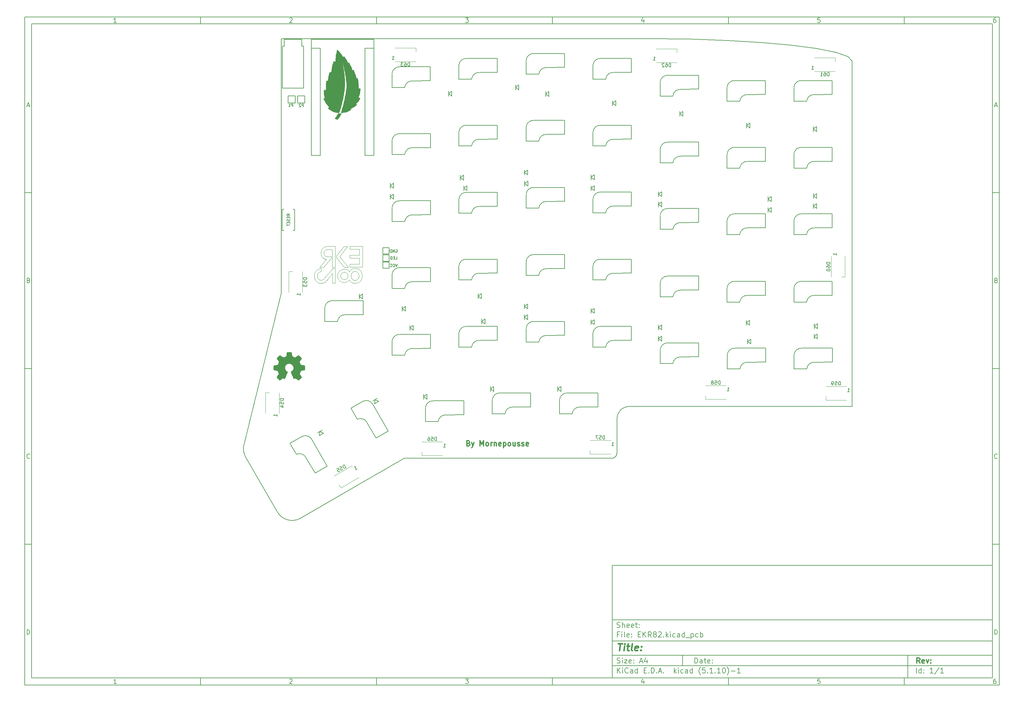
<source format=gbo>
G04 #@! TF.GenerationSoftware,KiCad,Pcbnew,(5.1.10)-1*
G04 #@! TF.CreationDate,2021-06-17T20:41:29+02:00*
G04 #@! TF.ProjectId,EKR82,454b5238-322e-46b6-9963-61645f706362,rev?*
G04 #@! TF.SameCoordinates,Original*
G04 #@! TF.FileFunction,Legend,Bot*
G04 #@! TF.FilePolarity,Positive*
%FSLAX46Y46*%
G04 Gerber Fmt 4.6, Leading zero omitted, Abs format (unit mm)*
G04 Created by KiCad (PCBNEW (5.1.10)-1) date 2021-06-17 20:41:29*
%MOMM*%
%LPD*%
G01*
G04 APERTURE LIST*
%ADD10C,0.100000*%
%ADD11C,0.150000*%
%ADD12C,0.300000*%
%ADD13C,0.400000*%
G04 #@! TA.AperFunction,Profile*
%ADD14C,0.150000*%
G04 #@! TD*
G04 #@! TA.AperFunction,Profile*
%ADD15C,0.200000*%
G04 #@! TD*
%ADD16C,0.010000*%
%ADD17C,0.018000*%
%ADD18C,0.120000*%
G04 APERTURE END LIST*
D10*
D11*
X177002200Y-166007200D02*
X177002200Y-198007200D01*
X285002200Y-198007200D01*
X285002200Y-166007200D01*
X177002200Y-166007200D01*
D10*
D11*
X10000000Y-10000000D02*
X10000000Y-200007200D01*
X287002200Y-200007200D01*
X287002200Y-10000000D01*
X10000000Y-10000000D01*
D10*
D11*
X12000000Y-12000000D02*
X12000000Y-198007200D01*
X285002200Y-198007200D01*
X285002200Y-12000000D01*
X12000000Y-12000000D01*
D10*
D11*
X60000000Y-12000000D02*
X60000000Y-10000000D01*
D10*
D11*
X110000000Y-12000000D02*
X110000000Y-10000000D01*
D10*
D11*
X160000000Y-12000000D02*
X160000000Y-10000000D01*
D10*
D11*
X210000000Y-12000000D02*
X210000000Y-10000000D01*
D10*
D11*
X260000000Y-12000000D02*
X260000000Y-10000000D01*
D10*
D11*
X36065476Y-11588095D02*
X35322619Y-11588095D01*
X35694047Y-11588095D02*
X35694047Y-10288095D01*
X35570238Y-10473809D01*
X35446428Y-10597619D01*
X35322619Y-10659523D01*
D10*
D11*
X85322619Y-10411904D02*
X85384523Y-10350000D01*
X85508333Y-10288095D01*
X85817857Y-10288095D01*
X85941666Y-10350000D01*
X86003571Y-10411904D01*
X86065476Y-10535714D01*
X86065476Y-10659523D01*
X86003571Y-10845238D01*
X85260714Y-11588095D01*
X86065476Y-11588095D01*
D10*
D11*
X135260714Y-10288095D02*
X136065476Y-10288095D01*
X135632142Y-10783333D01*
X135817857Y-10783333D01*
X135941666Y-10845238D01*
X136003571Y-10907142D01*
X136065476Y-11030952D01*
X136065476Y-11340476D01*
X136003571Y-11464285D01*
X135941666Y-11526190D01*
X135817857Y-11588095D01*
X135446428Y-11588095D01*
X135322619Y-11526190D01*
X135260714Y-11464285D01*
D10*
D11*
X185941666Y-10721428D02*
X185941666Y-11588095D01*
X185632142Y-10226190D02*
X185322619Y-11154761D01*
X186127380Y-11154761D01*
D10*
D11*
X236003571Y-10288095D02*
X235384523Y-10288095D01*
X235322619Y-10907142D01*
X235384523Y-10845238D01*
X235508333Y-10783333D01*
X235817857Y-10783333D01*
X235941666Y-10845238D01*
X236003571Y-10907142D01*
X236065476Y-11030952D01*
X236065476Y-11340476D01*
X236003571Y-11464285D01*
X235941666Y-11526190D01*
X235817857Y-11588095D01*
X235508333Y-11588095D01*
X235384523Y-11526190D01*
X235322619Y-11464285D01*
D10*
D11*
X285941666Y-10288095D02*
X285694047Y-10288095D01*
X285570238Y-10350000D01*
X285508333Y-10411904D01*
X285384523Y-10597619D01*
X285322619Y-10845238D01*
X285322619Y-11340476D01*
X285384523Y-11464285D01*
X285446428Y-11526190D01*
X285570238Y-11588095D01*
X285817857Y-11588095D01*
X285941666Y-11526190D01*
X286003571Y-11464285D01*
X286065476Y-11340476D01*
X286065476Y-11030952D01*
X286003571Y-10907142D01*
X285941666Y-10845238D01*
X285817857Y-10783333D01*
X285570238Y-10783333D01*
X285446428Y-10845238D01*
X285384523Y-10907142D01*
X285322619Y-11030952D01*
D10*
D11*
X60000000Y-198007200D02*
X60000000Y-200007200D01*
D10*
D11*
X110000000Y-198007200D02*
X110000000Y-200007200D01*
D10*
D11*
X160000000Y-198007200D02*
X160000000Y-200007200D01*
D10*
D11*
X210000000Y-198007200D02*
X210000000Y-200007200D01*
D10*
D11*
X260000000Y-198007200D02*
X260000000Y-200007200D01*
D10*
D11*
X36065476Y-199595295D02*
X35322619Y-199595295D01*
X35694047Y-199595295D02*
X35694047Y-198295295D01*
X35570238Y-198481009D01*
X35446428Y-198604819D01*
X35322619Y-198666723D01*
D10*
D11*
X85322619Y-198419104D02*
X85384523Y-198357200D01*
X85508333Y-198295295D01*
X85817857Y-198295295D01*
X85941666Y-198357200D01*
X86003571Y-198419104D01*
X86065476Y-198542914D01*
X86065476Y-198666723D01*
X86003571Y-198852438D01*
X85260714Y-199595295D01*
X86065476Y-199595295D01*
D10*
D11*
X135260714Y-198295295D02*
X136065476Y-198295295D01*
X135632142Y-198790533D01*
X135817857Y-198790533D01*
X135941666Y-198852438D01*
X136003571Y-198914342D01*
X136065476Y-199038152D01*
X136065476Y-199347676D01*
X136003571Y-199471485D01*
X135941666Y-199533390D01*
X135817857Y-199595295D01*
X135446428Y-199595295D01*
X135322619Y-199533390D01*
X135260714Y-199471485D01*
D10*
D11*
X185941666Y-198728628D02*
X185941666Y-199595295D01*
X185632142Y-198233390D02*
X185322619Y-199161961D01*
X186127380Y-199161961D01*
D10*
D11*
X236003571Y-198295295D02*
X235384523Y-198295295D01*
X235322619Y-198914342D01*
X235384523Y-198852438D01*
X235508333Y-198790533D01*
X235817857Y-198790533D01*
X235941666Y-198852438D01*
X236003571Y-198914342D01*
X236065476Y-199038152D01*
X236065476Y-199347676D01*
X236003571Y-199471485D01*
X235941666Y-199533390D01*
X235817857Y-199595295D01*
X235508333Y-199595295D01*
X235384523Y-199533390D01*
X235322619Y-199471485D01*
D10*
D11*
X285941666Y-198295295D02*
X285694047Y-198295295D01*
X285570238Y-198357200D01*
X285508333Y-198419104D01*
X285384523Y-198604819D01*
X285322619Y-198852438D01*
X285322619Y-199347676D01*
X285384523Y-199471485D01*
X285446428Y-199533390D01*
X285570238Y-199595295D01*
X285817857Y-199595295D01*
X285941666Y-199533390D01*
X286003571Y-199471485D01*
X286065476Y-199347676D01*
X286065476Y-199038152D01*
X286003571Y-198914342D01*
X285941666Y-198852438D01*
X285817857Y-198790533D01*
X285570238Y-198790533D01*
X285446428Y-198852438D01*
X285384523Y-198914342D01*
X285322619Y-199038152D01*
D10*
D11*
X10000000Y-60000000D02*
X12000000Y-60000000D01*
D10*
D11*
X10000000Y-110000000D02*
X12000000Y-110000000D01*
D10*
D11*
X10000000Y-160000000D02*
X12000000Y-160000000D01*
D10*
D11*
X10690476Y-35216666D02*
X11309523Y-35216666D01*
X10566666Y-35588095D02*
X11000000Y-34288095D01*
X11433333Y-35588095D01*
D10*
D11*
X11092857Y-84907142D02*
X11278571Y-84969047D01*
X11340476Y-85030952D01*
X11402380Y-85154761D01*
X11402380Y-85340476D01*
X11340476Y-85464285D01*
X11278571Y-85526190D01*
X11154761Y-85588095D01*
X10659523Y-85588095D01*
X10659523Y-84288095D01*
X11092857Y-84288095D01*
X11216666Y-84350000D01*
X11278571Y-84411904D01*
X11340476Y-84535714D01*
X11340476Y-84659523D01*
X11278571Y-84783333D01*
X11216666Y-84845238D01*
X11092857Y-84907142D01*
X10659523Y-84907142D01*
D10*
D11*
X11402380Y-135464285D02*
X11340476Y-135526190D01*
X11154761Y-135588095D01*
X11030952Y-135588095D01*
X10845238Y-135526190D01*
X10721428Y-135402380D01*
X10659523Y-135278571D01*
X10597619Y-135030952D01*
X10597619Y-134845238D01*
X10659523Y-134597619D01*
X10721428Y-134473809D01*
X10845238Y-134350000D01*
X11030952Y-134288095D01*
X11154761Y-134288095D01*
X11340476Y-134350000D01*
X11402380Y-134411904D01*
D10*
D11*
X10659523Y-185588095D02*
X10659523Y-184288095D01*
X10969047Y-184288095D01*
X11154761Y-184350000D01*
X11278571Y-184473809D01*
X11340476Y-184597619D01*
X11402380Y-184845238D01*
X11402380Y-185030952D01*
X11340476Y-185278571D01*
X11278571Y-185402380D01*
X11154761Y-185526190D01*
X10969047Y-185588095D01*
X10659523Y-185588095D01*
D10*
D11*
X287002200Y-60000000D02*
X285002200Y-60000000D01*
D10*
D11*
X287002200Y-110000000D02*
X285002200Y-110000000D01*
D10*
D11*
X287002200Y-160000000D02*
X285002200Y-160000000D01*
D10*
D11*
X285692676Y-35216666D02*
X286311723Y-35216666D01*
X285568866Y-35588095D02*
X286002200Y-34288095D01*
X286435533Y-35588095D01*
D10*
D11*
X286095057Y-84907142D02*
X286280771Y-84969047D01*
X286342676Y-85030952D01*
X286404580Y-85154761D01*
X286404580Y-85340476D01*
X286342676Y-85464285D01*
X286280771Y-85526190D01*
X286156961Y-85588095D01*
X285661723Y-85588095D01*
X285661723Y-84288095D01*
X286095057Y-84288095D01*
X286218866Y-84350000D01*
X286280771Y-84411904D01*
X286342676Y-84535714D01*
X286342676Y-84659523D01*
X286280771Y-84783333D01*
X286218866Y-84845238D01*
X286095057Y-84907142D01*
X285661723Y-84907142D01*
D10*
D11*
X286404580Y-135464285D02*
X286342676Y-135526190D01*
X286156961Y-135588095D01*
X286033152Y-135588095D01*
X285847438Y-135526190D01*
X285723628Y-135402380D01*
X285661723Y-135278571D01*
X285599819Y-135030952D01*
X285599819Y-134845238D01*
X285661723Y-134597619D01*
X285723628Y-134473809D01*
X285847438Y-134350000D01*
X286033152Y-134288095D01*
X286156961Y-134288095D01*
X286342676Y-134350000D01*
X286404580Y-134411904D01*
D10*
D11*
X285661723Y-185588095D02*
X285661723Y-184288095D01*
X285971247Y-184288095D01*
X286156961Y-184350000D01*
X286280771Y-184473809D01*
X286342676Y-184597619D01*
X286404580Y-184845238D01*
X286404580Y-185030952D01*
X286342676Y-185278571D01*
X286280771Y-185402380D01*
X286156961Y-185526190D01*
X285971247Y-185588095D01*
X285661723Y-185588095D01*
D10*
D11*
X200434342Y-193785771D02*
X200434342Y-192285771D01*
X200791485Y-192285771D01*
X201005771Y-192357200D01*
X201148628Y-192500057D01*
X201220057Y-192642914D01*
X201291485Y-192928628D01*
X201291485Y-193142914D01*
X201220057Y-193428628D01*
X201148628Y-193571485D01*
X201005771Y-193714342D01*
X200791485Y-193785771D01*
X200434342Y-193785771D01*
X202577200Y-193785771D02*
X202577200Y-193000057D01*
X202505771Y-192857200D01*
X202362914Y-192785771D01*
X202077200Y-192785771D01*
X201934342Y-192857200D01*
X202577200Y-193714342D02*
X202434342Y-193785771D01*
X202077200Y-193785771D01*
X201934342Y-193714342D01*
X201862914Y-193571485D01*
X201862914Y-193428628D01*
X201934342Y-193285771D01*
X202077200Y-193214342D01*
X202434342Y-193214342D01*
X202577200Y-193142914D01*
X203077200Y-192785771D02*
X203648628Y-192785771D01*
X203291485Y-192285771D02*
X203291485Y-193571485D01*
X203362914Y-193714342D01*
X203505771Y-193785771D01*
X203648628Y-193785771D01*
X204720057Y-193714342D02*
X204577200Y-193785771D01*
X204291485Y-193785771D01*
X204148628Y-193714342D01*
X204077200Y-193571485D01*
X204077200Y-193000057D01*
X204148628Y-192857200D01*
X204291485Y-192785771D01*
X204577200Y-192785771D01*
X204720057Y-192857200D01*
X204791485Y-193000057D01*
X204791485Y-193142914D01*
X204077200Y-193285771D01*
X205434342Y-193642914D02*
X205505771Y-193714342D01*
X205434342Y-193785771D01*
X205362914Y-193714342D01*
X205434342Y-193642914D01*
X205434342Y-193785771D01*
X205434342Y-192857200D02*
X205505771Y-192928628D01*
X205434342Y-193000057D01*
X205362914Y-192928628D01*
X205434342Y-192857200D01*
X205434342Y-193000057D01*
D10*
D11*
X177002200Y-194507200D02*
X285002200Y-194507200D01*
D10*
D11*
X178434342Y-196585771D02*
X178434342Y-195085771D01*
X179291485Y-196585771D02*
X178648628Y-195728628D01*
X179291485Y-195085771D02*
X178434342Y-195942914D01*
X179934342Y-196585771D02*
X179934342Y-195585771D01*
X179934342Y-195085771D02*
X179862914Y-195157200D01*
X179934342Y-195228628D01*
X180005771Y-195157200D01*
X179934342Y-195085771D01*
X179934342Y-195228628D01*
X181505771Y-196442914D02*
X181434342Y-196514342D01*
X181220057Y-196585771D01*
X181077200Y-196585771D01*
X180862914Y-196514342D01*
X180720057Y-196371485D01*
X180648628Y-196228628D01*
X180577200Y-195942914D01*
X180577200Y-195728628D01*
X180648628Y-195442914D01*
X180720057Y-195300057D01*
X180862914Y-195157200D01*
X181077200Y-195085771D01*
X181220057Y-195085771D01*
X181434342Y-195157200D01*
X181505771Y-195228628D01*
X182791485Y-196585771D02*
X182791485Y-195800057D01*
X182720057Y-195657200D01*
X182577200Y-195585771D01*
X182291485Y-195585771D01*
X182148628Y-195657200D01*
X182791485Y-196514342D02*
X182648628Y-196585771D01*
X182291485Y-196585771D01*
X182148628Y-196514342D01*
X182077200Y-196371485D01*
X182077200Y-196228628D01*
X182148628Y-196085771D01*
X182291485Y-196014342D01*
X182648628Y-196014342D01*
X182791485Y-195942914D01*
X184148628Y-196585771D02*
X184148628Y-195085771D01*
X184148628Y-196514342D02*
X184005771Y-196585771D01*
X183720057Y-196585771D01*
X183577200Y-196514342D01*
X183505771Y-196442914D01*
X183434342Y-196300057D01*
X183434342Y-195871485D01*
X183505771Y-195728628D01*
X183577200Y-195657200D01*
X183720057Y-195585771D01*
X184005771Y-195585771D01*
X184148628Y-195657200D01*
X186005771Y-195800057D02*
X186505771Y-195800057D01*
X186720057Y-196585771D02*
X186005771Y-196585771D01*
X186005771Y-195085771D01*
X186720057Y-195085771D01*
X187362914Y-196442914D02*
X187434342Y-196514342D01*
X187362914Y-196585771D01*
X187291485Y-196514342D01*
X187362914Y-196442914D01*
X187362914Y-196585771D01*
X188077200Y-196585771D02*
X188077200Y-195085771D01*
X188434342Y-195085771D01*
X188648628Y-195157200D01*
X188791485Y-195300057D01*
X188862914Y-195442914D01*
X188934342Y-195728628D01*
X188934342Y-195942914D01*
X188862914Y-196228628D01*
X188791485Y-196371485D01*
X188648628Y-196514342D01*
X188434342Y-196585771D01*
X188077200Y-196585771D01*
X189577200Y-196442914D02*
X189648628Y-196514342D01*
X189577200Y-196585771D01*
X189505771Y-196514342D01*
X189577200Y-196442914D01*
X189577200Y-196585771D01*
X190220057Y-196157200D02*
X190934342Y-196157200D01*
X190077200Y-196585771D02*
X190577200Y-195085771D01*
X191077200Y-196585771D01*
X191577200Y-196442914D02*
X191648628Y-196514342D01*
X191577200Y-196585771D01*
X191505771Y-196514342D01*
X191577200Y-196442914D01*
X191577200Y-196585771D01*
X194577200Y-196585771D02*
X194577200Y-195085771D01*
X194720057Y-196014342D02*
X195148628Y-196585771D01*
X195148628Y-195585771D02*
X194577200Y-196157200D01*
X195791485Y-196585771D02*
X195791485Y-195585771D01*
X195791485Y-195085771D02*
X195720057Y-195157200D01*
X195791485Y-195228628D01*
X195862914Y-195157200D01*
X195791485Y-195085771D01*
X195791485Y-195228628D01*
X197148628Y-196514342D02*
X197005771Y-196585771D01*
X196720057Y-196585771D01*
X196577200Y-196514342D01*
X196505771Y-196442914D01*
X196434342Y-196300057D01*
X196434342Y-195871485D01*
X196505771Y-195728628D01*
X196577200Y-195657200D01*
X196720057Y-195585771D01*
X197005771Y-195585771D01*
X197148628Y-195657200D01*
X198434342Y-196585771D02*
X198434342Y-195800057D01*
X198362914Y-195657200D01*
X198220057Y-195585771D01*
X197934342Y-195585771D01*
X197791485Y-195657200D01*
X198434342Y-196514342D02*
X198291485Y-196585771D01*
X197934342Y-196585771D01*
X197791485Y-196514342D01*
X197720057Y-196371485D01*
X197720057Y-196228628D01*
X197791485Y-196085771D01*
X197934342Y-196014342D01*
X198291485Y-196014342D01*
X198434342Y-195942914D01*
X199791485Y-196585771D02*
X199791485Y-195085771D01*
X199791485Y-196514342D02*
X199648628Y-196585771D01*
X199362914Y-196585771D01*
X199220057Y-196514342D01*
X199148628Y-196442914D01*
X199077200Y-196300057D01*
X199077200Y-195871485D01*
X199148628Y-195728628D01*
X199220057Y-195657200D01*
X199362914Y-195585771D01*
X199648628Y-195585771D01*
X199791485Y-195657200D01*
X202077200Y-197157200D02*
X202005771Y-197085771D01*
X201862914Y-196871485D01*
X201791485Y-196728628D01*
X201720057Y-196514342D01*
X201648628Y-196157200D01*
X201648628Y-195871485D01*
X201720057Y-195514342D01*
X201791485Y-195300057D01*
X201862914Y-195157200D01*
X202005771Y-194942914D01*
X202077200Y-194871485D01*
X203362914Y-195085771D02*
X202648628Y-195085771D01*
X202577200Y-195800057D01*
X202648628Y-195728628D01*
X202791485Y-195657200D01*
X203148628Y-195657200D01*
X203291485Y-195728628D01*
X203362914Y-195800057D01*
X203434342Y-195942914D01*
X203434342Y-196300057D01*
X203362914Y-196442914D01*
X203291485Y-196514342D01*
X203148628Y-196585771D01*
X202791485Y-196585771D01*
X202648628Y-196514342D01*
X202577200Y-196442914D01*
X204077200Y-196442914D02*
X204148628Y-196514342D01*
X204077200Y-196585771D01*
X204005771Y-196514342D01*
X204077200Y-196442914D01*
X204077200Y-196585771D01*
X205577200Y-196585771D02*
X204720057Y-196585771D01*
X205148628Y-196585771D02*
X205148628Y-195085771D01*
X205005771Y-195300057D01*
X204862914Y-195442914D01*
X204720057Y-195514342D01*
X206220057Y-196442914D02*
X206291485Y-196514342D01*
X206220057Y-196585771D01*
X206148628Y-196514342D01*
X206220057Y-196442914D01*
X206220057Y-196585771D01*
X207720057Y-196585771D02*
X206862914Y-196585771D01*
X207291485Y-196585771D02*
X207291485Y-195085771D01*
X207148628Y-195300057D01*
X207005771Y-195442914D01*
X206862914Y-195514342D01*
X208648628Y-195085771D02*
X208791485Y-195085771D01*
X208934342Y-195157200D01*
X209005771Y-195228628D01*
X209077200Y-195371485D01*
X209148628Y-195657200D01*
X209148628Y-196014342D01*
X209077200Y-196300057D01*
X209005771Y-196442914D01*
X208934342Y-196514342D01*
X208791485Y-196585771D01*
X208648628Y-196585771D01*
X208505771Y-196514342D01*
X208434342Y-196442914D01*
X208362914Y-196300057D01*
X208291485Y-196014342D01*
X208291485Y-195657200D01*
X208362914Y-195371485D01*
X208434342Y-195228628D01*
X208505771Y-195157200D01*
X208648628Y-195085771D01*
X209648628Y-197157200D02*
X209720057Y-197085771D01*
X209862914Y-196871485D01*
X209934342Y-196728628D01*
X210005771Y-196514342D01*
X210077200Y-196157200D01*
X210077200Y-195871485D01*
X210005771Y-195514342D01*
X209934342Y-195300057D01*
X209862914Y-195157200D01*
X209720057Y-194942914D01*
X209648628Y-194871485D01*
X210791485Y-196014342D02*
X211934342Y-196014342D01*
X213434342Y-196585771D02*
X212577200Y-196585771D01*
X213005771Y-196585771D02*
X213005771Y-195085771D01*
X212862914Y-195300057D01*
X212720057Y-195442914D01*
X212577200Y-195514342D01*
D10*
D11*
X177002200Y-191507200D02*
X285002200Y-191507200D01*
D10*
D12*
X264411485Y-193785771D02*
X263911485Y-193071485D01*
X263554342Y-193785771D02*
X263554342Y-192285771D01*
X264125771Y-192285771D01*
X264268628Y-192357200D01*
X264340057Y-192428628D01*
X264411485Y-192571485D01*
X264411485Y-192785771D01*
X264340057Y-192928628D01*
X264268628Y-193000057D01*
X264125771Y-193071485D01*
X263554342Y-193071485D01*
X265625771Y-193714342D02*
X265482914Y-193785771D01*
X265197200Y-193785771D01*
X265054342Y-193714342D01*
X264982914Y-193571485D01*
X264982914Y-193000057D01*
X265054342Y-192857200D01*
X265197200Y-192785771D01*
X265482914Y-192785771D01*
X265625771Y-192857200D01*
X265697200Y-193000057D01*
X265697200Y-193142914D01*
X264982914Y-193285771D01*
X266197200Y-192785771D02*
X266554342Y-193785771D01*
X266911485Y-192785771D01*
X267482914Y-193642914D02*
X267554342Y-193714342D01*
X267482914Y-193785771D01*
X267411485Y-193714342D01*
X267482914Y-193642914D01*
X267482914Y-193785771D01*
X267482914Y-192857200D02*
X267554342Y-192928628D01*
X267482914Y-193000057D01*
X267411485Y-192928628D01*
X267482914Y-192857200D01*
X267482914Y-193000057D01*
D10*
D11*
X178362914Y-193714342D02*
X178577200Y-193785771D01*
X178934342Y-193785771D01*
X179077200Y-193714342D01*
X179148628Y-193642914D01*
X179220057Y-193500057D01*
X179220057Y-193357200D01*
X179148628Y-193214342D01*
X179077200Y-193142914D01*
X178934342Y-193071485D01*
X178648628Y-193000057D01*
X178505771Y-192928628D01*
X178434342Y-192857200D01*
X178362914Y-192714342D01*
X178362914Y-192571485D01*
X178434342Y-192428628D01*
X178505771Y-192357200D01*
X178648628Y-192285771D01*
X179005771Y-192285771D01*
X179220057Y-192357200D01*
X179862914Y-193785771D02*
X179862914Y-192785771D01*
X179862914Y-192285771D02*
X179791485Y-192357200D01*
X179862914Y-192428628D01*
X179934342Y-192357200D01*
X179862914Y-192285771D01*
X179862914Y-192428628D01*
X180434342Y-192785771D02*
X181220057Y-192785771D01*
X180434342Y-193785771D01*
X181220057Y-193785771D01*
X182362914Y-193714342D02*
X182220057Y-193785771D01*
X181934342Y-193785771D01*
X181791485Y-193714342D01*
X181720057Y-193571485D01*
X181720057Y-193000057D01*
X181791485Y-192857200D01*
X181934342Y-192785771D01*
X182220057Y-192785771D01*
X182362914Y-192857200D01*
X182434342Y-193000057D01*
X182434342Y-193142914D01*
X181720057Y-193285771D01*
X183077200Y-193642914D02*
X183148628Y-193714342D01*
X183077200Y-193785771D01*
X183005771Y-193714342D01*
X183077200Y-193642914D01*
X183077200Y-193785771D01*
X183077200Y-192857200D02*
X183148628Y-192928628D01*
X183077200Y-193000057D01*
X183005771Y-192928628D01*
X183077200Y-192857200D01*
X183077200Y-193000057D01*
X184862914Y-193357200D02*
X185577200Y-193357200D01*
X184720057Y-193785771D02*
X185220057Y-192285771D01*
X185720057Y-193785771D01*
X186862914Y-192785771D02*
X186862914Y-193785771D01*
X186505771Y-192214342D02*
X186148628Y-193285771D01*
X187077200Y-193285771D01*
D10*
D11*
X263434342Y-196585771D02*
X263434342Y-195085771D01*
X264791485Y-196585771D02*
X264791485Y-195085771D01*
X264791485Y-196514342D02*
X264648628Y-196585771D01*
X264362914Y-196585771D01*
X264220057Y-196514342D01*
X264148628Y-196442914D01*
X264077200Y-196300057D01*
X264077200Y-195871485D01*
X264148628Y-195728628D01*
X264220057Y-195657200D01*
X264362914Y-195585771D01*
X264648628Y-195585771D01*
X264791485Y-195657200D01*
X265505771Y-196442914D02*
X265577200Y-196514342D01*
X265505771Y-196585771D01*
X265434342Y-196514342D01*
X265505771Y-196442914D01*
X265505771Y-196585771D01*
X265505771Y-195657200D02*
X265577200Y-195728628D01*
X265505771Y-195800057D01*
X265434342Y-195728628D01*
X265505771Y-195657200D01*
X265505771Y-195800057D01*
X268148628Y-196585771D02*
X267291485Y-196585771D01*
X267720057Y-196585771D02*
X267720057Y-195085771D01*
X267577200Y-195300057D01*
X267434342Y-195442914D01*
X267291485Y-195514342D01*
X269862914Y-195014342D02*
X268577200Y-196942914D01*
X271148628Y-196585771D02*
X270291485Y-196585771D01*
X270720057Y-196585771D02*
X270720057Y-195085771D01*
X270577200Y-195300057D01*
X270434342Y-195442914D01*
X270291485Y-195514342D01*
D10*
D11*
X177002200Y-187507200D02*
X285002200Y-187507200D01*
D10*
D13*
X178714580Y-188211961D02*
X179857438Y-188211961D01*
X179036009Y-190211961D02*
X179286009Y-188211961D01*
X180274104Y-190211961D02*
X180440771Y-188878628D01*
X180524104Y-188211961D02*
X180416961Y-188307200D01*
X180500295Y-188402438D01*
X180607438Y-188307200D01*
X180524104Y-188211961D01*
X180500295Y-188402438D01*
X181107438Y-188878628D02*
X181869342Y-188878628D01*
X181476485Y-188211961D02*
X181262200Y-189926247D01*
X181333628Y-190116723D01*
X181512200Y-190211961D01*
X181702676Y-190211961D01*
X182655057Y-190211961D02*
X182476485Y-190116723D01*
X182405057Y-189926247D01*
X182619342Y-188211961D01*
X184190771Y-190116723D02*
X183988390Y-190211961D01*
X183607438Y-190211961D01*
X183428866Y-190116723D01*
X183357438Y-189926247D01*
X183452676Y-189164342D01*
X183571723Y-188973866D01*
X183774104Y-188878628D01*
X184155057Y-188878628D01*
X184333628Y-188973866D01*
X184405057Y-189164342D01*
X184381247Y-189354819D01*
X183405057Y-189545295D01*
X185155057Y-190021485D02*
X185238390Y-190116723D01*
X185131247Y-190211961D01*
X185047914Y-190116723D01*
X185155057Y-190021485D01*
X185131247Y-190211961D01*
X185286009Y-188973866D02*
X185369342Y-189069104D01*
X185262200Y-189164342D01*
X185178866Y-189069104D01*
X185286009Y-188973866D01*
X185262200Y-189164342D01*
D10*
D11*
X178934342Y-185600057D02*
X178434342Y-185600057D01*
X178434342Y-186385771D02*
X178434342Y-184885771D01*
X179148628Y-184885771D01*
X179720057Y-186385771D02*
X179720057Y-185385771D01*
X179720057Y-184885771D02*
X179648628Y-184957200D01*
X179720057Y-185028628D01*
X179791485Y-184957200D01*
X179720057Y-184885771D01*
X179720057Y-185028628D01*
X180648628Y-186385771D02*
X180505771Y-186314342D01*
X180434342Y-186171485D01*
X180434342Y-184885771D01*
X181791485Y-186314342D02*
X181648628Y-186385771D01*
X181362914Y-186385771D01*
X181220057Y-186314342D01*
X181148628Y-186171485D01*
X181148628Y-185600057D01*
X181220057Y-185457200D01*
X181362914Y-185385771D01*
X181648628Y-185385771D01*
X181791485Y-185457200D01*
X181862914Y-185600057D01*
X181862914Y-185742914D01*
X181148628Y-185885771D01*
X182505771Y-186242914D02*
X182577200Y-186314342D01*
X182505771Y-186385771D01*
X182434342Y-186314342D01*
X182505771Y-186242914D01*
X182505771Y-186385771D01*
X182505771Y-185457200D02*
X182577200Y-185528628D01*
X182505771Y-185600057D01*
X182434342Y-185528628D01*
X182505771Y-185457200D01*
X182505771Y-185600057D01*
X184362914Y-185600057D02*
X184862914Y-185600057D01*
X185077200Y-186385771D02*
X184362914Y-186385771D01*
X184362914Y-184885771D01*
X185077200Y-184885771D01*
X185720057Y-186385771D02*
X185720057Y-184885771D01*
X186577200Y-186385771D02*
X185934342Y-185528628D01*
X186577200Y-184885771D02*
X185720057Y-185742914D01*
X188077200Y-186385771D02*
X187577200Y-185671485D01*
X187220057Y-186385771D02*
X187220057Y-184885771D01*
X187791485Y-184885771D01*
X187934342Y-184957200D01*
X188005771Y-185028628D01*
X188077200Y-185171485D01*
X188077200Y-185385771D01*
X188005771Y-185528628D01*
X187934342Y-185600057D01*
X187791485Y-185671485D01*
X187220057Y-185671485D01*
X188934342Y-185528628D02*
X188791485Y-185457200D01*
X188720057Y-185385771D01*
X188648628Y-185242914D01*
X188648628Y-185171485D01*
X188720057Y-185028628D01*
X188791485Y-184957200D01*
X188934342Y-184885771D01*
X189220057Y-184885771D01*
X189362914Y-184957200D01*
X189434342Y-185028628D01*
X189505771Y-185171485D01*
X189505771Y-185242914D01*
X189434342Y-185385771D01*
X189362914Y-185457200D01*
X189220057Y-185528628D01*
X188934342Y-185528628D01*
X188791485Y-185600057D01*
X188720057Y-185671485D01*
X188648628Y-185814342D01*
X188648628Y-186100057D01*
X188720057Y-186242914D01*
X188791485Y-186314342D01*
X188934342Y-186385771D01*
X189220057Y-186385771D01*
X189362914Y-186314342D01*
X189434342Y-186242914D01*
X189505771Y-186100057D01*
X189505771Y-185814342D01*
X189434342Y-185671485D01*
X189362914Y-185600057D01*
X189220057Y-185528628D01*
X190077200Y-185028628D02*
X190148628Y-184957200D01*
X190291485Y-184885771D01*
X190648628Y-184885771D01*
X190791485Y-184957200D01*
X190862914Y-185028628D01*
X190934342Y-185171485D01*
X190934342Y-185314342D01*
X190862914Y-185528628D01*
X190005771Y-186385771D01*
X190934342Y-186385771D01*
X191577200Y-186242914D02*
X191648628Y-186314342D01*
X191577200Y-186385771D01*
X191505771Y-186314342D01*
X191577200Y-186242914D01*
X191577200Y-186385771D01*
X192291485Y-186385771D02*
X192291485Y-184885771D01*
X192434342Y-185814342D02*
X192862914Y-186385771D01*
X192862914Y-185385771D02*
X192291485Y-185957200D01*
X193505771Y-186385771D02*
X193505771Y-185385771D01*
X193505771Y-184885771D02*
X193434342Y-184957200D01*
X193505771Y-185028628D01*
X193577200Y-184957200D01*
X193505771Y-184885771D01*
X193505771Y-185028628D01*
X194862914Y-186314342D02*
X194720057Y-186385771D01*
X194434342Y-186385771D01*
X194291485Y-186314342D01*
X194220057Y-186242914D01*
X194148628Y-186100057D01*
X194148628Y-185671485D01*
X194220057Y-185528628D01*
X194291485Y-185457200D01*
X194434342Y-185385771D01*
X194720057Y-185385771D01*
X194862914Y-185457200D01*
X196148628Y-186385771D02*
X196148628Y-185600057D01*
X196077200Y-185457200D01*
X195934342Y-185385771D01*
X195648628Y-185385771D01*
X195505771Y-185457200D01*
X196148628Y-186314342D02*
X196005771Y-186385771D01*
X195648628Y-186385771D01*
X195505771Y-186314342D01*
X195434342Y-186171485D01*
X195434342Y-186028628D01*
X195505771Y-185885771D01*
X195648628Y-185814342D01*
X196005771Y-185814342D01*
X196148628Y-185742914D01*
X197505771Y-186385771D02*
X197505771Y-184885771D01*
X197505771Y-186314342D02*
X197362914Y-186385771D01*
X197077200Y-186385771D01*
X196934342Y-186314342D01*
X196862914Y-186242914D01*
X196791485Y-186100057D01*
X196791485Y-185671485D01*
X196862914Y-185528628D01*
X196934342Y-185457200D01*
X197077200Y-185385771D01*
X197362914Y-185385771D01*
X197505771Y-185457200D01*
X197862914Y-186528628D02*
X199005771Y-186528628D01*
X199362914Y-185385771D02*
X199362914Y-186885771D01*
X199362914Y-185457200D02*
X199505771Y-185385771D01*
X199791485Y-185385771D01*
X199934342Y-185457200D01*
X200005771Y-185528628D01*
X200077200Y-185671485D01*
X200077200Y-186100057D01*
X200005771Y-186242914D01*
X199934342Y-186314342D01*
X199791485Y-186385771D01*
X199505771Y-186385771D01*
X199362914Y-186314342D01*
X201362914Y-186314342D02*
X201220057Y-186385771D01*
X200934342Y-186385771D01*
X200791485Y-186314342D01*
X200720057Y-186242914D01*
X200648628Y-186100057D01*
X200648628Y-185671485D01*
X200720057Y-185528628D01*
X200791485Y-185457200D01*
X200934342Y-185385771D01*
X201220057Y-185385771D01*
X201362914Y-185457200D01*
X202005771Y-186385771D02*
X202005771Y-184885771D01*
X202005771Y-185457200D02*
X202148628Y-185385771D01*
X202434342Y-185385771D01*
X202577200Y-185457200D01*
X202648628Y-185528628D01*
X202720057Y-185671485D01*
X202720057Y-186100057D01*
X202648628Y-186242914D01*
X202577200Y-186314342D01*
X202434342Y-186385771D01*
X202148628Y-186385771D01*
X202005771Y-186314342D01*
D10*
D11*
X177002200Y-181507200D02*
X285002200Y-181507200D01*
D10*
D11*
X178362914Y-183614342D02*
X178577200Y-183685771D01*
X178934342Y-183685771D01*
X179077200Y-183614342D01*
X179148628Y-183542914D01*
X179220057Y-183400057D01*
X179220057Y-183257200D01*
X179148628Y-183114342D01*
X179077200Y-183042914D01*
X178934342Y-182971485D01*
X178648628Y-182900057D01*
X178505771Y-182828628D01*
X178434342Y-182757200D01*
X178362914Y-182614342D01*
X178362914Y-182471485D01*
X178434342Y-182328628D01*
X178505771Y-182257200D01*
X178648628Y-182185771D01*
X179005771Y-182185771D01*
X179220057Y-182257200D01*
X179862914Y-183685771D02*
X179862914Y-182185771D01*
X180505771Y-183685771D02*
X180505771Y-182900057D01*
X180434342Y-182757200D01*
X180291485Y-182685771D01*
X180077200Y-182685771D01*
X179934342Y-182757200D01*
X179862914Y-182828628D01*
X181791485Y-183614342D02*
X181648628Y-183685771D01*
X181362914Y-183685771D01*
X181220057Y-183614342D01*
X181148628Y-183471485D01*
X181148628Y-182900057D01*
X181220057Y-182757200D01*
X181362914Y-182685771D01*
X181648628Y-182685771D01*
X181791485Y-182757200D01*
X181862914Y-182900057D01*
X181862914Y-183042914D01*
X181148628Y-183185771D01*
X183077200Y-183614342D02*
X182934342Y-183685771D01*
X182648628Y-183685771D01*
X182505771Y-183614342D01*
X182434342Y-183471485D01*
X182434342Y-182900057D01*
X182505771Y-182757200D01*
X182648628Y-182685771D01*
X182934342Y-182685771D01*
X183077200Y-182757200D01*
X183148628Y-182900057D01*
X183148628Y-183042914D01*
X182434342Y-183185771D01*
X183577200Y-182685771D02*
X184148628Y-182685771D01*
X183791485Y-182185771D02*
X183791485Y-183471485D01*
X183862914Y-183614342D01*
X184005771Y-183685771D01*
X184148628Y-183685771D01*
X184648628Y-183542914D02*
X184720057Y-183614342D01*
X184648628Y-183685771D01*
X184577200Y-183614342D01*
X184648628Y-183542914D01*
X184648628Y-183685771D01*
X184648628Y-182757200D02*
X184720057Y-182828628D01*
X184648628Y-182900057D01*
X184577200Y-182828628D01*
X184648628Y-182757200D01*
X184648628Y-182900057D01*
D10*
D11*
X197002200Y-191507200D02*
X197002200Y-194507200D01*
D10*
D11*
X261002200Y-191507200D02*
X261002200Y-198007200D01*
D12*
X136130000Y-131252857D02*
X136344285Y-131324285D01*
X136415714Y-131395714D01*
X136487142Y-131538571D01*
X136487142Y-131752857D01*
X136415714Y-131895714D01*
X136344285Y-131967142D01*
X136201428Y-132038571D01*
X135630000Y-132038571D01*
X135630000Y-130538571D01*
X136130000Y-130538571D01*
X136272857Y-130610000D01*
X136344285Y-130681428D01*
X136415714Y-130824285D01*
X136415714Y-130967142D01*
X136344285Y-131110000D01*
X136272857Y-131181428D01*
X136130000Y-131252857D01*
X135630000Y-131252857D01*
X136987142Y-131038571D02*
X137344285Y-132038571D01*
X137701428Y-131038571D02*
X137344285Y-132038571D01*
X137201428Y-132395714D01*
X137130000Y-132467142D01*
X136987142Y-132538571D01*
X139415714Y-132038571D02*
X139415714Y-130538571D01*
X139915714Y-131610000D01*
X140415714Y-130538571D01*
X140415714Y-132038571D01*
X141344285Y-132038571D02*
X141201428Y-131967142D01*
X141130000Y-131895714D01*
X141058571Y-131752857D01*
X141058571Y-131324285D01*
X141130000Y-131181428D01*
X141201428Y-131110000D01*
X141344285Y-131038571D01*
X141558571Y-131038571D01*
X141701428Y-131110000D01*
X141772857Y-131181428D01*
X141844285Y-131324285D01*
X141844285Y-131752857D01*
X141772857Y-131895714D01*
X141701428Y-131967142D01*
X141558571Y-132038571D01*
X141344285Y-132038571D01*
X142487142Y-132038571D02*
X142487142Y-131038571D01*
X142487142Y-131324285D02*
X142558571Y-131181428D01*
X142630000Y-131110000D01*
X142772857Y-131038571D01*
X142915714Y-131038571D01*
X143415714Y-131038571D02*
X143415714Y-132038571D01*
X143415714Y-131181428D02*
X143487142Y-131110000D01*
X143630000Y-131038571D01*
X143844285Y-131038571D01*
X143987142Y-131110000D01*
X144058571Y-131252857D01*
X144058571Y-132038571D01*
X145344285Y-131967142D02*
X145201428Y-132038571D01*
X144915714Y-132038571D01*
X144772857Y-131967142D01*
X144701428Y-131824285D01*
X144701428Y-131252857D01*
X144772857Y-131110000D01*
X144915714Y-131038571D01*
X145201428Y-131038571D01*
X145344285Y-131110000D01*
X145415714Y-131252857D01*
X145415714Y-131395714D01*
X144701428Y-131538571D01*
X146058571Y-131038571D02*
X146058571Y-132538571D01*
X146058571Y-131110000D02*
X146201428Y-131038571D01*
X146487142Y-131038571D01*
X146630000Y-131110000D01*
X146701428Y-131181428D01*
X146772857Y-131324285D01*
X146772857Y-131752857D01*
X146701428Y-131895714D01*
X146630000Y-131967142D01*
X146487142Y-132038571D01*
X146201428Y-132038571D01*
X146058571Y-131967142D01*
X147630000Y-132038571D02*
X147487142Y-131967142D01*
X147415714Y-131895714D01*
X147344285Y-131752857D01*
X147344285Y-131324285D01*
X147415714Y-131181428D01*
X147487142Y-131110000D01*
X147630000Y-131038571D01*
X147844285Y-131038571D01*
X147987142Y-131110000D01*
X148058571Y-131181428D01*
X148130000Y-131324285D01*
X148130000Y-131752857D01*
X148058571Y-131895714D01*
X147987142Y-131967142D01*
X147844285Y-132038571D01*
X147630000Y-132038571D01*
X149415714Y-131038571D02*
X149415714Y-132038571D01*
X148772857Y-131038571D02*
X148772857Y-131824285D01*
X148844285Y-131967142D01*
X148987142Y-132038571D01*
X149201428Y-132038571D01*
X149344285Y-131967142D01*
X149415714Y-131895714D01*
X150058571Y-131967142D02*
X150201428Y-132038571D01*
X150487142Y-132038571D01*
X150630000Y-131967142D01*
X150701428Y-131824285D01*
X150701428Y-131752857D01*
X150630000Y-131610000D01*
X150487142Y-131538571D01*
X150272857Y-131538571D01*
X150130000Y-131467142D01*
X150058571Y-131324285D01*
X150058571Y-131252857D01*
X150130000Y-131110000D01*
X150272857Y-131038571D01*
X150487142Y-131038571D01*
X150630000Y-131110000D01*
X151272857Y-131967142D02*
X151415714Y-132038571D01*
X151701428Y-132038571D01*
X151844285Y-131967142D01*
X151915714Y-131824285D01*
X151915714Y-131752857D01*
X151844285Y-131610000D01*
X151701428Y-131538571D01*
X151487142Y-131538571D01*
X151344285Y-131467142D01*
X151272857Y-131324285D01*
X151272857Y-131252857D01*
X151344285Y-131110000D01*
X151487142Y-131038571D01*
X151701428Y-131038571D01*
X151844285Y-131110000D01*
X153130000Y-131967142D02*
X152987142Y-132038571D01*
X152701428Y-132038571D01*
X152558571Y-131967142D01*
X152487142Y-131824285D01*
X152487142Y-131252857D01*
X152558571Y-131110000D01*
X152701428Y-131038571D01*
X152987142Y-131038571D01*
X153130000Y-131110000D01*
X153201428Y-131252857D01*
X153201428Y-131395714D01*
X152487142Y-131538571D01*
D14*
X72674503Y-134960305D02*
G75*
G02*
X72175000Y-132325000I4376397J2194505D01*
G01*
X88345583Y-152620389D02*
G75*
G02*
X81699101Y-150634699I-2328483J4322489D01*
G01*
X72674503Y-134960305D02*
X81699101Y-150634699D01*
X104456758Y-143271756D02*
X88345583Y-152620389D01*
X245120000Y-120789735D02*
X245120000Y-22546755D01*
X223959999Y-120789735D02*
X245120000Y-120789735D01*
X82937528Y-38136762D02*
X82937528Y-16196762D01*
D15*
X240549319Y-20073847D02*
X235185697Y-18995159D01*
X235185697Y-18995159D02*
X228080758Y-18055561D01*
X116186619Y-136480784D02*
X117862313Y-135510645D01*
X114510925Y-137450923D02*
X116186619Y-136480784D01*
X82937528Y-50750629D02*
X82937528Y-44443695D01*
X82937528Y-57057562D02*
X82937528Y-50750629D01*
X142171711Y-16196762D02*
X131763877Y-16196762D01*
X218692418Y-120789735D02*
X223959999Y-120789735D01*
X213424836Y-120789735D02*
X218692418Y-120789735D01*
X208157255Y-120789735D02*
X213424836Y-120789735D01*
X202889673Y-120789735D02*
X208157255Y-120789735D01*
X197622092Y-120789735D02*
X202889673Y-120789735D01*
X192354511Y-120789735D02*
X197622092Y-120789735D01*
X187086929Y-120789735D02*
X192354511Y-120789735D01*
X181819348Y-120789735D02*
X187086929Y-120789735D01*
X181113524Y-120860778D02*
X181819348Y-120789735D01*
X180456326Y-121064561D02*
X181113524Y-120860778D01*
X179861773Y-121387065D02*
X180456326Y-121064561D01*
X179343884Y-121814271D02*
X179861773Y-121387065D01*
X178916678Y-122332160D02*
X179343884Y-121814271D01*
X178594174Y-122926713D02*
X178916678Y-122332160D01*
X178390391Y-123583911D02*
X178594174Y-122926713D01*
X178319348Y-124289735D02*
X178390391Y-123583911D01*
X219467654Y-17280488D02*
X209579538Y-16695374D01*
X228080758Y-18055561D02*
X219467654Y-17280488D01*
X198649563Y-16325654D02*
X186910881Y-16196762D01*
X209579538Y-16695374D02*
X198649563Y-16325654D01*
X177658308Y-135255660D02*
X177403500Y-135393876D01*
X177880261Y-135072571D02*
X177658308Y-135255660D01*
X178063349Y-134850619D02*
X177880261Y-135072571D01*
X178201565Y-134595810D02*
X178063349Y-134850619D01*
X178288901Y-134314154D02*
X178201565Y-134595810D01*
X178319348Y-134034052D02*
X178288901Y-134314154D01*
X82937528Y-69671429D02*
X82937528Y-63364495D01*
X82937528Y-75978362D02*
X82937528Y-69671429D01*
X82937528Y-82285296D02*
X82937528Y-75978362D01*
X82937528Y-88592229D02*
X82937528Y-82285296D01*
X131763877Y-16196762D02*
X121356044Y-16196762D01*
X152579545Y-16196762D02*
X142171711Y-16196762D01*
X162987379Y-16196762D02*
X152579545Y-16196762D01*
X173395213Y-16196762D02*
X162987379Y-16196762D01*
X186910881Y-16196762D02*
X173395213Y-16196762D01*
X121356044Y-16196762D02*
X82937528Y-16196762D01*
X82937528Y-63364495D02*
X82937528Y-57057562D01*
X82937528Y-44443695D02*
X82937528Y-38136762D01*
X82937777Y-88592317D02*
X72175000Y-132325000D01*
X112835230Y-138421062D02*
X114510925Y-137450923D01*
X111159536Y-139391201D02*
X112835230Y-138421062D01*
X109483841Y-140361340D02*
X111159536Y-139391201D01*
X107808147Y-141331479D02*
X109483841Y-140361340D01*
X106132452Y-142301617D02*
X107808147Y-141331479D01*
X104456758Y-143271756D02*
X106132452Y-142301617D01*
X169449826Y-135511658D02*
X176819348Y-135511658D01*
X162080304Y-135511658D02*
X169449826Y-135511658D01*
X154710782Y-135511658D02*
X162080304Y-135511658D01*
X147341260Y-135511658D02*
X154710782Y-135511658D01*
X139971738Y-135511658D02*
X147341260Y-135511658D01*
X132602217Y-135511658D02*
X139971738Y-135511658D01*
X125232695Y-135511658D02*
X132602217Y-135511658D01*
X117863173Y-135511658D02*
X125232695Y-135511658D01*
X178319348Y-132816013D02*
X178319348Y-134034052D01*
X178319348Y-131597973D02*
X178319348Y-132816013D01*
X178319348Y-130379933D02*
X178319348Y-131597973D01*
X178319348Y-129161894D02*
X178319348Y-130379933D01*
X178319348Y-127943854D02*
X178319348Y-129161894D01*
X178319348Y-126725814D02*
X178319348Y-127943854D01*
X178319348Y-125507775D02*
X178319348Y-126725814D01*
X178319348Y-124289735D02*
X178319348Y-125507775D01*
X177121844Y-135481211D02*
X176819348Y-135511658D01*
X177403500Y-135393876D02*
X177121844Y-135481211D01*
X243938471Y-21266190D02*
X240549319Y-20073847D01*
X245120000Y-22546755D02*
X243938471Y-21266190D01*
D11*
X91470000Y-16380000D02*
X109250000Y-16380000D01*
X109250000Y-16380000D02*
X109250000Y-49400000D01*
X91470000Y-49400000D02*
X91470000Y-16380000D01*
X106710000Y-18920000D02*
X109250000Y-18920000D01*
X109250000Y-18920000D02*
X109250000Y-49400000D01*
X109250000Y-49400000D02*
X106710000Y-49400000D01*
X106710000Y-49400000D02*
X106710000Y-18920000D01*
X91470000Y-18920000D02*
X94010000Y-18920000D01*
X94010000Y-18920000D02*
X94010000Y-49400000D01*
X94010000Y-49400000D02*
X91470000Y-49400000D01*
X91470000Y-49400000D02*
X91470000Y-18920000D01*
X113900000Y-57300000D02*
X113900000Y-58700000D01*
X114800000Y-58700000D02*
X113900000Y-58000000D01*
X114800000Y-57300000D02*
X114800000Y-58700000D01*
X113900000Y-58000000D02*
X114800000Y-57300000D01*
X190100000Y-59700000D02*
X190100000Y-61100000D01*
X191000000Y-61100000D02*
X190100000Y-60400000D01*
X191000000Y-59700000D02*
X191000000Y-61100000D01*
X190100000Y-60400000D02*
X191000000Y-59700000D01*
X221300000Y-61100000D02*
X221300000Y-62500000D01*
X222200000Y-62500000D02*
X221300000Y-61800000D01*
X222200000Y-61100000D02*
X222200000Y-62500000D01*
X221300000Y-61800000D02*
X222200000Y-61100000D01*
X113900000Y-60400000D02*
X113900000Y-61800000D01*
X114800000Y-61800000D02*
X113900000Y-61100000D01*
X114800000Y-60400000D02*
X114800000Y-61800000D01*
X113900000Y-61100000D02*
X114800000Y-60400000D01*
X134800000Y-58000000D02*
X134800000Y-59400000D01*
X135700000Y-59400000D02*
X134800000Y-58700000D01*
X135700000Y-58000000D02*
X135700000Y-59400000D01*
X134800000Y-58700000D02*
X135700000Y-58000000D01*
X152100000Y-56700000D02*
X152100000Y-58100000D01*
X153000000Y-58100000D02*
X152100000Y-57400000D01*
X153000000Y-56700000D02*
X153000000Y-58100000D01*
X152100000Y-57400000D02*
X153000000Y-56700000D01*
X171000000Y-58000000D02*
X171000000Y-59400000D01*
X171900000Y-59400000D02*
X171000000Y-58700000D01*
X171900000Y-58000000D02*
X171900000Y-59400000D01*
X171000000Y-58700000D02*
X171900000Y-58000000D01*
X190100000Y-62600000D02*
X190100000Y-64000000D01*
X191000000Y-64000000D02*
X190100000Y-63300000D01*
X191000000Y-62600000D02*
X191000000Y-64000000D01*
X190100000Y-63300000D02*
X191000000Y-62600000D01*
X221300000Y-64200000D02*
X221300000Y-65600000D01*
X222200000Y-65600000D02*
X221300000Y-64900000D01*
X222200000Y-64200000D02*
X222200000Y-65600000D01*
X221300000Y-64900000D02*
X222200000Y-64200000D01*
X117300000Y-92300000D02*
X117300000Y-93700000D01*
X118200000Y-93700000D02*
X117300000Y-93000000D01*
X118200000Y-92300000D02*
X118200000Y-93700000D01*
X117300000Y-93000000D02*
X118200000Y-92300000D01*
X138900000Y-88700000D02*
X138900000Y-90100000D01*
X139800000Y-90100000D02*
X138900000Y-89400000D01*
X139800000Y-88700000D02*
X139800000Y-90100000D01*
X138900000Y-89400000D02*
X139800000Y-88700000D01*
X152000000Y-91600000D02*
X152000000Y-93000000D01*
X152900000Y-93000000D02*
X152000000Y-92300000D01*
X152900000Y-91600000D02*
X152900000Y-93000000D01*
X152000000Y-92300000D02*
X152900000Y-91600000D01*
X171000000Y-92900000D02*
X171000000Y-94300000D01*
X171900000Y-94300000D02*
X171000000Y-93600000D01*
X171900000Y-92900000D02*
X171900000Y-94300000D01*
X171000000Y-93600000D02*
X171900000Y-92900000D01*
X190100000Y-97600000D02*
X190100000Y-99000000D01*
X191000000Y-99000000D02*
X190100000Y-98300000D01*
X191000000Y-97600000D02*
X191000000Y-99000000D01*
X190100000Y-98300000D02*
X191000000Y-97600000D01*
X215110000Y-96290000D02*
X215110000Y-97690000D01*
X216010000Y-97690000D02*
X215110000Y-96990000D01*
X216010000Y-96290000D02*
X216010000Y-97690000D01*
X215110000Y-96990000D02*
X216010000Y-96290000D01*
X119500000Y-97700000D02*
X119500000Y-99100000D01*
X120400000Y-99100000D02*
X119500000Y-98400000D01*
X120400000Y-97700000D02*
X120400000Y-99100000D01*
X119500000Y-98400000D02*
X120400000Y-97700000D01*
X139900000Y-95900000D02*
X139900000Y-97300000D01*
X140800000Y-97300000D02*
X139900000Y-96600000D01*
X140800000Y-95900000D02*
X140800000Y-97300000D01*
X139900000Y-96600000D02*
X140800000Y-95900000D01*
X152000000Y-94700000D02*
X152000000Y-96100000D01*
X152900000Y-96100000D02*
X152000000Y-95400000D01*
X152900000Y-94700000D02*
X152900000Y-96100000D01*
X152000000Y-95400000D02*
X152900000Y-94700000D01*
X171000000Y-96100000D02*
X171000000Y-97500000D01*
X171900000Y-97500000D02*
X171000000Y-96800000D01*
X171900000Y-96100000D02*
X171900000Y-97500000D01*
X171000000Y-96800000D02*
X171900000Y-96100000D01*
X190100000Y-100800000D02*
X190100000Y-102200000D01*
X191000000Y-102200000D02*
X190100000Y-101500000D01*
X191000000Y-100800000D02*
X191000000Y-102200000D01*
X190100000Y-101500000D02*
X191000000Y-100800000D01*
X215440000Y-101620000D02*
X215440000Y-103020000D01*
X216340000Y-103020000D02*
X215440000Y-102320000D01*
X216340000Y-101620000D02*
X216340000Y-103020000D01*
X215440000Y-102320000D02*
X216340000Y-101620000D01*
X94489518Y-127564144D02*
X93277082Y-128264144D01*
X93727082Y-129043567D02*
X93883300Y-127914144D01*
X94939518Y-128343567D02*
X93727082Y-129043567D01*
X93883300Y-127914144D02*
X94939518Y-128343567D01*
X234360000Y-100150000D02*
X234360000Y-101550000D01*
X235260000Y-101550000D02*
X234360000Y-100850000D01*
X235260000Y-100150000D02*
X235260000Y-101550000D01*
X234360000Y-100850000D02*
X235260000Y-100150000D01*
X234380000Y-97250000D02*
X234380000Y-98650000D01*
X235280000Y-98650000D02*
X234380000Y-97950000D01*
X235280000Y-97250000D02*
X235280000Y-98650000D01*
X234380000Y-97950000D02*
X235280000Y-97250000D01*
X234160000Y-63100000D02*
X234160000Y-64500000D01*
X235060000Y-64500000D02*
X234160000Y-63800000D01*
X235060000Y-63100000D02*
X235060000Y-64500000D01*
X234160000Y-63800000D02*
X235060000Y-63100000D01*
X234180000Y-60220000D02*
X234180000Y-61620000D01*
X235080000Y-61620000D02*
X234180000Y-60920000D01*
X235080000Y-60220000D02*
X235080000Y-61620000D01*
X234180000Y-60920000D02*
X235080000Y-60220000D01*
X234170000Y-41190000D02*
X234170000Y-42590000D01*
X235070000Y-42590000D02*
X234170000Y-41890000D01*
X235070000Y-41190000D02*
X235070000Y-42590000D01*
X234170000Y-41890000D02*
X235070000Y-41190000D01*
X215200000Y-40160000D02*
X215200000Y-41560000D01*
X216100000Y-41560000D02*
X215200000Y-40860000D01*
X216100000Y-40160000D02*
X216100000Y-41560000D01*
X215200000Y-40860000D02*
X216100000Y-40160000D01*
X196190000Y-36830000D02*
X196190000Y-38230000D01*
X197090000Y-38230000D02*
X196190000Y-37530000D01*
X197090000Y-36830000D02*
X197090000Y-38230000D01*
X196190000Y-37530000D02*
X197090000Y-36830000D01*
X177080000Y-33830000D02*
X177080000Y-35230000D01*
X177980000Y-35230000D02*
X177080000Y-34530000D01*
X177980000Y-33830000D02*
X177980000Y-35230000D01*
X177080000Y-34530000D02*
X177980000Y-33830000D01*
X158070000Y-31220000D02*
X158070000Y-32620000D01*
X158970000Y-32620000D02*
X158070000Y-31920000D01*
X158970000Y-31220000D02*
X158970000Y-32620000D01*
X158070000Y-31920000D02*
X158970000Y-31220000D01*
X149520000Y-29340000D02*
X149520000Y-30740000D01*
X150420000Y-30740000D02*
X149520000Y-30040000D01*
X150420000Y-29340000D02*
X150420000Y-30740000D01*
X149520000Y-30040000D02*
X150420000Y-29340000D01*
X130490000Y-31100000D02*
X130490000Y-32500000D01*
X131390000Y-32500000D02*
X130490000Y-31800000D01*
X131390000Y-31100000D02*
X131390000Y-32500000D01*
X130490000Y-31800000D02*
X131390000Y-31100000D01*
X161500000Y-115100000D02*
X161500000Y-116500000D01*
X162400000Y-116500000D02*
X161500000Y-115800000D01*
X162400000Y-115100000D02*
X162400000Y-116500000D01*
X161500000Y-115800000D02*
X162400000Y-115100000D01*
X142400000Y-115100000D02*
X142400000Y-116500000D01*
X143300000Y-116500000D02*
X142400000Y-115800000D01*
X143300000Y-115100000D02*
X143300000Y-116500000D01*
X142400000Y-115800000D02*
X143300000Y-115100000D01*
X123400000Y-117300000D02*
X123400000Y-118700000D01*
X124300000Y-118700000D02*
X123400000Y-118000000D01*
X124300000Y-117300000D02*
X124300000Y-118700000D01*
X123400000Y-118000000D02*
X124300000Y-117300000D01*
X110156218Y-118516987D02*
X108943782Y-119216987D01*
X109393782Y-119996410D02*
X109550000Y-118866987D01*
X110606218Y-119296410D02*
X109393782Y-119996410D01*
X109550000Y-118866987D02*
X110606218Y-119296410D01*
X105100000Y-88800000D02*
X105100000Y-90200000D01*
X106000000Y-90200000D02*
X105100000Y-89500000D01*
X106000000Y-88800000D02*
X106000000Y-90200000D01*
X105100000Y-89500000D02*
X106000000Y-88800000D01*
X171000000Y-54900000D02*
X171000000Y-56300000D01*
X171900000Y-56300000D02*
X171000000Y-55600000D01*
X171900000Y-54900000D02*
X171900000Y-56300000D01*
X171000000Y-55600000D02*
X171900000Y-54900000D01*
X152000000Y-53500000D02*
X152000000Y-54900000D01*
X152900000Y-54900000D02*
X152000000Y-54200000D01*
X152900000Y-53500000D02*
X152900000Y-54900000D01*
X152000000Y-54200000D02*
X152900000Y-53500000D01*
X133800000Y-55000000D02*
X133800000Y-56400000D01*
X134700000Y-56400000D02*
X133800000Y-55700000D01*
X134700000Y-55000000D02*
X134700000Y-56400000D01*
X133800000Y-55700000D02*
X134700000Y-55000000D01*
D16*
G36*
X84433464Y-105960427D02*
G01*
X84320882Y-106557618D01*
X83905469Y-106728865D01*
X83490055Y-106900112D01*
X82991698Y-106561233D01*
X82852131Y-106466877D01*
X82725971Y-106382630D01*
X82619104Y-106312338D01*
X82537417Y-106259847D01*
X82486798Y-106229004D01*
X82473013Y-106222353D01*
X82448179Y-106239458D01*
X82395111Y-106286744D01*
X82319759Y-106358172D01*
X82228070Y-106447700D01*
X82125992Y-106549289D01*
X82019473Y-106656898D01*
X81914463Y-106764487D01*
X81816908Y-106866015D01*
X81732757Y-106955441D01*
X81667959Y-107026726D01*
X81628462Y-107073828D01*
X81619019Y-107089592D01*
X81632608Y-107118653D01*
X81670706Y-107182321D01*
X81729306Y-107274367D01*
X81804402Y-107388564D01*
X81891991Y-107518684D01*
X81942745Y-107592901D01*
X82035254Y-107728422D01*
X82117459Y-107850716D01*
X82185369Y-107953695D01*
X82234999Y-108031273D01*
X82262359Y-108077361D01*
X82266470Y-108087047D01*
X82257150Y-108114574D01*
X82231745Y-108178728D01*
X82194088Y-108270490D01*
X82148013Y-108380839D01*
X82097353Y-108500755D01*
X82045940Y-108621219D01*
X81997610Y-108733209D01*
X81956193Y-108827707D01*
X81925525Y-108895692D01*
X81909438Y-108928143D01*
X81908488Y-108929420D01*
X81883227Y-108935617D01*
X81815954Y-108949440D01*
X81713639Y-108969532D01*
X81583258Y-108994534D01*
X81431783Y-109023086D01*
X81343406Y-109039551D01*
X81181547Y-109070369D01*
X81035350Y-109099694D01*
X80912212Y-109125921D01*
X80819530Y-109147446D01*
X80764698Y-109162665D01*
X80753676Y-109167493D01*
X80742881Y-109200174D01*
X80734170Y-109273985D01*
X80727539Y-109380292D01*
X80722981Y-109510467D01*
X80720490Y-109655876D01*
X80720061Y-109807890D01*
X80721688Y-109957877D01*
X80725364Y-110097206D01*
X80731084Y-110217245D01*
X80738842Y-110309365D01*
X80748631Y-110364932D01*
X80754503Y-110376500D01*
X80789600Y-110390365D01*
X80863971Y-110410188D01*
X80967776Y-110433639D01*
X81091180Y-110458391D01*
X81134258Y-110466398D01*
X81341952Y-110504441D01*
X81506015Y-110535079D01*
X81631869Y-110559529D01*
X81724934Y-110579009D01*
X81790632Y-110594736D01*
X81834382Y-110607928D01*
X81861607Y-110619804D01*
X81877727Y-110631580D01*
X81879982Y-110633908D01*
X81902496Y-110671400D01*
X81936841Y-110744365D01*
X81979588Y-110843867D01*
X82027307Y-110960973D01*
X82076569Y-111086748D01*
X82123944Y-111212257D01*
X82166004Y-111328565D01*
X82199319Y-111426739D01*
X82220458Y-111497843D01*
X82225994Y-111532942D01*
X82225533Y-111534172D01*
X82206776Y-111562861D01*
X82164223Y-111625985D01*
X82102346Y-111716973D01*
X82025617Y-111829255D01*
X81938508Y-111956260D01*
X81913701Y-111992353D01*
X81825247Y-112123203D01*
X81747411Y-112242591D01*
X81684433Y-112343662D01*
X81640554Y-112419559D01*
X81620014Y-112463427D01*
X81619019Y-112468817D01*
X81636277Y-112497144D01*
X81683964Y-112553261D01*
X81755949Y-112631137D01*
X81846102Y-112724740D01*
X81948294Y-112828041D01*
X82056394Y-112935006D01*
X82164271Y-113039606D01*
X82265795Y-113135809D01*
X82354837Y-113217584D01*
X82425266Y-113278900D01*
X82470952Y-113313726D01*
X82483590Y-113319412D01*
X82513008Y-113306020D01*
X82573238Y-113269899D01*
X82654470Y-113217136D01*
X82716969Y-113174667D01*
X82830214Y-113096740D01*
X82964325Y-113004984D01*
X83098844Y-112913375D01*
X83171166Y-112864346D01*
X83415961Y-112698770D01*
X83621449Y-112809875D01*
X83715063Y-112858548D01*
X83794669Y-112896381D01*
X83848532Y-112917958D01*
X83862242Y-112920961D01*
X83878729Y-112898793D01*
X83911254Y-112836149D01*
X83957391Y-112738809D01*
X84014709Y-112612549D01*
X84080783Y-112463150D01*
X84153184Y-112296388D01*
X84229483Y-112118042D01*
X84307253Y-111933891D01*
X84384065Y-111749712D01*
X84457493Y-111571285D01*
X84525107Y-111404387D01*
X84584479Y-111254797D01*
X84633183Y-111128293D01*
X84668789Y-111030654D01*
X84688869Y-110967657D01*
X84692099Y-110946021D01*
X84666503Y-110918424D01*
X84610461Y-110873625D01*
X84535688Y-110820934D01*
X84529412Y-110816765D01*
X84336154Y-110662069D01*
X84180325Y-110481591D01*
X84063275Y-110281102D01*
X83986354Y-110066374D01*
X83950913Y-109843177D01*
X83958302Y-109617281D01*
X84009872Y-109394459D01*
X84106973Y-109180479D01*
X84135541Y-109133664D01*
X84284131Y-108944618D01*
X84459672Y-108792812D01*
X84656089Y-108679034D01*
X84867306Y-108604075D01*
X85087246Y-108568722D01*
X85309836Y-108573767D01*
X85528998Y-108619999D01*
X85738657Y-108708206D01*
X85932738Y-108839179D01*
X85992773Y-108892337D01*
X86145564Y-109058739D01*
X86256902Y-109233912D01*
X86333276Y-109430266D01*
X86375812Y-109624717D01*
X86386313Y-109843342D01*
X86351299Y-110063052D01*
X86274326Y-110276420D01*
X86158952Y-110476022D01*
X86008734Y-110654429D01*
X85827226Y-110804217D01*
X85803372Y-110820006D01*
X85727798Y-110871712D01*
X85670348Y-110916512D01*
X85642882Y-110945117D01*
X85642482Y-110946021D01*
X85648379Y-110976964D01*
X85671754Y-111047191D01*
X85710178Y-111150925D01*
X85761222Y-111282390D01*
X85822457Y-111435807D01*
X85891455Y-111605401D01*
X85965786Y-111785393D01*
X86043021Y-111970008D01*
X86120731Y-112153468D01*
X86196488Y-112329996D01*
X86267862Y-112493814D01*
X86332425Y-112639147D01*
X86387747Y-112760217D01*
X86431399Y-112851247D01*
X86460953Y-112906460D01*
X86472855Y-112920961D01*
X86509222Y-112909669D01*
X86577269Y-112879385D01*
X86665263Y-112835520D01*
X86713649Y-112809875D01*
X86919136Y-112698770D01*
X87163931Y-112864346D01*
X87288893Y-112949170D01*
X87425704Y-113042516D01*
X87553911Y-113130408D01*
X87618128Y-113174667D01*
X87708448Y-113235318D01*
X87784928Y-113283381D01*
X87837592Y-113312770D01*
X87854697Y-113318982D01*
X87879594Y-113302223D01*
X87934694Y-113255436D01*
X88014656Y-113183480D01*
X88114139Y-113091212D01*
X88227799Y-112983490D01*
X88299684Y-112914326D01*
X88425448Y-112790757D01*
X88534136Y-112680234D01*
X88621354Y-112587485D01*
X88682710Y-112517237D01*
X88713808Y-112474220D01*
X88716791Y-112465490D01*
X88702946Y-112432284D01*
X88664687Y-112365142D01*
X88606258Y-112270863D01*
X88531902Y-112156245D01*
X88445864Y-112028083D01*
X88421397Y-111992353D01*
X88332245Y-111862489D01*
X88252261Y-111745569D01*
X88185919Y-111648162D01*
X88137688Y-111576839D01*
X88112042Y-111538170D01*
X88109564Y-111534172D01*
X88113270Y-111503355D01*
X88132938Y-111435599D01*
X88165139Y-111339839D01*
X88206444Y-111225009D01*
X88253424Y-111100044D01*
X88302650Y-110973879D01*
X88350691Y-110855448D01*
X88394118Y-110753685D01*
X88429503Y-110677526D01*
X88453415Y-110635904D01*
X88455115Y-110633908D01*
X88469737Y-110622013D01*
X88494434Y-110610250D01*
X88534627Y-110597401D01*
X88595736Y-110582249D01*
X88683182Y-110563576D01*
X88802387Y-110540165D01*
X88958772Y-110510797D01*
X89157756Y-110474255D01*
X89200839Y-110466398D01*
X89328529Y-110441727D01*
X89439846Y-110417593D01*
X89524954Y-110396324D01*
X89574016Y-110380248D01*
X89580594Y-110376500D01*
X89591435Y-110343273D01*
X89600246Y-110269021D01*
X89607023Y-110162376D01*
X89611759Y-110031967D01*
X89614449Y-109886427D01*
X89615086Y-109734386D01*
X89613665Y-109584476D01*
X89610179Y-109445328D01*
X89604623Y-109325572D01*
X89596991Y-109233841D01*
X89587277Y-109178766D01*
X89581421Y-109167493D01*
X89548819Y-109156123D01*
X89474581Y-109137624D01*
X89366103Y-109113602D01*
X89230782Y-109085662D01*
X89076014Y-109055408D01*
X88991692Y-109039551D01*
X88831703Y-109009644D01*
X88689032Y-108982550D01*
X88570651Y-108959631D01*
X88483534Y-108942243D01*
X88434654Y-108931747D01*
X88426609Y-108929420D01*
X88413012Y-108903186D01*
X88384270Y-108839995D01*
X88344214Y-108748877D01*
X88296675Y-108638857D01*
X88245484Y-108518965D01*
X88194473Y-108398227D01*
X88147473Y-108285671D01*
X88108315Y-108190326D01*
X88080830Y-108121217D01*
X88068850Y-108087374D01*
X88068627Y-108085895D01*
X88082208Y-108059197D01*
X88120284Y-107997760D01*
X88178852Y-107907689D01*
X88253911Y-107795090D01*
X88341459Y-107666070D01*
X88392352Y-107591961D01*
X88485090Y-107456077D01*
X88567458Y-107332709D01*
X88635438Y-107228097D01*
X88685011Y-107148483D01*
X88712157Y-107100107D01*
X88716078Y-107089262D01*
X88699224Y-107064020D01*
X88652631Y-107010124D01*
X88582251Y-106933613D01*
X88494034Y-106840523D01*
X88393934Y-106736895D01*
X88287901Y-106628764D01*
X88181888Y-106522170D01*
X88081847Y-106423150D01*
X87993729Y-106337742D01*
X87923486Y-106271985D01*
X87877071Y-106231916D01*
X87861543Y-106222353D01*
X87836260Y-106235800D01*
X87775788Y-106273575D01*
X87686007Y-106331835D01*
X87572796Y-106406734D01*
X87442036Y-106494425D01*
X87343400Y-106561233D01*
X86845042Y-106900112D01*
X86429629Y-106728865D01*
X86014215Y-106557618D01*
X85901633Y-105960427D01*
X85789050Y-105363235D01*
X84546047Y-105363235D01*
X84433464Y-105960427D01*
G37*
X84433464Y-105960427D02*
X84320882Y-106557618D01*
X83905469Y-106728865D01*
X83490055Y-106900112D01*
X82991698Y-106561233D01*
X82852131Y-106466877D01*
X82725971Y-106382630D01*
X82619104Y-106312338D01*
X82537417Y-106259847D01*
X82486798Y-106229004D01*
X82473013Y-106222353D01*
X82448179Y-106239458D01*
X82395111Y-106286744D01*
X82319759Y-106358172D01*
X82228070Y-106447700D01*
X82125992Y-106549289D01*
X82019473Y-106656898D01*
X81914463Y-106764487D01*
X81816908Y-106866015D01*
X81732757Y-106955441D01*
X81667959Y-107026726D01*
X81628462Y-107073828D01*
X81619019Y-107089592D01*
X81632608Y-107118653D01*
X81670706Y-107182321D01*
X81729306Y-107274367D01*
X81804402Y-107388564D01*
X81891991Y-107518684D01*
X81942745Y-107592901D01*
X82035254Y-107728422D01*
X82117459Y-107850716D01*
X82185369Y-107953695D01*
X82234999Y-108031273D01*
X82262359Y-108077361D01*
X82266470Y-108087047D01*
X82257150Y-108114574D01*
X82231745Y-108178728D01*
X82194088Y-108270490D01*
X82148013Y-108380839D01*
X82097353Y-108500755D01*
X82045940Y-108621219D01*
X81997610Y-108733209D01*
X81956193Y-108827707D01*
X81925525Y-108895692D01*
X81909438Y-108928143D01*
X81908488Y-108929420D01*
X81883227Y-108935617D01*
X81815954Y-108949440D01*
X81713639Y-108969532D01*
X81583258Y-108994534D01*
X81431783Y-109023086D01*
X81343406Y-109039551D01*
X81181547Y-109070369D01*
X81035350Y-109099694D01*
X80912212Y-109125921D01*
X80819530Y-109147446D01*
X80764698Y-109162665D01*
X80753676Y-109167493D01*
X80742881Y-109200174D01*
X80734170Y-109273985D01*
X80727539Y-109380292D01*
X80722981Y-109510467D01*
X80720490Y-109655876D01*
X80720061Y-109807890D01*
X80721688Y-109957877D01*
X80725364Y-110097206D01*
X80731084Y-110217245D01*
X80738842Y-110309365D01*
X80748631Y-110364932D01*
X80754503Y-110376500D01*
X80789600Y-110390365D01*
X80863971Y-110410188D01*
X80967776Y-110433639D01*
X81091180Y-110458391D01*
X81134258Y-110466398D01*
X81341952Y-110504441D01*
X81506015Y-110535079D01*
X81631869Y-110559529D01*
X81724934Y-110579009D01*
X81790632Y-110594736D01*
X81834382Y-110607928D01*
X81861607Y-110619804D01*
X81877727Y-110631580D01*
X81879982Y-110633908D01*
X81902496Y-110671400D01*
X81936841Y-110744365D01*
X81979588Y-110843867D01*
X82027307Y-110960973D01*
X82076569Y-111086748D01*
X82123944Y-111212257D01*
X82166004Y-111328565D01*
X82199319Y-111426739D01*
X82220458Y-111497843D01*
X82225994Y-111532942D01*
X82225533Y-111534172D01*
X82206776Y-111562861D01*
X82164223Y-111625985D01*
X82102346Y-111716973D01*
X82025617Y-111829255D01*
X81938508Y-111956260D01*
X81913701Y-111992353D01*
X81825247Y-112123203D01*
X81747411Y-112242591D01*
X81684433Y-112343662D01*
X81640554Y-112419559D01*
X81620014Y-112463427D01*
X81619019Y-112468817D01*
X81636277Y-112497144D01*
X81683964Y-112553261D01*
X81755949Y-112631137D01*
X81846102Y-112724740D01*
X81948294Y-112828041D01*
X82056394Y-112935006D01*
X82164271Y-113039606D01*
X82265795Y-113135809D01*
X82354837Y-113217584D01*
X82425266Y-113278900D01*
X82470952Y-113313726D01*
X82483590Y-113319412D01*
X82513008Y-113306020D01*
X82573238Y-113269899D01*
X82654470Y-113217136D01*
X82716969Y-113174667D01*
X82830214Y-113096740D01*
X82964325Y-113004984D01*
X83098844Y-112913375D01*
X83171166Y-112864346D01*
X83415961Y-112698770D01*
X83621449Y-112809875D01*
X83715063Y-112858548D01*
X83794669Y-112896381D01*
X83848532Y-112917958D01*
X83862242Y-112920961D01*
X83878729Y-112898793D01*
X83911254Y-112836149D01*
X83957391Y-112738809D01*
X84014709Y-112612549D01*
X84080783Y-112463150D01*
X84153184Y-112296388D01*
X84229483Y-112118042D01*
X84307253Y-111933891D01*
X84384065Y-111749712D01*
X84457493Y-111571285D01*
X84525107Y-111404387D01*
X84584479Y-111254797D01*
X84633183Y-111128293D01*
X84668789Y-111030654D01*
X84688869Y-110967657D01*
X84692099Y-110946021D01*
X84666503Y-110918424D01*
X84610461Y-110873625D01*
X84535688Y-110820934D01*
X84529412Y-110816765D01*
X84336154Y-110662069D01*
X84180325Y-110481591D01*
X84063275Y-110281102D01*
X83986354Y-110066374D01*
X83950913Y-109843177D01*
X83958302Y-109617281D01*
X84009872Y-109394459D01*
X84106973Y-109180479D01*
X84135541Y-109133664D01*
X84284131Y-108944618D01*
X84459672Y-108792812D01*
X84656089Y-108679034D01*
X84867306Y-108604075D01*
X85087246Y-108568722D01*
X85309836Y-108573767D01*
X85528998Y-108619999D01*
X85738657Y-108708206D01*
X85932738Y-108839179D01*
X85992773Y-108892337D01*
X86145564Y-109058739D01*
X86256902Y-109233912D01*
X86333276Y-109430266D01*
X86375812Y-109624717D01*
X86386313Y-109843342D01*
X86351299Y-110063052D01*
X86274326Y-110276420D01*
X86158952Y-110476022D01*
X86008734Y-110654429D01*
X85827226Y-110804217D01*
X85803372Y-110820006D01*
X85727798Y-110871712D01*
X85670348Y-110916512D01*
X85642882Y-110945117D01*
X85642482Y-110946021D01*
X85648379Y-110976964D01*
X85671754Y-111047191D01*
X85710178Y-111150925D01*
X85761222Y-111282390D01*
X85822457Y-111435807D01*
X85891455Y-111605401D01*
X85965786Y-111785393D01*
X86043021Y-111970008D01*
X86120731Y-112153468D01*
X86196488Y-112329996D01*
X86267862Y-112493814D01*
X86332425Y-112639147D01*
X86387747Y-112760217D01*
X86431399Y-112851247D01*
X86460953Y-112906460D01*
X86472855Y-112920961D01*
X86509222Y-112909669D01*
X86577269Y-112879385D01*
X86665263Y-112835520D01*
X86713649Y-112809875D01*
X86919136Y-112698770D01*
X87163931Y-112864346D01*
X87288893Y-112949170D01*
X87425704Y-113042516D01*
X87553911Y-113130408D01*
X87618128Y-113174667D01*
X87708448Y-113235318D01*
X87784928Y-113283381D01*
X87837592Y-113312770D01*
X87854697Y-113318982D01*
X87879594Y-113302223D01*
X87934694Y-113255436D01*
X88014656Y-113183480D01*
X88114139Y-113091212D01*
X88227799Y-112983490D01*
X88299684Y-112914326D01*
X88425448Y-112790757D01*
X88534136Y-112680234D01*
X88621354Y-112587485D01*
X88682710Y-112517237D01*
X88713808Y-112474220D01*
X88716791Y-112465490D01*
X88702946Y-112432284D01*
X88664687Y-112365142D01*
X88606258Y-112270863D01*
X88531902Y-112156245D01*
X88445864Y-112028083D01*
X88421397Y-111992353D01*
X88332245Y-111862489D01*
X88252261Y-111745569D01*
X88185919Y-111648162D01*
X88137688Y-111576839D01*
X88112042Y-111538170D01*
X88109564Y-111534172D01*
X88113270Y-111503355D01*
X88132938Y-111435599D01*
X88165139Y-111339839D01*
X88206444Y-111225009D01*
X88253424Y-111100044D01*
X88302650Y-110973879D01*
X88350691Y-110855448D01*
X88394118Y-110753685D01*
X88429503Y-110677526D01*
X88453415Y-110635904D01*
X88455115Y-110633908D01*
X88469737Y-110622013D01*
X88494434Y-110610250D01*
X88534627Y-110597401D01*
X88595736Y-110582249D01*
X88683182Y-110563576D01*
X88802387Y-110540165D01*
X88958772Y-110510797D01*
X89157756Y-110474255D01*
X89200839Y-110466398D01*
X89328529Y-110441727D01*
X89439846Y-110417593D01*
X89524954Y-110396324D01*
X89574016Y-110380248D01*
X89580594Y-110376500D01*
X89591435Y-110343273D01*
X89600246Y-110269021D01*
X89607023Y-110162376D01*
X89611759Y-110031967D01*
X89614449Y-109886427D01*
X89615086Y-109734386D01*
X89613665Y-109584476D01*
X89610179Y-109445328D01*
X89604623Y-109325572D01*
X89596991Y-109233841D01*
X89587277Y-109178766D01*
X89581421Y-109167493D01*
X89548819Y-109156123D01*
X89474581Y-109137624D01*
X89366103Y-109113602D01*
X89230782Y-109085662D01*
X89076014Y-109055408D01*
X88991692Y-109039551D01*
X88831703Y-109009644D01*
X88689032Y-108982550D01*
X88570651Y-108959631D01*
X88483534Y-108942243D01*
X88434654Y-108931747D01*
X88426609Y-108929420D01*
X88413012Y-108903186D01*
X88384270Y-108839995D01*
X88344214Y-108748877D01*
X88296675Y-108638857D01*
X88245484Y-108518965D01*
X88194473Y-108398227D01*
X88147473Y-108285671D01*
X88108315Y-108190326D01*
X88080830Y-108121217D01*
X88068850Y-108087374D01*
X88068627Y-108085895D01*
X88082208Y-108059197D01*
X88120284Y-107997760D01*
X88178852Y-107907689D01*
X88253911Y-107795090D01*
X88341459Y-107666070D01*
X88392352Y-107591961D01*
X88485090Y-107456077D01*
X88567458Y-107332709D01*
X88635438Y-107228097D01*
X88685011Y-107148483D01*
X88712157Y-107100107D01*
X88716078Y-107089262D01*
X88699224Y-107064020D01*
X88652631Y-107010124D01*
X88582251Y-106933613D01*
X88494034Y-106840523D01*
X88393934Y-106736895D01*
X88287901Y-106628764D01*
X88181888Y-106522170D01*
X88081847Y-106423150D01*
X87993729Y-106337742D01*
X87923486Y-106271985D01*
X87877071Y-106231916D01*
X87861543Y-106222353D01*
X87836260Y-106235800D01*
X87775788Y-106273575D01*
X87686007Y-106331835D01*
X87572796Y-106406734D01*
X87442036Y-106494425D01*
X87343400Y-106561233D01*
X86845042Y-106900112D01*
X86429629Y-106728865D01*
X86014215Y-106557618D01*
X85901633Y-105960427D01*
X85789050Y-105363235D01*
X84546047Y-105363235D01*
X84433464Y-105960427D01*
D17*
X105770000Y-84450000D02*
X105730070Y-84552600D01*
X102541520Y-85208250D02*
X102457911Y-85109940D01*
X102457911Y-85109940D02*
X102381081Y-85003140D01*
X102381081Y-85003140D02*
X102311750Y-84887820D01*
X105483650Y-82240560D02*
X105542540Y-82321710D01*
X105776570Y-82789110D02*
X105810230Y-82894860D01*
X105880640Y-83997900D02*
X105860750Y-84117180D01*
X105402111Y-85080600D02*
X105334490Y-85153980D01*
X105906950Y-83648040D02*
X105903980Y-83746890D01*
X105805190Y-84343200D02*
X105770000Y-84450000D01*
X104513060Y-85657624D02*
X104420570Y-85684938D01*
X105636830Y-84745290D02*
X105583910Y-84835380D01*
X104326941Y-85708065D02*
X104232350Y-85726977D01*
X104952080Y-85458162D02*
X104868020Y-85506438D01*
X105685610Y-84651030D02*
X105636830Y-84745290D01*
X104868020Y-85506438D02*
X104781950Y-85550529D01*
X104781950Y-85550529D02*
X104693930Y-85590420D01*
X105695660Y-82589850D02*
X105738320Y-82687440D01*
X103944830Y-85758504D02*
X103872500Y-85760619D01*
X105334490Y-85153980D02*
X105263660Y-85223190D01*
X105648650Y-82496341D02*
X105695660Y-82589850D01*
X103497620Y-85727253D02*
X103380890Y-85701081D01*
X103151540Y-85625640D02*
X103040150Y-85576194D01*
X104137040Y-85741692D02*
X104041100Y-85752204D01*
X104604230Y-85626132D02*
X104513060Y-85657624D01*
X104041100Y-85752204D02*
X103944830Y-85758504D01*
X103872500Y-85760619D02*
X103848350Y-85760619D01*
X103040150Y-85576194D02*
X102931820Y-85518825D01*
X105863150Y-83118690D02*
X105882080Y-83236680D01*
X105263660Y-85223190D02*
X105189830Y-85288200D01*
X102827150Y-85453425D02*
X102726770Y-85379925D01*
X104232350Y-85726977D02*
X104137040Y-85741692D01*
X105860750Y-84117180D02*
X105835490Y-84232260D01*
X105527030Y-84921300D02*
X105466370Y-85003050D01*
X105738320Y-82687440D02*
X105776570Y-82789110D01*
X105113120Y-85349049D02*
X105033830Y-85405704D01*
X105730070Y-84552600D02*
X105685610Y-84651030D01*
X104693930Y-85590420D02*
X104604230Y-85626132D01*
X102931820Y-85518825D02*
X102827150Y-85453425D01*
X105810230Y-82894860D02*
X105839150Y-83004720D01*
X105597560Y-82406970D02*
X105648650Y-82496341D01*
X105895820Y-83358750D02*
X105904160Y-83484900D01*
X105882080Y-83236680D02*
X105895820Y-83358750D01*
X105904160Y-83484900D02*
X105906950Y-83582550D01*
X105839150Y-83004720D02*
X105863150Y-83118690D01*
X105906950Y-83582550D02*
X105906950Y-83615130D01*
X105906950Y-83615130D02*
X105906950Y-83648040D01*
X104420570Y-85684938D02*
X104326941Y-85708065D01*
X105895160Y-83874480D02*
X105880640Y-83997900D01*
X105542540Y-82321710D02*
X105597560Y-82406970D01*
X105835490Y-84232260D02*
X105805190Y-84343200D01*
X105903980Y-83746890D02*
X105895160Y-83874480D01*
X105033830Y-85405704D02*
X104952080Y-85458162D01*
X103848350Y-85760619D02*
X103819280Y-85760619D01*
X103819280Y-85760619D02*
X103731981Y-85756941D01*
X103380890Y-85701081D02*
X103265330Y-85667244D01*
X102726770Y-85379925D02*
X102631370Y-85298232D01*
X102631370Y-85298232D02*
X102541520Y-85208250D01*
X103731981Y-85756941D02*
X103614860Y-85745842D01*
X105583910Y-84835380D02*
X105527030Y-84921300D01*
X105189830Y-85288200D02*
X105113120Y-85349049D01*
X103265330Y-85667244D02*
X103151540Y-85625640D01*
X103614860Y-85745842D02*
X103497620Y-85727253D01*
X105466370Y-85003050D02*
X105402111Y-85080600D01*
X94053140Y-82439610D02*
X93941030Y-82475460D01*
X102264530Y-84795450D02*
X102250490Y-84763890D01*
X93473810Y-82760221D02*
X93401990Y-82838881D01*
X93707570Y-84721260D02*
X93783350Y-84759600D01*
X101444750Y-85398967D02*
X101344040Y-85431777D01*
X94542140Y-84798420D02*
X94627790Y-84768690D01*
X102137570Y-84934050D02*
X102069320Y-85011270D01*
X100848680Y-85507221D02*
X100848680Y-85507221D01*
X100944020Y-85504158D02*
X100872530Y-85507221D01*
X94170530Y-82410480D02*
X94053140Y-82439610D01*
X93401990Y-82838881D02*
X93338360Y-82925040D01*
X93734180Y-82568040D02*
X93640310Y-82624890D01*
X93168650Y-83851050D02*
X93188120Y-83964090D01*
X100872530Y-85507221D02*
X100848680Y-85507221D01*
X101826770Y-85210680D02*
X101735960Y-85266180D01*
X101242790Y-85458783D02*
X101141870Y-85479873D01*
X93834560Y-82518270D02*
X93734180Y-82568040D01*
X93158150Y-83471520D02*
X93152600Y-83571360D01*
X93152600Y-83571360D02*
X93152600Y-83604600D01*
X93338360Y-82925040D02*
X93283400Y-83018760D01*
X93152600Y-83604600D02*
X93152600Y-83636250D01*
X93214640Y-84070380D02*
X93247850Y-84169860D01*
X93383810Y-84427590D02*
X93439910Y-84499920D01*
X93287390Y-84262560D02*
X93332810Y-84348450D01*
X93156680Y-83731230D02*
X93168650Y-83851050D01*
X93332810Y-84348450D02*
X93383810Y-84427590D01*
X101344040Y-85431777D02*
X101242790Y-85458783D01*
X93439910Y-84499920D02*
X93500690Y-84565440D01*
X101641490Y-85316103D02*
X101544140Y-85360392D01*
X93283400Y-83018760D02*
X93237440Y-83120190D01*
X93783350Y-84759600D02*
X93861890Y-84791130D01*
X93247850Y-84169860D02*
X93287390Y-84262560D01*
X94292660Y-82388010D02*
X94262000Y-82392720D01*
X93553400Y-82688881D02*
X93473810Y-82760221D01*
X94025661Y-84833820D02*
X94110110Y-84844920D01*
X102069320Y-85011270D02*
X101994230Y-85083150D01*
X93941030Y-82475460D02*
X93834560Y-82518270D01*
X93200990Y-83229390D02*
X93174410Y-83346420D01*
X93152600Y-83636250D02*
X93156680Y-83731230D01*
X94110110Y-84844920D02*
X94195730Y-84849270D01*
X94195730Y-84849270D02*
X94282160Y-84846780D01*
X102250490Y-84763890D02*
X102238580Y-84786390D01*
X101994230Y-85083150D02*
X101913110Y-85149630D01*
X93188120Y-83964090D02*
X93214640Y-84070380D01*
X101544140Y-85360392D02*
X101444750Y-85398967D01*
X101913110Y-85149630D02*
X101826770Y-85210680D01*
X101141870Y-85479873D02*
X101042030Y-85495011D01*
X101042030Y-85495011D02*
X100944020Y-85504158D01*
X94262000Y-82392720D02*
X94170530Y-82410480D01*
X93174410Y-83346420D02*
X93158150Y-83471520D01*
X93500690Y-84565440D02*
X93565850Y-84624180D01*
X93565850Y-84624180D02*
X93634940Y-84676110D01*
X94282160Y-84846780D02*
X94368950Y-84837450D01*
X102198230Y-84851580D02*
X102137570Y-84934050D01*
X102238580Y-84786390D02*
X102198230Y-84851580D01*
X93861890Y-84791130D02*
X93942770Y-84815880D01*
X94368950Y-84837450D02*
X94455740Y-84821340D01*
X94455740Y-84821340D02*
X94542140Y-84798420D01*
X93634940Y-84676110D02*
X93707570Y-84721260D01*
X93640310Y-82624890D02*
X93553400Y-82688881D01*
X93237440Y-83120190D02*
X93200990Y-83229390D01*
X93942770Y-84815880D02*
X94025661Y-84833820D01*
X102311750Y-84887820D02*
X102264530Y-84795450D01*
X101735960Y-85266180D02*
X101641490Y-85316103D01*
X98282750Y-81494730D02*
X98282750Y-85671966D01*
X94875980Y-84638550D02*
X94954491Y-84581520D01*
X92795690Y-85104330D02*
X92697740Y-84978600D01*
X92608700Y-84842370D02*
X92529230Y-84695790D01*
X97457540Y-82941000D02*
X97425530Y-82979430D01*
X96016821Y-84712770D02*
X95923310Y-84826020D01*
X95171900Y-84369510D02*
X95221490Y-84306840D01*
X92529230Y-84695790D02*
X92460110Y-84538950D01*
X97009520Y-83485470D02*
X96918290Y-83598060D01*
X95923310Y-84826020D02*
X95892110Y-84863730D01*
X96587690Y-84009420D02*
X96505580Y-84111810D01*
X96505580Y-84111810D02*
X96420350Y-84217650D01*
X94110350Y-85762800D02*
X93962000Y-85747566D01*
X96918290Y-83598060D02*
X96832100Y-83704890D01*
X97619150Y-81494730D02*
X98282750Y-81494730D01*
X97329830Y-83094930D02*
X97213700Y-83235750D01*
X93962000Y-85747566D02*
X93815480Y-85720791D01*
X95783000Y-85008000D02*
X95666600Y-85139340D01*
X93671600Y-85682592D02*
X93530990Y-85633083D01*
X96234410Y-84447151D02*
X96130370Y-84574530D01*
X94712210Y-84732120D02*
X94795070Y-84688740D01*
X95866250Y-84900780D02*
X95783000Y-85008000D01*
X96832100Y-83704890D02*
X96749360Y-83807850D01*
X95892110Y-84863730D02*
X95866250Y-84900780D01*
X94409990Y-85758273D02*
X94259960Y-85766415D01*
X93530990Y-85633083D02*
X93394400Y-85572369D01*
X97425530Y-82979430D02*
X97329830Y-83094930D01*
X94856030Y-85662396D02*
X94708730Y-85706371D01*
X98282750Y-85671966D02*
X97457540Y-85671966D01*
X92697740Y-84978600D02*
X92608700Y-84842370D01*
X94259960Y-85766415D02*
X94110350Y-85762800D01*
X92460110Y-84538950D02*
X92401940Y-84371940D01*
X92401940Y-84371940D02*
X92355500Y-84194910D01*
X92355500Y-84194910D02*
X92321450Y-84007980D01*
X96130370Y-84574530D02*
X96016821Y-84712770D01*
X95221490Y-84306840D02*
X95237000Y-84285210D01*
X96420350Y-84217650D02*
X96330530Y-84328830D01*
X95543750Y-85257900D02*
X95415021Y-85363761D01*
X95415021Y-85363761D02*
X95281250Y-85457040D01*
X93394400Y-85572369D02*
X93262460Y-85500546D01*
X96330530Y-84328830D02*
X96234410Y-84447151D01*
X94954491Y-84581520D02*
X95030240Y-84517680D01*
X95237000Y-84285210D02*
X95237000Y-84293730D01*
X95001020Y-85606242D02*
X94856030Y-85662396D01*
X97457540Y-85671966D02*
X97457540Y-82941000D01*
X95237000Y-84293730D02*
X97619150Y-81494730D01*
X97213700Y-83235750D02*
X97107440Y-83365350D01*
X97107440Y-83365350D02*
X97009520Y-83485470D01*
X96749360Y-83807850D02*
X96668450Y-83908770D01*
X95666600Y-85139340D02*
X95543750Y-85257900D01*
X94708730Y-85706371D02*
X94559810Y-85738302D01*
X94559810Y-85738302D02*
X94409990Y-85758273D01*
X93262460Y-85500546D02*
X93135950Y-85417734D01*
X95102810Y-84447000D02*
X95171900Y-84369510D01*
X95030240Y-84517680D02*
X95102810Y-84447000D01*
X95281250Y-85457040D02*
X95142980Y-85537833D01*
X95142980Y-85537833D02*
X95001020Y-85606242D01*
X96668450Y-83908770D02*
X96587690Y-84009420D01*
X93135950Y-85417734D02*
X93015500Y-85324017D01*
X93815480Y-85720791D02*
X93671600Y-85682592D01*
X93015500Y-85324017D02*
X92901860Y-85219530D01*
X92901860Y-85219530D02*
X92795690Y-85104330D01*
X94627790Y-84768690D02*
X94712210Y-84732120D01*
X94795070Y-84688740D02*
X94875980Y-84638550D01*
X93388700Y-81783841D02*
X93474200Y-81743010D01*
X93931250Y-81585720D02*
X94027640Y-81563640D01*
X92293370Y-83656260D02*
X92293370Y-83604600D01*
X92332730Y-83165040D02*
X92354360Y-83063340D01*
X92321450Y-84007980D02*
X92300540Y-83811150D01*
X92678000Y-82366500D02*
X92735390Y-82293900D01*
X93070490Y-81978810D02*
X93146240Y-81925350D01*
X93651500Y-81670710D02*
X93743030Y-81639270D01*
X93474200Y-81743010D02*
X93561860Y-81705300D01*
X92303360Y-83378250D02*
X92315690Y-83270040D01*
X93224570Y-81875010D02*
X93305450Y-81827880D01*
X92295890Y-83489790D02*
X92303360Y-83378250D01*
X92997500Y-82035480D02*
X93070490Y-81978810D01*
X94199780Y-81532290D02*
X94224620Y-81528720D01*
X92300540Y-83811150D02*
X92293370Y-83656260D01*
X93743030Y-81639270D02*
X93836330Y-81610920D01*
X92410910Y-82869720D02*
X92445560Y-82777770D01*
X94027640Y-81563640D02*
X94125500Y-81544650D01*
X92315690Y-83270040D02*
X92332730Y-83165040D01*
X92860190Y-82158300D02*
X92927330Y-82095301D01*
X92354360Y-83063340D02*
X92380430Y-82964940D01*
X92293370Y-83575890D02*
X92295890Y-83489790D01*
X92484350Y-82689060D02*
X92527100Y-82603590D01*
X92445560Y-82777770D02*
X92484350Y-82689060D01*
X92527100Y-82603590D02*
X92573690Y-82521360D01*
X92380430Y-82964940D02*
X92410910Y-82869720D01*
X92573690Y-82521360D02*
X92624030Y-82442310D01*
X92624030Y-82442310D02*
X92678000Y-82366500D01*
X93836330Y-81610920D02*
X93931250Y-81585720D01*
X92796140Y-82224510D02*
X92860190Y-82158300D01*
X92293370Y-83604600D02*
X92293370Y-83575890D01*
X93146240Y-81925350D02*
X93224570Y-81875010D01*
X92735390Y-82293900D02*
X92796140Y-82224510D01*
X93305450Y-81827880D02*
X93388700Y-81783841D01*
X94125500Y-81544650D02*
X94199780Y-81532290D01*
X94292660Y-82388010D02*
X94292660Y-82388010D01*
X92927330Y-82095301D02*
X92997500Y-82035480D01*
X93561860Y-81705300D02*
X93651500Y-81670710D01*
X94224620Y-81528720D02*
X94292660Y-82388010D01*
X101679980Y-81925920D02*
X101776280Y-81980580D01*
X104807990Y-81696090D02*
X104894150Y-81740010D01*
X104977910Y-81788100D02*
X105059060Y-81840300D01*
X105059060Y-81840300D02*
X105137570Y-81896670D01*
X105137570Y-81896670D02*
X105213140Y-81957181D01*
X100718690Y-81735060D02*
X100808870Y-81731670D01*
X102389960Y-82273080D02*
X102469640Y-82166460D01*
X105285740Y-82021860D02*
X105355070Y-82090650D01*
X105355070Y-82090650D02*
X105421100Y-82163550D01*
X100081070Y-81864480D02*
X100177460Y-81831000D01*
X101581430Y-81879300D02*
X101679980Y-81925920D01*
X102119060Y-82290900D02*
X102188990Y-82394040D01*
X102188990Y-82394040D02*
X102236600Y-82479270D01*
X100808870Y-81731670D02*
X100838900Y-81731460D01*
X102469640Y-82166460D02*
X102555321Y-82067401D01*
X103873790Y-81486510D02*
X103950020Y-81488640D01*
X100177460Y-81831000D02*
X100277750Y-81802020D01*
X101382020Y-81808081D02*
X101481770Y-81840210D01*
X102742280Y-81891960D02*
X102842540Y-81815760D01*
X102265940Y-82477680D02*
X102316700Y-82387140D01*
X102646370Y-81975840D02*
X102742280Y-81891960D01*
X103950020Y-81488640D02*
X104050820Y-81494940D01*
X101869400Y-82043880D02*
X101958290Y-82116331D01*
X102555321Y-82067401D02*
X102646370Y-81975840D01*
X103819791Y-81486510D02*
X103848350Y-81486510D01*
X104150600Y-81505440D02*
X104249240Y-81520140D01*
X103503771Y-81523651D02*
X103618910Y-81503040D01*
X104249240Y-81520140D02*
X104346560Y-81539010D01*
X104894150Y-81740010D02*
X104977910Y-81788100D01*
X101481770Y-81840210D02*
X101581430Y-81879300D01*
X103848350Y-81486510D02*
X103873790Y-81486510D01*
X100838900Y-81731460D02*
X100858580Y-81731460D01*
X105213140Y-81957181D02*
X105285740Y-82021860D01*
X105421100Y-82163550D02*
X105483650Y-82240560D01*
X102316700Y-82387140D02*
X102389960Y-82273080D01*
X102236600Y-82479270D02*
X102250490Y-82508580D01*
X101092370Y-81748171D02*
X101186270Y-81762630D01*
X100490240Y-81758400D02*
X100602500Y-81744090D01*
X101776280Y-81980580D02*
X101869400Y-82043880D01*
X100382000Y-81777750D02*
X100490240Y-81758400D01*
X102250490Y-82508580D02*
X102265940Y-82477680D01*
X102946520Y-81747300D02*
X103053740Y-81686670D01*
X100858580Y-81731460D02*
X100917650Y-81733140D01*
X103053740Y-81686670D02*
X103163570Y-81633960D01*
X103389140Y-81552390D02*
X103503771Y-81523651D01*
X103618910Y-81503040D02*
X103733930Y-81490680D01*
X103733930Y-81490680D02*
X103819791Y-81486510D01*
X104346560Y-81539010D02*
X104442410Y-81562080D01*
X101958290Y-82116331D02*
X102041810Y-82198500D01*
X102842540Y-81815760D02*
X102946520Y-81747300D01*
X100602500Y-81744090D02*
X100718690Y-81735060D01*
X100917650Y-81733140D02*
X101002490Y-81738540D01*
X104442410Y-81562080D02*
X104536610Y-81589350D01*
X101283200Y-81782430D02*
X101382020Y-81808081D01*
X103163570Y-81633960D02*
X103275620Y-81589170D01*
X103275620Y-81589170D02*
X103389140Y-81552390D01*
X104536610Y-81589350D02*
X104629070Y-81620760D01*
X102041810Y-82198500D02*
X102119060Y-82290900D01*
X100277750Y-81802020D02*
X100382000Y-81777750D01*
X101002490Y-81738540D02*
X101092370Y-81748171D01*
X104050820Y-81494940D02*
X104150600Y-81505440D01*
X104629070Y-81620760D02*
X104719580Y-81656340D01*
X101186270Y-81762630D02*
X101283200Y-81782430D01*
X104719580Y-81656340D02*
X104807990Y-81696090D01*
X102428570Y-77769390D02*
X105125480Y-77769390D01*
X102369020Y-75234090D02*
X105993290Y-75234090D01*
X105993290Y-75234090D02*
X105993290Y-81180960D01*
X105125480Y-80321670D02*
X105125480Y-78637170D01*
X105125480Y-76093380D02*
X102369020Y-76093380D01*
X102360501Y-81180960D02*
X102360501Y-80321670D01*
X102428570Y-78637170D02*
X102428570Y-77769390D01*
X102360501Y-80321670D02*
X105125480Y-80321670D01*
X98593730Y-78444840D02*
X100865270Y-81201330D01*
X105125480Y-77769390D02*
X105125480Y-76093380D01*
X105993290Y-81180960D02*
X102360501Y-81180960D01*
X100865270Y-81201330D02*
X101988290Y-81201330D01*
X102369020Y-76093380D02*
X102369020Y-75234090D01*
X101988290Y-81201330D02*
X99478520Y-78206640D01*
X99478520Y-78206640D02*
X101750060Y-75254460D01*
X100669610Y-75254460D02*
X98593730Y-78010980D01*
X105125480Y-78637170D02*
X102428570Y-78637170D01*
X98593730Y-78010980D02*
X98593730Y-78444840D01*
X105125480Y-78637170D02*
X105125480Y-78637170D01*
X98593730Y-78444840D02*
X98593730Y-78444840D01*
X97121450Y-78593760D02*
X94952030Y-81205590D01*
X94952030Y-81205590D02*
X93837530Y-81205590D01*
X101750060Y-75254460D02*
X100669610Y-75254460D01*
X94331270Y-76370010D02*
X94367240Y-76288920D01*
X96117560Y-75250230D02*
X98286981Y-75250230D01*
X94604030Y-75912840D02*
X94662740Y-75844710D01*
X94662740Y-75844710D02*
X94725290Y-75779310D01*
X94725290Y-75779310D02*
X94791560Y-75716880D01*
X94183910Y-77304720D02*
X94177820Y-77186760D01*
X97436240Y-81205590D02*
X97436240Y-76118010D01*
X96117560Y-76118010D02*
X96084740Y-76118010D01*
X96084740Y-76118010D02*
X95986250Y-76123980D01*
X94474400Y-78180000D02*
X94395860Y-78046500D01*
X94299020Y-76452600D02*
X94331270Y-76370010D01*
X95986250Y-76123980D02*
X95863520Y-76141290D01*
X93837530Y-81205590D02*
X95717690Y-78968040D01*
X95196500Y-78805890D02*
X95046410Y-78726690D01*
X94177820Y-77186760D02*
X94177820Y-77147430D01*
X94667390Y-78425400D02*
X94564910Y-78306600D01*
X94395860Y-78046500D02*
X94329321Y-77906941D01*
X95046410Y-78726690D02*
X94908140Y-78636270D01*
X94245980Y-76621680D02*
X94270610Y-76536540D01*
X94861641Y-75657540D02*
X94935530Y-75601500D01*
X94549100Y-75983610D02*
X94604030Y-75912840D01*
X95094650Y-75500040D02*
X95179910Y-75454980D01*
X95268890Y-75413850D02*
X95361740Y-75376920D01*
X95770910Y-75274560D02*
X95882690Y-75261150D01*
X95558750Y-75316350D02*
X95662940Y-75293010D01*
X97436240Y-76118010D02*
X96117560Y-76118010D01*
X95863520Y-76141290D02*
X95749311Y-76169250D01*
X95749311Y-76169250D02*
X95643650Y-76207050D01*
X95643650Y-76207050D02*
X95546540Y-76253940D01*
X94270610Y-76536540D02*
X94299020Y-76452600D01*
X95882690Y-75261150D02*
X95998250Y-75252960D01*
X94177820Y-77147430D02*
X94177820Y-77125290D01*
X94450610Y-76132140D02*
X94497950Y-76056750D01*
X95532140Y-78927420D02*
X95358410Y-78873090D01*
X94497950Y-76056750D02*
X94549100Y-75983610D01*
X94781810Y-78535560D02*
X94667390Y-78425400D01*
X94194861Y-76882380D02*
X94208120Y-76794810D01*
X94232450Y-77612880D02*
X94202120Y-77460151D01*
X94367240Y-76288920D02*
X94407020Y-76209600D01*
X94274870Y-77762100D02*
X94232450Y-77612880D01*
X94935530Y-75601500D02*
X95013200Y-75548970D01*
X94407020Y-76209600D02*
X94450610Y-76132140D01*
X94177820Y-77125290D02*
X94179710Y-77058900D01*
X95361740Y-75376920D02*
X95458370Y-75344400D01*
X95458370Y-75344400D02*
X95558750Y-75316350D01*
X95013200Y-75548970D02*
X95094650Y-75500040D01*
X94791560Y-75716880D02*
X94861641Y-75657540D01*
X95179910Y-75454980D02*
X95268890Y-75413850D01*
X94564910Y-78306600D02*
X94474400Y-78180000D01*
X95717690Y-78968040D02*
X95670980Y-78959880D01*
X94202120Y-77460151D02*
X94183910Y-77304720D01*
X94179710Y-77058900D02*
X94185410Y-76970520D01*
X95670980Y-78959880D02*
X95532140Y-78927420D01*
X95358410Y-78873090D02*
X95196500Y-78805890D01*
X94225160Y-76707810D02*
X94245980Y-76621680D01*
X95662940Y-75293010D02*
X95770910Y-75274560D01*
X94908140Y-78636270D02*
X94781810Y-78535560D01*
X95998250Y-75252960D02*
X96087740Y-75250230D01*
X94329321Y-77906941D02*
X94274870Y-77762100D01*
X94185410Y-76970520D02*
X94194861Y-76882380D01*
X96087740Y-75250230D02*
X96117560Y-75250230D01*
X98286981Y-75250230D02*
X98286981Y-81205590D01*
X94208120Y-76794810D02*
X94225160Y-76707810D01*
X98286981Y-81205590D02*
X97436240Y-81205590D01*
X95142020Y-77618130D02*
X95188280Y-77703901D01*
X95188280Y-77703901D02*
X95243000Y-77785080D01*
X95986250Y-78179430D02*
X96084740Y-78185400D01*
X104958770Y-83315010D02*
X104926820Y-83179830D01*
X104768390Y-82833960D02*
X104697950Y-82738590D01*
X95041280Y-77051761D02*
X95037080Y-77123520D01*
X104697950Y-82738590D02*
X104620310Y-82653270D01*
X104354180Y-82457130D02*
X104257640Y-82411830D01*
X104158790Y-82376610D02*
X104058620Y-82351381D01*
X104058620Y-82351381D02*
X103958060Y-82336260D01*
X103883150Y-82331220D02*
X103858160Y-82331220D01*
X95104250Y-77528550D02*
X95142020Y-77618130D01*
X104447480Y-82512510D02*
X104354180Y-82457130D01*
X95863520Y-78162060D02*
X95986250Y-78179430D01*
X104883770Y-83054610D02*
X104830640Y-82939290D01*
X95074820Y-77435941D02*
X95104250Y-77528550D01*
X95041280Y-77244600D02*
X95053850Y-77341020D01*
X95457890Y-76309140D02*
X95377790Y-76371840D01*
X104978660Y-83460090D02*
X104958770Y-83315010D01*
X95749311Y-78134040D02*
X95863520Y-78162060D01*
X96084740Y-78185400D02*
X96117560Y-78185400D01*
X104536520Y-82577850D02*
X104447480Y-82512510D01*
X103757000Y-82336260D02*
X103656200Y-82351381D01*
X95546540Y-78049171D02*
X95643650Y-78096180D01*
X95188280Y-76597380D02*
X95142020Y-76682460D01*
X103958060Y-82336260D02*
X103883150Y-82331220D01*
X95037080Y-77171730D02*
X95041280Y-77244600D01*
X95243000Y-77785080D02*
X95306150Y-77861010D01*
X104620310Y-82653270D02*
X104536520Y-82577850D01*
X95306150Y-76441290D02*
X95243000Y-76516710D01*
X104926820Y-83179830D02*
X104883770Y-83054610D01*
X103832870Y-82331220D02*
X103757000Y-82336260D01*
X103656200Y-82351381D02*
X103556660Y-82376610D01*
X103556660Y-82376610D02*
X103459160Y-82411830D01*
X103364600Y-82457130D02*
X103273850Y-82512510D01*
X104830640Y-82939290D02*
X104768390Y-82833960D01*
X95074820Y-76862850D02*
X95053850Y-76956630D01*
X103107020Y-82653270D02*
X103032710Y-82738590D01*
X102965480Y-82833960D02*
X102906320Y-82939290D01*
X95104250Y-76771230D02*
X95074820Y-76862850D01*
X102906320Y-82939290D02*
X102855980Y-83054610D01*
X96117560Y-78185400D02*
X97121450Y-78185400D01*
X95306150Y-77861010D02*
X95377790Y-77930790D01*
X104985501Y-83615130D02*
X104985501Y-83576400D01*
X97121450Y-78185400D02*
X97121450Y-78593760D01*
X104985501Y-83576400D02*
X104978660Y-83460090D01*
X97121450Y-78593760D02*
X97121450Y-78593760D01*
X95243000Y-76516710D02*
X95188280Y-76597380D01*
X104257640Y-82411830D02*
X104158790Y-82376610D01*
X95546540Y-76253940D02*
X95457890Y-76309140D01*
X95377790Y-76371840D02*
X95306150Y-76441290D01*
X95457890Y-77993790D02*
X95546540Y-78049171D01*
X103459160Y-82411830D02*
X103364600Y-82457130D01*
X103273850Y-82512510D02*
X103187690Y-82577850D01*
X103187690Y-82577850D02*
X103107020Y-82653270D01*
X103032710Y-82738590D02*
X102965480Y-82833960D01*
X95053850Y-77341020D02*
X95074820Y-77435941D01*
X103858160Y-82331220D02*
X103832870Y-82331220D01*
X95037080Y-77147430D02*
X95037080Y-77171730D01*
X95037080Y-77123520D02*
X95037080Y-77147430D01*
X95142020Y-76682460D02*
X95104250Y-76771230D01*
X95053850Y-76956630D02*
X95041280Y-77051761D01*
X95377790Y-77930790D02*
X95457890Y-77993790D01*
X95643650Y-78096180D02*
X95749311Y-78134040D01*
X103832870Y-84907500D02*
X103858160Y-84907500D01*
X99828710Y-83896860D02*
X99858440Y-83989020D01*
X104257640Y-84827910D02*
X104354180Y-84782970D01*
X104354180Y-84782970D02*
X104447480Y-84727980D01*
X104447480Y-84727980D02*
X104536520Y-84662850D01*
X102855980Y-84184080D02*
X102906320Y-84300390D01*
X99942500Y-84165540D02*
X99996530Y-84248100D01*
X100127870Y-84397500D02*
X100205000Y-84462510D01*
X100789310Y-84662550D02*
X100819280Y-84662550D01*
X102760250Y-83576400D02*
X102760250Y-83615130D01*
X103757000Y-84902520D02*
X103832870Y-84907500D01*
X100480400Y-84608581D02*
X100586480Y-84637950D01*
X100819280Y-84662550D02*
X100841991Y-84662550D01*
X102906320Y-84300390D02*
X102965480Y-84406380D01*
X100910000Y-84658560D02*
X101001440Y-84646620D01*
X102785331Y-83315010D02*
X102766640Y-83460090D01*
X102760250Y-83615130D02*
X102760250Y-83654610D01*
X103556660Y-84862770D02*
X103656200Y-84887640D01*
X104620310Y-84587550D02*
X104697950Y-84502080D01*
X104830640Y-84300390D02*
X104883770Y-84184080D01*
X104158790Y-84862770D02*
X104257640Y-84827910D01*
X99789980Y-83615130D02*
X99789980Y-83638590D01*
X104926820Y-84057480D02*
X104958770Y-83920440D01*
X99996530Y-84248100D02*
X100058360Y-84325710D01*
X104985501Y-83654610D02*
X104985501Y-83615130D01*
X100381370Y-84568950D02*
X100480400Y-84608581D01*
X100699490Y-84656250D02*
X100789310Y-84662550D01*
X100841991Y-84662550D02*
X100910000Y-84658560D01*
X101001440Y-84646620D02*
X101092640Y-84626670D01*
X103656200Y-84887640D02*
X103757000Y-84902520D01*
X99789980Y-83638590D02*
X99794330Y-83709000D01*
X102965480Y-84406380D02*
X103032710Y-84502080D01*
X103958060Y-84902520D02*
X104058620Y-84887640D01*
X104058620Y-84887640D02*
X104158790Y-84862770D01*
X104958770Y-83920440D02*
X104978660Y-83773020D01*
X102815360Y-83179830D02*
X102785331Y-83315010D01*
X103273850Y-84727980D02*
X103364600Y-84782970D01*
X102785331Y-83920440D02*
X102815360Y-84057480D01*
X103858160Y-84907500D02*
X103883150Y-84907500D01*
X102766640Y-83773020D02*
X102785331Y-83920440D01*
X104697950Y-84502080D02*
X104768390Y-84406380D01*
X103883150Y-84907500D02*
X103958060Y-84902520D01*
X103032710Y-84502080D02*
X103107020Y-84587550D01*
X104978660Y-83773020D02*
X104985501Y-83654610D01*
X99794330Y-83709000D02*
X99807290Y-83803230D01*
X104768390Y-84406380D02*
X104830640Y-84300390D01*
X104536520Y-84662850D02*
X104620310Y-84587550D01*
X104883770Y-84184080D02*
X104926820Y-84057480D01*
X102766640Y-83460090D02*
X102760250Y-83576400D01*
X99807290Y-83803230D02*
X99828710Y-83896860D01*
X102815360Y-84057480D02*
X102855980Y-84184080D01*
X103107020Y-84587550D02*
X103187690Y-84662850D01*
X104985501Y-83615130D02*
X104985501Y-83615130D01*
X103459160Y-84827910D02*
X103556660Y-84862770D01*
X99858440Y-83989020D02*
X99896450Y-84078900D01*
X99896450Y-84078900D02*
X99942500Y-84165540D01*
X102855980Y-83054610D02*
X102815360Y-83179830D01*
X100058360Y-84325710D02*
X100127870Y-84397500D01*
X102760250Y-83654610D02*
X102766640Y-83773020D01*
X103187690Y-84662850D02*
X103273850Y-84727980D01*
X100205000Y-84462510D02*
X100289540Y-84519990D01*
X100289540Y-84519990D02*
X100381370Y-84568950D01*
X103364600Y-84782970D02*
X103459160Y-84827910D01*
X100586480Y-84637950D02*
X100699490Y-84656250D01*
X100851320Y-82576170D02*
X100829060Y-82576170D01*
X101358440Y-82720050D02*
X101274020Y-82675920D01*
X101649560Y-84258330D02*
X101706620Y-84172440D01*
X101270870Y-84562500D02*
X101356040Y-84518190D01*
X101706620Y-84172440D02*
X101755280Y-84078150D01*
X101755280Y-84078150D02*
X101794730Y-83975250D01*
X101097890Y-82611960D02*
X101007981Y-82592040D01*
X100211690Y-82773510D02*
X100133690Y-82837800D01*
X99860000Y-83242560D02*
X99829610Y-83334180D01*
X100595870Y-82600350D02*
X100489280Y-82629330D01*
X100757780Y-85505346D02*
X100667060Y-85499778D01*
X100137530Y-85388565D02*
X100053320Y-85357053D01*
X100053320Y-85357053D02*
X99970790Y-85321866D01*
X99970790Y-85321866D02*
X99890000Y-85282980D01*
X99890000Y-85282980D02*
X99811160Y-85240380D01*
X100000490Y-82985580D02*
X99945620Y-83067390D01*
X101824070Y-83863830D02*
X101842310Y-83743800D01*
X101650070Y-82978290D02*
X101585900Y-82901400D01*
X100389650Y-82668420D02*
X100297040Y-82716750D01*
X101848580Y-83615130D02*
X101848580Y-83583360D01*
X101585060Y-84335791D02*
X101649560Y-84258330D01*
X101007981Y-82592040D02*
X100918070Y-82580130D01*
X101842310Y-83487930D02*
X101824070Y-83369190D01*
X100709180Y-82582350D02*
X100595870Y-82600350D01*
X101755430Y-83157000D02*
X101706890Y-83063460D01*
X100133690Y-82837800D02*
X100063250Y-82908750D01*
X101092640Y-84626670D02*
X101182730Y-84598650D01*
X99945620Y-83067390D02*
X99898700Y-83153340D01*
X99794450Y-83521350D02*
X99789980Y-83591670D01*
X101585900Y-82901400D02*
X101515280Y-82832730D01*
X99829610Y-83334180D02*
X99807710Y-83427390D01*
X101514080Y-84404910D02*
X101585060Y-84335791D01*
X101437400Y-84465690D02*
X101514080Y-84404910D01*
X101794820Y-83258880D02*
X101755430Y-83157000D01*
X101824070Y-83369190D02*
X101794820Y-83258880D01*
X101515280Y-82832730D02*
X101439140Y-82772310D01*
X100918070Y-82580130D02*
X100851320Y-82576170D01*
X100829060Y-82576170D02*
X100799120Y-82576170D01*
X100848680Y-85507221D02*
X100826001Y-85507221D01*
X101842310Y-83743800D02*
X101848580Y-83647290D01*
X99789980Y-83615130D02*
X99789980Y-83615130D01*
X101356040Y-84518190D02*
X101437400Y-84465690D01*
X100487060Y-85477533D02*
X100398110Y-85460850D01*
X101182730Y-84598650D02*
X101270870Y-84562500D01*
X101439140Y-82772310D02*
X101358440Y-82720050D01*
X101848580Y-83647290D02*
X101848580Y-83615130D01*
X101794730Y-83975250D02*
X101824070Y-83863830D01*
X101848580Y-83583360D02*
X101842310Y-83487930D01*
X101186900Y-82639920D02*
X101097890Y-82611960D01*
X100489280Y-82629330D02*
X100389650Y-82668420D01*
X101706890Y-83063460D02*
X101650070Y-82978290D01*
X101274020Y-82675920D02*
X101186900Y-82639920D01*
X100297040Y-82716750D02*
X100211690Y-82773510D01*
X99898700Y-83153340D02*
X99860000Y-83242560D01*
X99807710Y-83427390D02*
X99794450Y-83521350D01*
X100398110Y-85460850D02*
X100310121Y-85440453D01*
X100310121Y-85440453D02*
X100223150Y-85416348D01*
X100223150Y-85416348D02*
X100137530Y-85388565D01*
X100576790Y-85490521D02*
X100487060Y-85477533D01*
X100667060Y-85499778D02*
X100576790Y-85490521D01*
X100799120Y-82576170D02*
X100709180Y-82582350D01*
X100063250Y-82908750D02*
X100000490Y-82985580D01*
X99789980Y-83591670D02*
X99789980Y-83615130D01*
X100826001Y-85507221D02*
X100757780Y-85505346D01*
X99181700Y-82624170D02*
X99227900Y-82549260D01*
X99329390Y-84838980D02*
X99272660Y-84766860D01*
X98984270Y-84159271D02*
X98960690Y-84057750D01*
X98946620Y-83275050D02*
X98963030Y-83190420D01*
X98924780Y-83445090D02*
X98933870Y-83359980D01*
X98963030Y-83190420D02*
X98983100Y-83106390D01*
X99227900Y-82549260D02*
X99277910Y-82476330D01*
X99006890Y-83023080D02*
X99034400Y-82940670D01*
X98919350Y-83530230D02*
X98924780Y-83445090D01*
X99389540Y-84907380D02*
X99329390Y-84838980D01*
X98942060Y-83952600D02*
X98928560Y-83843760D01*
X98917520Y-83593890D02*
X98919350Y-83530230D01*
X99012560Y-84257100D02*
X98984270Y-84159271D01*
X99452870Y-84972090D02*
X99389540Y-84907380D01*
X99272660Y-84766860D02*
X99219440Y-84691110D01*
X99139250Y-82700970D02*
X99181700Y-82624170D01*
X98983100Y-83106390D02*
X99006890Y-83023080D01*
X99588350Y-85090500D02*
X99519200Y-85033140D01*
X99331700Y-82405710D02*
X99389270Y-82337550D01*
X98917520Y-83615130D02*
X98917520Y-83593890D01*
X99065600Y-82859430D02*
X99100580Y-82779480D01*
X99389270Y-82337550D02*
X99450710Y-82271970D01*
X98960690Y-84057750D02*
X98942060Y-83952600D01*
X99450710Y-82271970D02*
X99515930Y-82209210D01*
X99515930Y-82209210D02*
X99585080Y-82149480D01*
X98928560Y-83843760D02*
X98920311Y-83731260D01*
X99277910Y-82476330D02*
X99331700Y-82405710D01*
X99734810Y-82039680D02*
X99815540Y-81990060D01*
X99815540Y-81990060D02*
X99900140Y-81944190D01*
X99988640Y-81902250D02*
X100081070Y-81864480D01*
X99219440Y-84691110D02*
X99169940Y-84611670D01*
X99811160Y-85240380D02*
X99734540Y-85194120D01*
X99169940Y-84611670D02*
X99124370Y-84528510D01*
X99124370Y-84528510D02*
X99082820Y-84441720D01*
X99082820Y-84441720D02*
X99045500Y-84351240D01*
X99045500Y-84351240D02*
X99012560Y-84257100D01*
X99660200Y-85144140D02*
X99588350Y-85090500D01*
X98933870Y-83359980D02*
X98946620Y-83275050D01*
X99585080Y-82149480D02*
X99658040Y-82092900D01*
X99658040Y-82092900D02*
X99734810Y-82039680D01*
X99900140Y-81944190D02*
X99988640Y-81902250D01*
X99034400Y-82940670D02*
X99065600Y-82859430D01*
X98917520Y-83644170D02*
X98917520Y-83615130D01*
X98920311Y-83731260D02*
X98917520Y-83644170D01*
X99734540Y-85194120D02*
X99660200Y-85144140D01*
X99519200Y-85033140D02*
X99452870Y-84972090D01*
X99100580Y-82779480D02*
X99139250Y-82700970D01*
D10*
G36*
X94110350Y-85762800D02*
G01*
X94409990Y-85758273D01*
X94340000Y-85720000D01*
X94110350Y-85762800D01*
G37*
X94110350Y-85762800D02*
X94409990Y-85758273D01*
X94340000Y-85720000D01*
X94110350Y-85762800D01*
D11*
X239500000Y-89150000D02*
X234450000Y-89196000D01*
X239500000Y-89104000D02*
X239500000Y-85196000D01*
X239500000Y-85196000D02*
X230875000Y-85196000D01*
X228600000Y-87150000D02*
X228600000Y-91095000D01*
X228600000Y-91104000D02*
X232210000Y-91104000D01*
X228611000Y-87080000D02*
G75*
G02*
X230875000Y-85196000I2074000J-190000D01*
G01*
X232215001Y-91079999D02*
G75*
G02*
X234475000Y-89200000I2069999J-190000D01*
G01*
D18*
X121150000Y-18850000D02*
X121150000Y-19925000D01*
X115250000Y-18850000D02*
X121150000Y-18850000D01*
X115250000Y-22750000D02*
X121150000Y-22750000D01*
X195350000Y-19050000D02*
X195350000Y-20125000D01*
X189450000Y-19050000D02*
X195350000Y-19050000D01*
X189450000Y-22950000D02*
X195350000Y-22950000D01*
X240350000Y-21650000D02*
X240350000Y-22725000D01*
X234450000Y-21650000D02*
X240350000Y-21650000D01*
X234450000Y-25550000D02*
X240350000Y-25550000D01*
X243150000Y-83950000D02*
X242075000Y-83950000D01*
X243150000Y-78050000D02*
X243150000Y-83950000D01*
X239250000Y-78050000D02*
X239250000Y-83950000D01*
X237650000Y-118950000D02*
X237650000Y-117875000D01*
X243550000Y-118950000D02*
X237650000Y-118950000D01*
X243550000Y-115050000D02*
X237650000Y-115050000D01*
X203450000Y-118750000D02*
X203450000Y-117675000D01*
X209350000Y-118750000D02*
X203450000Y-118750000D01*
X209350000Y-114850000D02*
X203450000Y-114850000D01*
X170650000Y-134350000D02*
X170650000Y-133275000D01*
X176550000Y-134350000D02*
X170650000Y-134350000D01*
X176550000Y-130450000D02*
X170650000Y-130450000D01*
X122850000Y-134750000D02*
X122850000Y-133675000D01*
X128750000Y-134750000D02*
X122850000Y-134750000D01*
X128750000Y-130850000D02*
X122850000Y-130850000D01*
X99820225Y-143963750D02*
X99282725Y-143032772D01*
X104929775Y-141013750D02*
X99820225Y-143963750D01*
X102979775Y-137636250D02*
X97870225Y-140586250D01*
X78450000Y-116850000D02*
X79525000Y-116850000D01*
X78450000Y-122750000D02*
X78450000Y-116850000D01*
X82350000Y-122750000D02*
X82350000Y-116850000D01*
X85050000Y-82450000D02*
X86125000Y-82450000D01*
X85050000Y-88350000D02*
X85050000Y-82450000D01*
X88950000Y-88350000D02*
X88950000Y-82450000D01*
D10*
G36*
X98411000Y-38850000D02*
G01*
X98906832Y-39025936D01*
X99808000Y-37707000D01*
X99173000Y-37707000D01*
X98411000Y-38850000D01*
G37*
X98411000Y-38850000D02*
X98906832Y-39025936D01*
X99808000Y-37707000D01*
X99173000Y-37707000D01*
X98411000Y-38850000D01*
G36*
X100189000Y-37072000D02*
G01*
X101586000Y-36945000D01*
X102632857Y-36366807D01*
X102475000Y-36056000D01*
X104253000Y-35040000D01*
X103999000Y-34786000D01*
X105216197Y-33117353D01*
X104761000Y-33008000D01*
X105269000Y-30722000D01*
X105142000Y-30468000D01*
X104722521Y-30527395D01*
X104545735Y-27562878D01*
X104126000Y-27547000D01*
X103382163Y-25241785D01*
X102983000Y-25261000D01*
X102094000Y-23229000D01*
X101840000Y-23356000D01*
X100767815Y-21431532D01*
X100459432Y-21564831D01*
X99046000Y-19673000D01*
X98792000Y-19927000D01*
X98467899Y-22981008D01*
X97903000Y-22848000D01*
X97268000Y-25769000D01*
X96747310Y-25926050D01*
X96506000Y-27039000D01*
X96379000Y-28182000D01*
X95896470Y-28310483D01*
X95744000Y-30849000D01*
X95171554Y-30951113D01*
X95479747Y-33240252D01*
X95109000Y-33262000D01*
X95744000Y-34532000D01*
X96633000Y-35675000D01*
X96379000Y-35929000D01*
X97903000Y-36945000D01*
X99173000Y-37199000D01*
X99935000Y-35040000D01*
X100697000Y-31230000D01*
X100951000Y-28944000D01*
X100951000Y-27928000D01*
X100697000Y-25515000D01*
X100189000Y-23610000D01*
X99935000Y-22086000D01*
X100316000Y-22467000D01*
X100697000Y-23991000D01*
X101459000Y-27039000D01*
X101586000Y-29960000D01*
X101205000Y-32881000D01*
X100443000Y-35675000D01*
X100189000Y-37072000D01*
G37*
X100189000Y-37072000D02*
X101586000Y-36945000D01*
X102632857Y-36366807D01*
X102475000Y-36056000D01*
X104253000Y-35040000D01*
X103999000Y-34786000D01*
X105216197Y-33117353D01*
X104761000Y-33008000D01*
X105269000Y-30722000D01*
X105142000Y-30468000D01*
X104722521Y-30527395D01*
X104545735Y-27562878D01*
X104126000Y-27547000D01*
X103382163Y-25241785D01*
X102983000Y-25261000D01*
X102094000Y-23229000D01*
X101840000Y-23356000D01*
X100767815Y-21431532D01*
X100459432Y-21564831D01*
X99046000Y-19673000D01*
X98792000Y-19927000D01*
X98467899Y-22981008D01*
X97903000Y-22848000D01*
X97268000Y-25769000D01*
X96747310Y-25926050D01*
X96506000Y-27039000D01*
X96379000Y-28182000D01*
X95896470Y-28310483D01*
X95744000Y-30849000D01*
X95171554Y-30951113D01*
X95479747Y-33240252D01*
X95109000Y-33262000D01*
X95744000Y-34532000D01*
X96633000Y-35675000D01*
X96379000Y-35929000D01*
X97903000Y-36945000D01*
X99173000Y-37199000D01*
X99935000Y-35040000D01*
X100697000Y-31230000D01*
X100951000Y-28944000D01*
X100951000Y-27928000D01*
X100697000Y-25515000D01*
X100189000Y-23610000D01*
X99935000Y-22086000D01*
X100316000Y-22467000D01*
X100697000Y-23991000D01*
X101459000Y-27039000D01*
X101586000Y-29960000D01*
X101205000Y-32881000D01*
X100443000Y-35675000D01*
X100189000Y-37072000D01*
D12*
X104722521Y-30527395D02*
X105273487Y-30531744D01*
X103382163Y-25241785D02*
X103507017Y-25540739D01*
X103507017Y-25540739D02*
X103626494Y-25833926D01*
X103626494Y-25833926D02*
X103751481Y-26151360D01*
X103751481Y-26151360D02*
X103857582Y-26439370D01*
X103857582Y-26439370D02*
X103884537Y-26519559D01*
X103032941Y-25295483D02*
X103382163Y-25241785D01*
X101630756Y-29426596D02*
X101612306Y-28917736D01*
X101612306Y-28917736D02*
X101567524Y-28359694D01*
X101567524Y-28359694D02*
X101499605Y-27763947D01*
X101499605Y-27763947D02*
X101457968Y-27455521D01*
X101457968Y-27455521D02*
X101411744Y-27141974D01*
X101411744Y-27141974D02*
X101361333Y-26824740D01*
X101361333Y-26824740D02*
X101307135Y-26505255D01*
X101307135Y-26505255D02*
X101249549Y-26184952D01*
X101249549Y-26184952D02*
X101188973Y-25865267D01*
X101188973Y-25865267D02*
X101125808Y-25547635D01*
X101125808Y-25547635D02*
X101060454Y-25233491D01*
X101060454Y-25233491D02*
X100993308Y-24924269D01*
X100993308Y-24924269D02*
X100924771Y-24621404D01*
X100924771Y-24621404D02*
X100855241Y-24326331D01*
X100855241Y-24326331D02*
X100714804Y-23765302D01*
X100714804Y-23765302D02*
X100575190Y-23252660D01*
X100575190Y-23252660D02*
X100439595Y-22799883D01*
X100439595Y-22799883D02*
X100311214Y-22418452D01*
X100311214Y-22418452D02*
X100193241Y-22119843D01*
X100193241Y-22119843D02*
X100042785Y-21852336D01*
X100042785Y-21852336D02*
X99964810Y-21811007D01*
X98906832Y-39025936D02*
X98605989Y-38995731D01*
X98605989Y-38995731D02*
X98368534Y-38925537D01*
X98368534Y-38925537D02*
X98549154Y-38614964D01*
X98549154Y-38614964D02*
X98724205Y-38321531D01*
X98724205Y-38321531D02*
X98906998Y-38016471D01*
X98906998Y-38016471D02*
X99085087Y-37720027D01*
X99085087Y-37720027D02*
X99158491Y-37598037D01*
X99892294Y-37592743D02*
X99716766Y-37874190D01*
X99716766Y-37874190D02*
X99511212Y-38177605D01*
X99511212Y-38177605D02*
X99329092Y-38441492D01*
X99329092Y-38441492D02*
X99155585Y-38689212D01*
X99155585Y-38689212D02*
X98960583Y-38959863D01*
X98960583Y-38959863D02*
X98906832Y-39025936D01*
X102399159Y-36063718D02*
X102632857Y-36366807D01*
X100099621Y-37185126D02*
X100201473Y-36834415D01*
X100201473Y-36834415D02*
X100289891Y-36521151D01*
X100289891Y-36521151D02*
X100398676Y-36126245D01*
X100398676Y-36126245D02*
X100523244Y-35661167D01*
X100523244Y-35661167D02*
X100659010Y-35137388D01*
X100659010Y-35137388D02*
X100801389Y-34566376D01*
X100801389Y-34566376D02*
X100873626Y-34266743D01*
X100873626Y-34266743D02*
X100945796Y-33959602D01*
X100945796Y-33959602D02*
X101017328Y-33646389D01*
X101017328Y-33646389D02*
X101087648Y-33328536D01*
X101087648Y-33328536D02*
X101156183Y-33007477D01*
X101156183Y-33007477D02*
X101222359Y-32684646D01*
X101222359Y-32684646D02*
X101285604Y-32361477D01*
X101285604Y-32361477D02*
X101345345Y-32039403D01*
X101345345Y-32039403D02*
X101401008Y-31719858D01*
X101401008Y-31719858D02*
X101452021Y-31404277D01*
X101452021Y-31404277D02*
X101497810Y-31094091D01*
X101497810Y-31094091D02*
X101537802Y-30790736D01*
X101537802Y-30790736D02*
X101598104Y-30210252D01*
X101598104Y-30210252D02*
X101628343Y-29674293D01*
X101628343Y-29674293D02*
X101630756Y-29426596D01*
X101514096Y-36911911D02*
X101171541Y-37000016D01*
X101171541Y-37000016D02*
X100822034Y-37069120D01*
X100822034Y-37069120D02*
X100486160Y-37126565D01*
X100486160Y-37126565D02*
X100166337Y-37175624D01*
X100166337Y-37175624D02*
X100099621Y-37185126D01*
X97939621Y-22825021D02*
X98467899Y-22981008D01*
X102632857Y-36366807D02*
X102345017Y-36526083D01*
X102345017Y-36526083D02*
X102041570Y-36683351D01*
X102041570Y-36683351D02*
X101763941Y-36814213D01*
X101763941Y-36814213D02*
X101514096Y-36911911D01*
X105273487Y-30531744D02*
X105256416Y-30832981D01*
X105256416Y-30832981D02*
X105228593Y-31182703D01*
X105228593Y-31182703D02*
X105192647Y-31504082D01*
X105192647Y-31504082D02*
X105135084Y-31829180D01*
X95071722Y-33274853D02*
X95479747Y-33240252D01*
X104158319Y-27638130D02*
X104545735Y-27562878D01*
X101384390Y-22328318D02*
X101522772Y-22618791D01*
X101522772Y-22618791D02*
X101643040Y-22908824D01*
X101643040Y-22908824D02*
X101752497Y-23192323D01*
X101752497Y-23192323D02*
X101803949Y-23331744D01*
X98617269Y-20947877D02*
X98664491Y-20648043D01*
X98664491Y-20648043D02*
X98730623Y-20307496D01*
X98730623Y-20307496D02*
X98800633Y-19980086D01*
X98800633Y-19980086D02*
X98867161Y-19686552D01*
X98867161Y-19686552D02*
X98894642Y-19569705D01*
X96451785Y-27051617D02*
X96521571Y-26713821D01*
X96521571Y-26713821D02*
X96607925Y-26389193D01*
X96607925Y-26389193D02*
X96699875Y-26077604D01*
X96699875Y-26077604D02*
X96747310Y-25926050D01*
X103389915Y-35629033D02*
X103102538Y-35771613D01*
X103102538Y-35771613D02*
X102816201Y-35896264D01*
X102816201Y-35896264D02*
X102536588Y-36010091D01*
X102536588Y-36010091D02*
X102399159Y-36063718D01*
X104295399Y-34996008D02*
X104029214Y-35196015D01*
X104029214Y-35196015D02*
X103777745Y-35377037D01*
X103777745Y-35377037D02*
X103519587Y-35550750D01*
X103519587Y-35550750D02*
X103389915Y-35629033D01*
X104731407Y-29014033D02*
X104741539Y-29337225D01*
X104741539Y-29337225D02*
X104742078Y-29647070D01*
X104742078Y-29647070D02*
X104738025Y-29956055D01*
X104738025Y-29956055D02*
X104730522Y-30275944D01*
X104730522Y-30275944D02*
X104722521Y-30527395D01*
X100767815Y-21431532D02*
X100962780Y-21693995D01*
X100962780Y-21693995D02*
X101139157Y-21942613D01*
X101139157Y-21942613D02*
X101308279Y-22198856D01*
X101308279Y-22198856D02*
X101384390Y-22328318D01*
X99878592Y-20652351D02*
X100063233Y-20914655D01*
X100063233Y-20914655D02*
X100230143Y-21178510D01*
X100230143Y-21178510D02*
X100385397Y-21437301D01*
X100385397Y-21437301D02*
X100459432Y-21564831D01*
X101803949Y-23331744D02*
X102120273Y-23183508D01*
X95795315Y-30967374D02*
X95779032Y-30635925D01*
X95779032Y-30635925D02*
X95766116Y-30310879D01*
X95766116Y-30310879D02*
X95756628Y-29958968D01*
X95756628Y-29958968D02*
X95755525Y-29639701D01*
X95755525Y-29639701D02*
X95757878Y-29550819D01*
X95757878Y-29550819D02*
X95781233Y-29232192D01*
X95781233Y-29232192D02*
X95814736Y-28924387D01*
X95814736Y-28924387D02*
X95856806Y-28593304D01*
X95856806Y-28593304D02*
X95896470Y-28310483D01*
X104665420Y-33018277D02*
X105216197Y-33117353D01*
X104545735Y-27562878D02*
X104596805Y-27893708D01*
X104596805Y-27893708D02*
X104643794Y-28221682D01*
X104643794Y-28221682D02*
X104682915Y-28522100D01*
X104682915Y-28522100D02*
X104720091Y-28865744D01*
X104720091Y-28865744D02*
X104731407Y-29014033D01*
X104731785Y-33977836D02*
X104526605Y-34213501D01*
X104526605Y-34213501D02*
X104307534Y-34436266D01*
X104307534Y-34436266D02*
X104086972Y-34648337D01*
X104086972Y-34648337D02*
X103976617Y-34750966D01*
X105216197Y-33117353D02*
X105066323Y-33415541D01*
X105066323Y-33415541D02*
X104911885Y-33697699D01*
X104911885Y-33697699D02*
X104750674Y-33952311D01*
X104750674Y-33952311D02*
X104731785Y-33977836D01*
X96747310Y-25926050D02*
X97299978Y-25883319D01*
X96401869Y-28298760D02*
X96402992Y-27964794D01*
X96402992Y-27964794D02*
X96410731Y-27620045D01*
X96410731Y-27620045D02*
X96425834Y-27313591D01*
X96425834Y-27313591D02*
X96451785Y-27051617D01*
X95237731Y-32165546D02*
X95209016Y-31863803D01*
X95209016Y-31863803D02*
X95191742Y-31563170D01*
X95191742Y-31563170D02*
X95178932Y-31234761D01*
X95178932Y-31234761D02*
X95171554Y-30951113D01*
X102697332Y-24335357D02*
X102815019Y-24623292D01*
X102815019Y-24623292D02*
X102922426Y-24938012D01*
X102922426Y-24938012D02*
X103014250Y-25234891D01*
X103014250Y-25234891D02*
X103032941Y-25295483D01*
X95896470Y-28310483D02*
X96401869Y-28298760D01*
X97516470Y-24254622D02*
X97593294Y-23942038D01*
X97593294Y-23942038D02*
X97677275Y-23647915D01*
X97677275Y-23647915D02*
X97766191Y-23357387D01*
X97766191Y-23357387D02*
X97861966Y-23058606D01*
X97861966Y-23058606D02*
X97939621Y-22825021D01*
X105135084Y-31829180D02*
X105036900Y-32140766D01*
X105036900Y-32140766D02*
X104921980Y-32436300D01*
X104921980Y-32436300D02*
X104787302Y-32751169D01*
X104787302Y-32751169D02*
X104665420Y-33018277D01*
X95171554Y-30951113D02*
X95795315Y-30967374D01*
X103884537Y-26519559D02*
X103977169Y-26848364D01*
X103977169Y-26848364D02*
X104055511Y-27171383D01*
X104055511Y-27171383D02*
X104125686Y-27484731D01*
X104125686Y-27484731D02*
X104158319Y-27638130D01*
X102120273Y-23183508D02*
X102259385Y-23456627D01*
X102259385Y-23456627D02*
X102418161Y-23770685D01*
X102418161Y-23770685D02*
X102560534Y-24055374D01*
X102560534Y-24055374D02*
X102697332Y-24335357D01*
X100459432Y-21564831D02*
X100767815Y-21431532D01*
X98894642Y-19569705D02*
X99102854Y-19788172D01*
X99102854Y-19788172D02*
X99329198Y-20029715D01*
X99329198Y-20029715D02*
X99534845Y-20253876D01*
X99534845Y-20253876D02*
X99761453Y-20510343D01*
X99761453Y-20510343D02*
X99878592Y-20652351D01*
X99158491Y-37598037D02*
X99463281Y-37587010D01*
X99463281Y-37587010D02*
X99780588Y-37580488D01*
X99780588Y-37580488D02*
X99892294Y-37592743D01*
X103976617Y-34750966D02*
X104295399Y-34996008D01*
X97299978Y-25883319D02*
X97334327Y-25556855D01*
X97334327Y-25556855D02*
X97376036Y-25195034D01*
X97376036Y-25195034D02*
X97419005Y-24858248D01*
X97419005Y-24858248D02*
X97466679Y-24531593D01*
X97466679Y-24531593D02*
X97516470Y-24254622D01*
X98467899Y-22981008D02*
X98488223Y-22623971D01*
X98488223Y-22623971D02*
X98510695Y-22258721D01*
X98510695Y-22258721D02*
X98532797Y-21926165D01*
X98532797Y-21926165D02*
X98557480Y-21587706D01*
X98557480Y-21587706D02*
X98583743Y-21271007D01*
X98583743Y-21271007D02*
X98617269Y-20947877D01*
X99273928Y-37177185D02*
X98966488Y-37136623D01*
X98966488Y-37136623D02*
X98619464Y-37082441D01*
X98619464Y-37082441D02*
X98313396Y-37023454D01*
X98313396Y-37023454D02*
X98030000Y-36945000D01*
X100860273Y-29469516D02*
X100841465Y-29825929D01*
X100841465Y-29825929D02*
X100815754Y-30182242D01*
X100815754Y-30182242D02*
X100783630Y-30537718D01*
X100783630Y-30537718D02*
X100745587Y-30891624D01*
X100745587Y-30891624D02*
X100702114Y-31243222D01*
X100702114Y-31243222D02*
X100653706Y-31591778D01*
X100653706Y-31591778D02*
X100600852Y-31936557D01*
X100600852Y-31936557D02*
X100544046Y-32276822D01*
X100544046Y-32276822D02*
X100483780Y-32611839D01*
X100483780Y-32611839D02*
X100420544Y-32940872D01*
X100420544Y-32940872D02*
X100354832Y-33263185D01*
X100354832Y-33263185D02*
X100287135Y-33578044D01*
X100287135Y-33578044D02*
X100217945Y-33884713D01*
X100217945Y-33884713D02*
X100147754Y-34182456D01*
X100147754Y-34182456D02*
X100006336Y-34748224D01*
X100006336Y-34748224D02*
X99866817Y-35269465D01*
X99866817Y-35269465D02*
X99733132Y-35740294D01*
X99733132Y-35740294D02*
X99609217Y-36154830D01*
X99609217Y-36154830D02*
X99499007Y-36507189D01*
X99499007Y-36507189D02*
X99367998Y-36906275D01*
X99367998Y-36906275D02*
X99273928Y-37177185D01*
X99964810Y-21811007D02*
X99980969Y-22206836D01*
X99980969Y-22206836D02*
X100071020Y-22650987D01*
X100071020Y-22650987D02*
X100151546Y-23026557D01*
X100151546Y-23026557D02*
X100243442Y-23459733D01*
X100243442Y-23459733D02*
X100342401Y-23945397D01*
X100342401Y-23945397D02*
X100444119Y-24478430D01*
X100444119Y-24478430D02*
X100544289Y-25053715D01*
X100544289Y-25053715D02*
X100592447Y-25355603D01*
X100592447Y-25355603D02*
X100638604Y-25666135D01*
X100638604Y-25666135D02*
X100682221Y-25984671D01*
X100682221Y-25984671D02*
X100722759Y-26310571D01*
X100722759Y-26310571D02*
X100759681Y-26643196D01*
X100759681Y-26643196D02*
X100792448Y-26981905D01*
X100792448Y-26981905D02*
X100820523Y-27326060D01*
X100820523Y-27326060D02*
X100843366Y-27675021D01*
X100843366Y-27675021D02*
X100860439Y-28028147D01*
X100860439Y-28028147D02*
X100871205Y-28384800D01*
X100871205Y-28384800D02*
X100875124Y-28744338D01*
X100875124Y-28744338D02*
X100871660Y-29106123D01*
X100871660Y-29106123D02*
X100860273Y-29469516D01*
X95479747Y-33240252D02*
X95397127Y-32920689D01*
X95397127Y-32920689D02*
X95325611Y-32620861D01*
X95325611Y-32620861D02*
X95262189Y-32316223D01*
X95262189Y-32316223D02*
X95237731Y-32165546D01*
X96734453Y-35678949D02*
X96503988Y-35426229D01*
X96503988Y-35426229D02*
X96280406Y-35173393D01*
X96280406Y-35173393D02*
X96080880Y-34939322D01*
X96080880Y-34939322D02*
X95862825Y-34666787D01*
X95862825Y-34666787D02*
X95775084Y-34546197D01*
X95775084Y-34546197D02*
X95607876Y-34281006D01*
X95607876Y-34281006D02*
X95431474Y-33968948D01*
X95431474Y-33968948D02*
X95268825Y-33663341D01*
X95268825Y-33663341D02*
X95127071Y-33386086D01*
X95127071Y-33386086D02*
X95071722Y-33274853D01*
X96374832Y-35975231D02*
X96734453Y-35678949D01*
X98030000Y-36945000D02*
X97732454Y-36816853D01*
X97732454Y-36816853D02*
X97438674Y-36666405D01*
X97438674Y-36666405D02*
X97159726Y-36505796D01*
X97159726Y-36505796D02*
X96848759Y-36309240D01*
X96848759Y-36309240D02*
X96599877Y-36139486D01*
X96599877Y-36139486D02*
X96374832Y-35975231D01*
D11*
X92548172Y-139731922D02*
X89983335Y-135381494D01*
X92588010Y-139708922D02*
X95972437Y-137754922D01*
X95972437Y-137754922D02*
X91659937Y-130285453D01*
X88830223Y-129292245D02*
X85413753Y-131264745D01*
X85405959Y-131269245D02*
X87210959Y-134395597D01*
X88896345Y-129266771D02*
G75*
G02*
X91659937Y-130285453I872455J-1891137D01*
G01*
X87234244Y-134387927D02*
G75*
G02*
X89992371Y-135405144I870455J-1887672D01*
G01*
X239500000Y-32050000D02*
X234450000Y-32096000D01*
X239500000Y-32004000D02*
X239500000Y-28096000D01*
X239500000Y-28096000D02*
X230875000Y-28096000D01*
X228600000Y-30050000D02*
X228600000Y-33995000D01*
X228600000Y-34004000D02*
X232210000Y-34004000D01*
X228611000Y-29980000D02*
G75*
G02*
X230875000Y-28096000I2074000J-190000D01*
G01*
X232215001Y-33979999D02*
G75*
G02*
X234475000Y-32100000I2069999J-190000D01*
G01*
X239550000Y-108150000D02*
X234500000Y-108196000D01*
X239550000Y-108104000D02*
X239550000Y-104196000D01*
X239550000Y-104196000D02*
X230925000Y-104196000D01*
X228650000Y-106150000D02*
X228650000Y-110095000D01*
X228650000Y-110104000D02*
X232260000Y-110104000D01*
X228661000Y-106080000D02*
G75*
G02*
X230925000Y-104196000I2074000J-190000D01*
G01*
X232265001Y-110079999D02*
G75*
G02*
X234525000Y-108200000I2069999J-190000D01*
G01*
X239500000Y-69950000D02*
X234450000Y-69996000D01*
X239500000Y-69904000D02*
X239500000Y-65996000D01*
X239500000Y-65996000D02*
X230875000Y-65996000D01*
X228600000Y-67950000D02*
X228600000Y-71895000D01*
X228600000Y-71904000D02*
X232210000Y-71904000D01*
X228611000Y-67880000D02*
G75*
G02*
X230875000Y-65996000I2074000J-190000D01*
G01*
X232215001Y-71879999D02*
G75*
G02*
X234475000Y-70000000I2069999J-190000D01*
G01*
X239500000Y-51050000D02*
X234450000Y-51096000D01*
X239500000Y-51004000D02*
X239500000Y-47096000D01*
X239500000Y-47096000D02*
X230875000Y-47096000D01*
X228600000Y-49050000D02*
X228600000Y-52995000D01*
X228600000Y-53004000D02*
X232210000Y-53004000D01*
X228611000Y-48980000D02*
G75*
G02*
X230875000Y-47096000I2074000J-190000D01*
G01*
X232215001Y-52979999D02*
G75*
G02*
X234475000Y-51100000I2069999J-190000D01*
G01*
X220500000Y-51050000D02*
X215450000Y-51096000D01*
X220500000Y-51004000D02*
X220500000Y-47096000D01*
X220500000Y-47096000D02*
X211875000Y-47096000D01*
X209600000Y-49050000D02*
X209600000Y-52995000D01*
X209600000Y-53004000D02*
X213210000Y-53004000D01*
X209611000Y-48980000D02*
G75*
G02*
X211875000Y-47096000I2074000J-190000D01*
G01*
X213215001Y-52979999D02*
G75*
G02*
X215475000Y-51100000I2069999J-190000D01*
G01*
X220500000Y-32050000D02*
X215450000Y-32096000D01*
X220500000Y-32004000D02*
X220500000Y-28096000D01*
X220500000Y-28096000D02*
X211875000Y-28096000D01*
X209600000Y-30050000D02*
X209600000Y-33995000D01*
X209600000Y-34004000D02*
X213210000Y-34004000D01*
X209611000Y-29980000D02*
G75*
G02*
X211875000Y-28096000I2074000J-190000D01*
G01*
X213215001Y-33979999D02*
G75*
G02*
X215475000Y-32100000I2069999J-190000D01*
G01*
X201500000Y-30550000D02*
X196450000Y-30596000D01*
X201500000Y-30504000D02*
X201500000Y-26596000D01*
X201500000Y-26596000D02*
X192875000Y-26596000D01*
X190600000Y-28550000D02*
X190600000Y-32495000D01*
X190600000Y-32504000D02*
X194210000Y-32504000D01*
X190611000Y-28480000D02*
G75*
G02*
X192875000Y-26596000I2074000J-190000D01*
G01*
X194215001Y-32479999D02*
G75*
G02*
X196475000Y-30600000I2069999J-190000D01*
G01*
X182400000Y-25750000D02*
X177350000Y-25796000D01*
X182400000Y-25704000D02*
X182400000Y-21796000D01*
X182400000Y-21796000D02*
X173775000Y-21796000D01*
X171500000Y-23750000D02*
X171500000Y-27695000D01*
X171500000Y-27704000D02*
X175110000Y-27704000D01*
X171511000Y-23680000D02*
G75*
G02*
X173775000Y-21796000I2074000J-190000D01*
G01*
X175115001Y-27679999D02*
G75*
G02*
X177375000Y-25800000I2069999J-190000D01*
G01*
X163400000Y-24360000D02*
X158350000Y-24406000D01*
X163400000Y-24314000D02*
X163400000Y-20406000D01*
X163400000Y-20406000D02*
X154775000Y-20406000D01*
X152500000Y-22360000D02*
X152500000Y-26305000D01*
X152500000Y-26314000D02*
X156110000Y-26314000D01*
X152511000Y-22290000D02*
G75*
G02*
X154775000Y-20406000I2074000J-190000D01*
G01*
X156115001Y-26289999D02*
G75*
G02*
X158375000Y-24410000I2069999J-190000D01*
G01*
X144300000Y-25750000D02*
X139250000Y-25796000D01*
X144300000Y-25704000D02*
X144300000Y-21796000D01*
X144300000Y-21796000D02*
X135675000Y-21796000D01*
X133400000Y-23750000D02*
X133400000Y-27695000D01*
X133400000Y-27704000D02*
X137010000Y-27704000D01*
X133411000Y-23680000D02*
G75*
G02*
X135675000Y-21796000I2074000J-190000D01*
G01*
X137015001Y-27679999D02*
G75*
G02*
X139275000Y-25800000I2069999J-190000D01*
G01*
X125290000Y-28150000D02*
X120240000Y-28196000D01*
X125290000Y-28104000D02*
X125290000Y-24196000D01*
X125290000Y-24196000D02*
X116665000Y-24196000D01*
X114390000Y-26150000D02*
X114390000Y-30095000D01*
X114390000Y-30104000D02*
X118000000Y-30104000D01*
X114401000Y-26080000D02*
G75*
G02*
X116665000Y-24196000I2074000J-190000D01*
G01*
X118005001Y-30079999D02*
G75*
G02*
X120265000Y-28200000I2069999J-190000D01*
G01*
X201500000Y-68450000D02*
X196450000Y-68496000D01*
X201500000Y-68404000D02*
X201500000Y-64496000D01*
X201500000Y-64496000D02*
X192875000Y-64496000D01*
X190600000Y-66450000D02*
X190600000Y-70395000D01*
X190600000Y-70404000D02*
X194210000Y-70404000D01*
X190611000Y-66380000D02*
G75*
G02*
X192875000Y-64496000I2074000J-190000D01*
G01*
X194215001Y-70379999D02*
G75*
G02*
X196475000Y-68500000I2069999J-190000D01*
G01*
X153800000Y-120900000D02*
X148750000Y-120946000D01*
X153800000Y-120854000D02*
X153800000Y-116946000D01*
X153800000Y-116946000D02*
X145175000Y-116946000D01*
X142900000Y-118900000D02*
X142900000Y-122845000D01*
X142900000Y-122854000D02*
X146510000Y-122854000D01*
X142911000Y-118830000D02*
G75*
G02*
X145175000Y-116946000I2074000J-190000D01*
G01*
X146515001Y-122829999D02*
G75*
G02*
X148775000Y-120950000I2069999J-190000D01*
G01*
X201500000Y-87650000D02*
X196450000Y-87696000D01*
X201500000Y-87604000D02*
X201500000Y-83696000D01*
X201500000Y-83696000D02*
X192875000Y-83696000D01*
X190600000Y-85650000D02*
X190600000Y-89595000D01*
X190600000Y-89604000D02*
X194210000Y-89604000D01*
X190611000Y-85580000D02*
G75*
G02*
X192875000Y-83696000I2074000J-190000D01*
G01*
X194215001Y-89579999D02*
G75*
G02*
X196475000Y-87700000I2069999J-190000D01*
G01*
X201500000Y-49550000D02*
X196450000Y-49596000D01*
X201500000Y-49504000D02*
X201500000Y-45596000D01*
X201500000Y-45596000D02*
X192875000Y-45596000D01*
X190600000Y-47550000D02*
X190600000Y-51495000D01*
X190600000Y-51504000D02*
X194210000Y-51504000D01*
X190611000Y-47480000D02*
G75*
G02*
X192875000Y-45596000I2074000J-190000D01*
G01*
X194215001Y-51479999D02*
G75*
G02*
X196475000Y-49600000I2069999J-190000D01*
G01*
X182400000Y-44750000D02*
X177350000Y-44796000D01*
X182400000Y-44704000D02*
X182400000Y-40796000D01*
X182400000Y-40796000D02*
X173775000Y-40796000D01*
X171500000Y-42750000D02*
X171500000Y-46695000D01*
X171500000Y-46704000D02*
X175110000Y-46704000D01*
X171511000Y-42680000D02*
G75*
G02*
X173775000Y-40796000I2074000J-190000D01*
G01*
X175115001Y-46679999D02*
G75*
G02*
X177375000Y-44800000I2069999J-190000D01*
G01*
X144300000Y-44750000D02*
X139250000Y-44796000D01*
X144300000Y-44704000D02*
X144300000Y-40796000D01*
X144300000Y-40796000D02*
X135675000Y-40796000D01*
X133400000Y-42750000D02*
X133400000Y-46695000D01*
X133400000Y-46704000D02*
X137010000Y-46704000D01*
X133411000Y-42680000D02*
G75*
G02*
X135675000Y-40796000I2074000J-190000D01*
G01*
X137015001Y-46679999D02*
G75*
G02*
X139275000Y-44800000I2069999J-190000D01*
G01*
X109868172Y-129731922D02*
X107303335Y-125381494D01*
X109908010Y-129708922D02*
X113292437Y-127754922D01*
X113292437Y-127754922D02*
X108979937Y-120285453D01*
X106150223Y-119292245D02*
X102733753Y-121264745D01*
X102725959Y-121269245D02*
X104530959Y-124395597D01*
X106216345Y-119266771D02*
G75*
G02*
X108979937Y-120285453I872455J-1891137D01*
G01*
X104554244Y-124387927D02*
G75*
G02*
X107312371Y-125405144I870455J-1887672D01*
G01*
X172900000Y-120900000D02*
X167850000Y-120946000D01*
X172900000Y-120854000D02*
X172900000Y-116946000D01*
X172900000Y-116946000D02*
X164275000Y-116946000D01*
X162000000Y-118900000D02*
X162000000Y-122845000D01*
X162000000Y-122854000D02*
X165610000Y-122854000D01*
X162011000Y-118830000D02*
G75*
G02*
X164275000Y-116946000I2074000J-190000D01*
G01*
X165615001Y-122829999D02*
G75*
G02*
X167875000Y-120950000I2069999J-190000D01*
G01*
X134800000Y-123150000D02*
X129750000Y-123196000D01*
X134800000Y-123104000D02*
X134800000Y-119196000D01*
X134800000Y-119196000D02*
X126175000Y-119196000D01*
X123900000Y-121150000D02*
X123900000Y-125095000D01*
X123900000Y-125104000D02*
X127510000Y-125104000D01*
X123911000Y-121080000D02*
G75*
G02*
X126175000Y-119196000I2074000J-190000D01*
G01*
X127515001Y-125079999D02*
G75*
G02*
X129775000Y-123200000I2069999J-190000D01*
G01*
X106200000Y-94650000D02*
X101150000Y-94696000D01*
X106200000Y-94604000D02*
X106200000Y-90696000D01*
X106200000Y-90696000D02*
X97575000Y-90696000D01*
X95300000Y-92650000D02*
X95300000Y-96595000D01*
X95300000Y-96604000D02*
X98910000Y-96604000D01*
X95311000Y-92580000D02*
G75*
G02*
X97575000Y-90696000I2074000J-190000D01*
G01*
X98915001Y-96579999D02*
G75*
G02*
X101175000Y-94700000I2069999J-190000D01*
G01*
X220550000Y-108150000D02*
X215500000Y-108196000D01*
X220550000Y-108104000D02*
X220550000Y-104196000D01*
X220550000Y-104196000D02*
X211925000Y-104196000D01*
X209650000Y-106150000D02*
X209650000Y-110095000D01*
X209650000Y-110104000D02*
X213260000Y-110104000D01*
X209661000Y-106080000D02*
G75*
G02*
X211925000Y-104196000I2074000J-190000D01*
G01*
X213265001Y-110079999D02*
G75*
G02*
X215525000Y-108200000I2069999J-190000D01*
G01*
X201500000Y-106650000D02*
X196450000Y-106696000D01*
X201500000Y-106604000D02*
X201500000Y-102696000D01*
X201500000Y-102696000D02*
X192875000Y-102696000D01*
X190600000Y-104650000D02*
X190600000Y-108595000D01*
X190600000Y-108604000D02*
X194210000Y-108604000D01*
X190611000Y-104580000D02*
G75*
G02*
X192875000Y-102696000I2074000J-190000D01*
G01*
X194215001Y-108579999D02*
G75*
G02*
X196475000Y-106700000I2069999J-190000D01*
G01*
X182400000Y-101950000D02*
X177350000Y-101996000D01*
X182400000Y-101904000D02*
X182400000Y-97996000D01*
X182400000Y-97996000D02*
X173775000Y-97996000D01*
X171500000Y-99950000D02*
X171500000Y-103895000D01*
X171500000Y-103904000D02*
X175110000Y-103904000D01*
X171511000Y-99880000D02*
G75*
G02*
X173775000Y-97996000I2074000J-190000D01*
G01*
X175115001Y-103879999D02*
G75*
G02*
X177375000Y-102000000I2069999J-190000D01*
G01*
X163400000Y-100550000D02*
X158350000Y-100596000D01*
X163400000Y-100504000D02*
X163400000Y-96596000D01*
X163400000Y-96596000D02*
X154775000Y-96596000D01*
X152500000Y-98550000D02*
X152500000Y-102495000D01*
X152500000Y-102504000D02*
X156110000Y-102504000D01*
X152511000Y-98480000D02*
G75*
G02*
X154775000Y-96596000I2074000J-190000D01*
G01*
X156115001Y-102479999D02*
G75*
G02*
X158375000Y-100600000I2069999J-190000D01*
G01*
X144300000Y-101950000D02*
X139250000Y-101996000D01*
X144300000Y-101904000D02*
X144300000Y-97996000D01*
X144300000Y-97996000D02*
X135675000Y-97996000D01*
X133400000Y-99950000D02*
X133400000Y-103895000D01*
X133400000Y-103904000D02*
X137010000Y-103904000D01*
X133411000Y-99880000D02*
G75*
G02*
X135675000Y-97996000I2074000J-190000D01*
G01*
X137015001Y-103879999D02*
G75*
G02*
X139275000Y-102000000I2069999J-190000D01*
G01*
X125300000Y-104250000D02*
X120250000Y-104296000D01*
X125300000Y-104204000D02*
X125300000Y-100296000D01*
X125300000Y-100296000D02*
X116675000Y-100296000D01*
X114400000Y-102250000D02*
X114400000Y-106195000D01*
X114400000Y-106204000D02*
X118010000Y-106204000D01*
X114411000Y-102180000D02*
G75*
G02*
X116675000Y-100296000I2074000J-190000D01*
G01*
X118015001Y-106179999D02*
G75*
G02*
X120275000Y-104300000I2069999J-190000D01*
G01*
X220500000Y-89150000D02*
X215450000Y-89196000D01*
X220500000Y-89104000D02*
X220500000Y-85196000D01*
X220500000Y-85196000D02*
X211875000Y-85196000D01*
X209600000Y-87150000D02*
X209600000Y-91095000D01*
X209600000Y-91104000D02*
X213210000Y-91104000D01*
X209611000Y-87080000D02*
G75*
G02*
X211875000Y-85196000I2074000J-190000D01*
G01*
X213215001Y-91079999D02*
G75*
G02*
X215475000Y-89200000I2069999J-190000D01*
G01*
X182400000Y-82850000D02*
X177350000Y-82896000D01*
X182400000Y-82804000D02*
X182400000Y-78896000D01*
X182400000Y-78896000D02*
X173775000Y-78896000D01*
X171500000Y-80850000D02*
X171500000Y-84795000D01*
X171500000Y-84804000D02*
X175110000Y-84804000D01*
X171511000Y-80780000D02*
G75*
G02*
X173775000Y-78896000I2074000J-190000D01*
G01*
X175115001Y-84779999D02*
G75*
G02*
X177375000Y-82900000I2069999J-190000D01*
G01*
X163400000Y-81550000D02*
X158350000Y-81596000D01*
X163400000Y-81504000D02*
X163400000Y-77596000D01*
X163400000Y-77596000D02*
X154775000Y-77596000D01*
X152500000Y-79550000D02*
X152500000Y-83495000D01*
X152500000Y-83504000D02*
X156110000Y-83504000D01*
X152511000Y-79480000D02*
G75*
G02*
X154775000Y-77596000I2074000J-190000D01*
G01*
X156115001Y-83479999D02*
G75*
G02*
X158375000Y-81600000I2069999J-190000D01*
G01*
X144300000Y-82850000D02*
X139250000Y-82896000D01*
X144300000Y-82804000D02*
X144300000Y-78896000D01*
X144300000Y-78896000D02*
X135675000Y-78896000D01*
X133400000Y-80850000D02*
X133400000Y-84795000D01*
X133400000Y-84804000D02*
X137010000Y-84804000D01*
X133411000Y-80780000D02*
G75*
G02*
X135675000Y-78896000I2074000J-190000D01*
G01*
X137015001Y-84779999D02*
G75*
G02*
X139275000Y-82900000I2069999J-190000D01*
G01*
X125300000Y-85250000D02*
X120250000Y-85296000D01*
X125300000Y-85204000D02*
X125300000Y-81296000D01*
X125300000Y-81296000D02*
X116675000Y-81296000D01*
X114400000Y-83250000D02*
X114400000Y-87195000D01*
X114400000Y-87204000D02*
X118010000Y-87204000D01*
X114411000Y-83180000D02*
G75*
G02*
X116675000Y-81296000I2074000J-190000D01*
G01*
X118015001Y-87179999D02*
G75*
G02*
X120275000Y-85300000I2069999J-190000D01*
G01*
X220500000Y-69950000D02*
X215450000Y-69996000D01*
X220500000Y-69904000D02*
X220500000Y-65996000D01*
X220500000Y-65996000D02*
X211875000Y-65996000D01*
X209600000Y-67950000D02*
X209600000Y-71895000D01*
X209600000Y-71904000D02*
X213210000Y-71904000D01*
X209611000Y-67880000D02*
G75*
G02*
X211875000Y-65996000I2074000J-190000D01*
G01*
X213215001Y-71879999D02*
G75*
G02*
X215475000Y-70000000I2069999J-190000D01*
G01*
X182400000Y-63750000D02*
X177350000Y-63796000D01*
X182400000Y-63704000D02*
X182400000Y-59796000D01*
X182400000Y-59796000D02*
X173775000Y-59796000D01*
X171500000Y-61750000D02*
X171500000Y-65695000D01*
X171500000Y-65704000D02*
X175110000Y-65704000D01*
X171511000Y-61680000D02*
G75*
G02*
X173775000Y-59796000I2074000J-190000D01*
G01*
X175115001Y-65679999D02*
G75*
G02*
X177375000Y-63800000I2069999J-190000D01*
G01*
X163400000Y-62450000D02*
X158350000Y-62496000D01*
X163400000Y-62404000D02*
X163400000Y-58496000D01*
X163400000Y-58496000D02*
X154775000Y-58496000D01*
X152500000Y-60450000D02*
X152500000Y-64395000D01*
X152500000Y-64404000D02*
X156110000Y-64404000D01*
X152511000Y-60380000D02*
G75*
G02*
X154775000Y-58496000I2074000J-190000D01*
G01*
X156115001Y-64379999D02*
G75*
G02*
X158375000Y-62500000I2069999J-190000D01*
G01*
X144300000Y-63850000D02*
X139250000Y-63896000D01*
X144300000Y-63804000D02*
X144300000Y-59896000D01*
X144300000Y-59896000D02*
X135675000Y-59896000D01*
X133400000Y-61850000D02*
X133400000Y-65795000D01*
X133400000Y-65804000D02*
X137010000Y-65804000D01*
X133411000Y-61780000D02*
G75*
G02*
X135675000Y-59896000I2074000J-190000D01*
G01*
X137015001Y-65779999D02*
G75*
G02*
X139275000Y-63900000I2069999J-190000D01*
G01*
X125300000Y-66250000D02*
X120250000Y-66296000D01*
X125300000Y-66204000D02*
X125300000Y-62296000D01*
X125300000Y-62296000D02*
X116675000Y-62296000D01*
X114400000Y-64250000D02*
X114400000Y-68195000D01*
X114400000Y-68204000D02*
X118010000Y-68204000D01*
X114411000Y-64180000D02*
G75*
G02*
X116675000Y-62296000I2074000J-190000D01*
G01*
X118015001Y-68179999D02*
G75*
G02*
X120275000Y-66300000I2069999J-190000D01*
G01*
X163400000Y-43360000D02*
X158350000Y-43406000D01*
X163400000Y-43314000D02*
X163400000Y-39406000D01*
X163400000Y-39406000D02*
X154775000Y-39406000D01*
X152500000Y-41360000D02*
X152500000Y-45305000D01*
X152500000Y-45314000D02*
X156110000Y-45314000D01*
X152511000Y-41290000D02*
G75*
G02*
X154775000Y-39406000I2074000J-190000D01*
G01*
X156115001Y-45289999D02*
G75*
G02*
X158375000Y-43410000I2069999J-190000D01*
G01*
X125300000Y-47150000D02*
X120250000Y-47196000D01*
X125300000Y-47104000D02*
X125300000Y-43196000D01*
X125300000Y-43196000D02*
X116675000Y-43196000D01*
X114400000Y-45150000D02*
X114400000Y-49095000D01*
X114400000Y-49104000D02*
X118010000Y-49104000D01*
X114411000Y-45080000D02*
G75*
G02*
X116675000Y-43196000I2074000J-190000D01*
G01*
X118015001Y-49079999D02*
G75*
G02*
X120275000Y-47200000I2069999J-190000D01*
G01*
X83250000Y-18290000D02*
X83750000Y-18290000D01*
X89250000Y-18290000D02*
X89250000Y-30290000D01*
X89250000Y-30290000D02*
X83250000Y-30290000D01*
X83250000Y-30290000D02*
X83250000Y-18290000D01*
X83750000Y-18290000D02*
X83750000Y-16390000D01*
X83800000Y-16390000D02*
X88750000Y-16390000D01*
X89250000Y-18290000D02*
X88750000Y-18290000D01*
X88750000Y-18290000D02*
X88750000Y-16390000D01*
X113600000Y-79500000D02*
X111800000Y-79500000D01*
X111800000Y-79500000D02*
X111800000Y-77700000D01*
X111800000Y-77700000D02*
X113600000Y-77700000D01*
X113600000Y-77700000D02*
X113600000Y-79500000D01*
X113600000Y-81500000D02*
X111800000Y-81500000D01*
X111800000Y-81500000D02*
X111800000Y-79700000D01*
X111800000Y-79700000D02*
X113600000Y-79700000D01*
X113600000Y-79700000D02*
X113600000Y-81500000D01*
X113600000Y-77400000D02*
X111800000Y-77400000D01*
X111800000Y-77400000D02*
X111800000Y-75600000D01*
X111800000Y-75600000D02*
X113600000Y-75600000D01*
X113600000Y-75600000D02*
X113600000Y-77400000D01*
X86860000Y-32470000D02*
X86860000Y-34470000D01*
X84860000Y-32470000D02*
X86860000Y-32470000D01*
X84860000Y-34470000D02*
X84860000Y-32470000D01*
X86860000Y-34470000D02*
X84860000Y-34470000D01*
X89610000Y-34490000D02*
X87610000Y-34490000D01*
X87610000Y-34490000D02*
X87610000Y-32490000D01*
X87610000Y-32490000D02*
X89610000Y-32490000D01*
X89610000Y-32490000D02*
X89610000Y-34490000D01*
X83200000Y-70700000D02*
X83700000Y-70700000D01*
X86700000Y-70700000D02*
X86300000Y-70700000D01*
X86700000Y-64700000D02*
X86300000Y-64700000D01*
X83200000Y-64700000D02*
X83700000Y-64700000D01*
X86700000Y-64700000D02*
X86700000Y-70700000D01*
X83200000Y-70700000D02*
X83200000Y-64700000D01*
X83200000Y-70700000D02*
X83200000Y-64800000D01*
X119414285Y-24002380D02*
X119414285Y-23002380D01*
X119176190Y-23002380D01*
X119033333Y-23050000D01*
X118938095Y-23145238D01*
X118890476Y-23240476D01*
X118842857Y-23430952D01*
X118842857Y-23573809D01*
X118890476Y-23764285D01*
X118938095Y-23859523D01*
X119033333Y-23954761D01*
X119176190Y-24002380D01*
X119414285Y-24002380D01*
X117985714Y-23002380D02*
X118176190Y-23002380D01*
X118271428Y-23050000D01*
X118319047Y-23097619D01*
X118414285Y-23240476D01*
X118461904Y-23430952D01*
X118461904Y-23811904D01*
X118414285Y-23907142D01*
X118366666Y-23954761D01*
X118271428Y-24002380D01*
X118080952Y-24002380D01*
X117985714Y-23954761D01*
X117938095Y-23907142D01*
X117890476Y-23811904D01*
X117890476Y-23573809D01*
X117938095Y-23478571D01*
X117985714Y-23430952D01*
X118080952Y-23383333D01*
X118271428Y-23383333D01*
X118366666Y-23430952D01*
X118414285Y-23478571D01*
X118461904Y-23573809D01*
X117557142Y-23002380D02*
X116938095Y-23002380D01*
X117271428Y-23383333D01*
X117128571Y-23383333D01*
X117033333Y-23430952D01*
X116985714Y-23478571D01*
X116938095Y-23573809D01*
X116938095Y-23811904D01*
X116985714Y-23907142D01*
X117033333Y-23954761D01*
X117128571Y-24002380D01*
X117414285Y-24002380D01*
X117509523Y-23954761D01*
X117557142Y-23907142D01*
X114414285Y-22127380D02*
X114985714Y-22127380D01*
X114700000Y-22127380D02*
X114700000Y-21127380D01*
X114795238Y-21270238D01*
X114890476Y-21365476D01*
X114985714Y-21413095D01*
X193614285Y-24202380D02*
X193614285Y-23202380D01*
X193376190Y-23202380D01*
X193233333Y-23250000D01*
X193138095Y-23345238D01*
X193090476Y-23440476D01*
X193042857Y-23630952D01*
X193042857Y-23773809D01*
X193090476Y-23964285D01*
X193138095Y-24059523D01*
X193233333Y-24154761D01*
X193376190Y-24202380D01*
X193614285Y-24202380D01*
X192185714Y-23202380D02*
X192376190Y-23202380D01*
X192471428Y-23250000D01*
X192519047Y-23297619D01*
X192614285Y-23440476D01*
X192661904Y-23630952D01*
X192661904Y-24011904D01*
X192614285Y-24107142D01*
X192566666Y-24154761D01*
X192471428Y-24202380D01*
X192280952Y-24202380D01*
X192185714Y-24154761D01*
X192138095Y-24107142D01*
X192090476Y-24011904D01*
X192090476Y-23773809D01*
X192138095Y-23678571D01*
X192185714Y-23630952D01*
X192280952Y-23583333D01*
X192471428Y-23583333D01*
X192566666Y-23630952D01*
X192614285Y-23678571D01*
X192661904Y-23773809D01*
X191709523Y-23297619D02*
X191661904Y-23250000D01*
X191566666Y-23202380D01*
X191328571Y-23202380D01*
X191233333Y-23250000D01*
X191185714Y-23297619D01*
X191138095Y-23392857D01*
X191138095Y-23488095D01*
X191185714Y-23630952D01*
X191757142Y-24202380D01*
X191138095Y-24202380D01*
X188614285Y-22327380D02*
X189185714Y-22327380D01*
X188900000Y-22327380D02*
X188900000Y-21327380D01*
X188995238Y-21470238D01*
X189090476Y-21565476D01*
X189185714Y-21613095D01*
X238614285Y-26802380D02*
X238614285Y-25802380D01*
X238376190Y-25802380D01*
X238233333Y-25850000D01*
X238138095Y-25945238D01*
X238090476Y-26040476D01*
X238042857Y-26230952D01*
X238042857Y-26373809D01*
X238090476Y-26564285D01*
X238138095Y-26659523D01*
X238233333Y-26754761D01*
X238376190Y-26802380D01*
X238614285Y-26802380D01*
X237185714Y-25802380D02*
X237376190Y-25802380D01*
X237471428Y-25850000D01*
X237519047Y-25897619D01*
X237614285Y-26040476D01*
X237661904Y-26230952D01*
X237661904Y-26611904D01*
X237614285Y-26707142D01*
X237566666Y-26754761D01*
X237471428Y-26802380D01*
X237280952Y-26802380D01*
X237185714Y-26754761D01*
X237138095Y-26707142D01*
X237090476Y-26611904D01*
X237090476Y-26373809D01*
X237138095Y-26278571D01*
X237185714Y-26230952D01*
X237280952Y-26183333D01*
X237471428Y-26183333D01*
X237566666Y-26230952D01*
X237614285Y-26278571D01*
X237661904Y-26373809D01*
X236138095Y-26802380D02*
X236709523Y-26802380D01*
X236423809Y-26802380D02*
X236423809Y-25802380D01*
X236519047Y-25945238D01*
X236614285Y-26040476D01*
X236709523Y-26088095D01*
X233614285Y-24927380D02*
X234185714Y-24927380D01*
X233900000Y-24927380D02*
X233900000Y-23927380D01*
X233995238Y-24070238D01*
X234090476Y-24165476D01*
X234185714Y-24213095D01*
X238902380Y-79785714D02*
X237902380Y-79785714D01*
X237902380Y-80023809D01*
X237950000Y-80166666D01*
X238045238Y-80261904D01*
X238140476Y-80309523D01*
X238330952Y-80357142D01*
X238473809Y-80357142D01*
X238664285Y-80309523D01*
X238759523Y-80261904D01*
X238854761Y-80166666D01*
X238902380Y-80023809D01*
X238902380Y-79785714D01*
X237902380Y-81214285D02*
X237902380Y-81023809D01*
X237950000Y-80928571D01*
X237997619Y-80880952D01*
X238140476Y-80785714D01*
X238330952Y-80738095D01*
X238711904Y-80738095D01*
X238807142Y-80785714D01*
X238854761Y-80833333D01*
X238902380Y-80928571D01*
X238902380Y-81119047D01*
X238854761Y-81214285D01*
X238807142Y-81261904D01*
X238711904Y-81309523D01*
X238473809Y-81309523D01*
X238378571Y-81261904D01*
X238330952Y-81214285D01*
X238283333Y-81119047D01*
X238283333Y-80928571D01*
X238330952Y-80833333D01*
X238378571Y-80785714D01*
X238473809Y-80738095D01*
X237902380Y-81928571D02*
X237902380Y-82023809D01*
X237950000Y-82119047D01*
X237997619Y-82166666D01*
X238092857Y-82214285D01*
X238283333Y-82261904D01*
X238521428Y-82261904D01*
X238711904Y-82214285D01*
X238807142Y-82166666D01*
X238854761Y-82119047D01*
X238902380Y-82023809D01*
X238902380Y-81928571D01*
X238854761Y-81833333D01*
X238807142Y-81785714D01*
X238711904Y-81738095D01*
X238521428Y-81690476D01*
X238283333Y-81690476D01*
X238092857Y-81738095D01*
X237997619Y-81785714D01*
X237950000Y-81833333D01*
X237902380Y-81928571D01*
X240777380Y-77785714D02*
X240777380Y-77214285D01*
X240777380Y-77500000D02*
X239777380Y-77500000D01*
X239920238Y-77404761D01*
X240015476Y-77309523D01*
X240063095Y-77214285D01*
X241814285Y-114702380D02*
X241814285Y-113702380D01*
X241576190Y-113702380D01*
X241433333Y-113750000D01*
X241338095Y-113845238D01*
X241290476Y-113940476D01*
X241242857Y-114130952D01*
X241242857Y-114273809D01*
X241290476Y-114464285D01*
X241338095Y-114559523D01*
X241433333Y-114654761D01*
X241576190Y-114702380D01*
X241814285Y-114702380D01*
X240338095Y-113702380D02*
X240814285Y-113702380D01*
X240861904Y-114178571D01*
X240814285Y-114130952D01*
X240719047Y-114083333D01*
X240480952Y-114083333D01*
X240385714Y-114130952D01*
X240338095Y-114178571D01*
X240290476Y-114273809D01*
X240290476Y-114511904D01*
X240338095Y-114607142D01*
X240385714Y-114654761D01*
X240480952Y-114702380D01*
X240719047Y-114702380D01*
X240814285Y-114654761D01*
X240861904Y-114607142D01*
X239814285Y-114702380D02*
X239623809Y-114702380D01*
X239528571Y-114654761D01*
X239480952Y-114607142D01*
X239385714Y-114464285D01*
X239338095Y-114273809D01*
X239338095Y-113892857D01*
X239385714Y-113797619D01*
X239433333Y-113750000D01*
X239528571Y-113702380D01*
X239719047Y-113702380D01*
X239814285Y-113750000D01*
X239861904Y-113797619D01*
X239909523Y-113892857D01*
X239909523Y-114130952D01*
X239861904Y-114226190D01*
X239814285Y-114273809D01*
X239719047Y-114321428D01*
X239528571Y-114321428D01*
X239433333Y-114273809D01*
X239385714Y-114226190D01*
X239338095Y-114130952D01*
X243814285Y-116577380D02*
X244385714Y-116577380D01*
X244100000Y-116577380D02*
X244100000Y-115577380D01*
X244195238Y-115720238D01*
X244290476Y-115815476D01*
X244385714Y-115863095D01*
X207614285Y-114502380D02*
X207614285Y-113502380D01*
X207376190Y-113502380D01*
X207233333Y-113550000D01*
X207138095Y-113645238D01*
X207090476Y-113740476D01*
X207042857Y-113930952D01*
X207042857Y-114073809D01*
X207090476Y-114264285D01*
X207138095Y-114359523D01*
X207233333Y-114454761D01*
X207376190Y-114502380D01*
X207614285Y-114502380D01*
X206138095Y-113502380D02*
X206614285Y-113502380D01*
X206661904Y-113978571D01*
X206614285Y-113930952D01*
X206519047Y-113883333D01*
X206280952Y-113883333D01*
X206185714Y-113930952D01*
X206138095Y-113978571D01*
X206090476Y-114073809D01*
X206090476Y-114311904D01*
X206138095Y-114407142D01*
X206185714Y-114454761D01*
X206280952Y-114502380D01*
X206519047Y-114502380D01*
X206614285Y-114454761D01*
X206661904Y-114407142D01*
X205519047Y-113930952D02*
X205614285Y-113883333D01*
X205661904Y-113835714D01*
X205709523Y-113740476D01*
X205709523Y-113692857D01*
X205661904Y-113597619D01*
X205614285Y-113550000D01*
X205519047Y-113502380D01*
X205328571Y-113502380D01*
X205233333Y-113550000D01*
X205185714Y-113597619D01*
X205138095Y-113692857D01*
X205138095Y-113740476D01*
X205185714Y-113835714D01*
X205233333Y-113883333D01*
X205328571Y-113930952D01*
X205519047Y-113930952D01*
X205614285Y-113978571D01*
X205661904Y-114026190D01*
X205709523Y-114121428D01*
X205709523Y-114311904D01*
X205661904Y-114407142D01*
X205614285Y-114454761D01*
X205519047Y-114502380D01*
X205328571Y-114502380D01*
X205233333Y-114454761D01*
X205185714Y-114407142D01*
X205138095Y-114311904D01*
X205138095Y-114121428D01*
X205185714Y-114026190D01*
X205233333Y-113978571D01*
X205328571Y-113930952D01*
X209614285Y-116377380D02*
X210185714Y-116377380D01*
X209900000Y-116377380D02*
X209900000Y-115377380D01*
X209995238Y-115520238D01*
X210090476Y-115615476D01*
X210185714Y-115663095D01*
X174814285Y-130102380D02*
X174814285Y-129102380D01*
X174576190Y-129102380D01*
X174433333Y-129150000D01*
X174338095Y-129245238D01*
X174290476Y-129340476D01*
X174242857Y-129530952D01*
X174242857Y-129673809D01*
X174290476Y-129864285D01*
X174338095Y-129959523D01*
X174433333Y-130054761D01*
X174576190Y-130102380D01*
X174814285Y-130102380D01*
X173338095Y-129102380D02*
X173814285Y-129102380D01*
X173861904Y-129578571D01*
X173814285Y-129530952D01*
X173719047Y-129483333D01*
X173480952Y-129483333D01*
X173385714Y-129530952D01*
X173338095Y-129578571D01*
X173290476Y-129673809D01*
X173290476Y-129911904D01*
X173338095Y-130007142D01*
X173385714Y-130054761D01*
X173480952Y-130102380D01*
X173719047Y-130102380D01*
X173814285Y-130054761D01*
X173861904Y-130007142D01*
X172957142Y-129102380D02*
X172290476Y-129102380D01*
X172719047Y-130102380D01*
X176814285Y-131977380D02*
X177385714Y-131977380D01*
X177100000Y-131977380D02*
X177100000Y-130977380D01*
X177195238Y-131120238D01*
X177290476Y-131215476D01*
X177385714Y-131263095D01*
X127014285Y-130502380D02*
X127014285Y-129502380D01*
X126776190Y-129502380D01*
X126633333Y-129550000D01*
X126538095Y-129645238D01*
X126490476Y-129740476D01*
X126442857Y-129930952D01*
X126442857Y-130073809D01*
X126490476Y-130264285D01*
X126538095Y-130359523D01*
X126633333Y-130454761D01*
X126776190Y-130502380D01*
X127014285Y-130502380D01*
X125538095Y-129502380D02*
X126014285Y-129502380D01*
X126061904Y-129978571D01*
X126014285Y-129930952D01*
X125919047Y-129883333D01*
X125680952Y-129883333D01*
X125585714Y-129930952D01*
X125538095Y-129978571D01*
X125490476Y-130073809D01*
X125490476Y-130311904D01*
X125538095Y-130407142D01*
X125585714Y-130454761D01*
X125680952Y-130502380D01*
X125919047Y-130502380D01*
X126014285Y-130454761D01*
X126061904Y-130407142D01*
X124633333Y-129502380D02*
X124823809Y-129502380D01*
X124919047Y-129550000D01*
X124966666Y-129597619D01*
X125061904Y-129740476D01*
X125109523Y-129930952D01*
X125109523Y-130311904D01*
X125061904Y-130407142D01*
X125014285Y-130454761D01*
X124919047Y-130502380D01*
X124728571Y-130502380D01*
X124633333Y-130454761D01*
X124585714Y-130407142D01*
X124538095Y-130311904D01*
X124538095Y-130073809D01*
X124585714Y-129978571D01*
X124633333Y-129930952D01*
X124728571Y-129883333D01*
X124919047Y-129883333D01*
X125014285Y-129930952D01*
X125061904Y-129978571D01*
X125109523Y-130073809D01*
X129014285Y-132377380D02*
X129585714Y-132377380D01*
X129300000Y-132377380D02*
X129300000Y-131377380D01*
X129395238Y-131520238D01*
X129490476Y-131615476D01*
X129585714Y-131663095D01*
X101302792Y-138203060D02*
X100802792Y-137337035D01*
X100596596Y-137456082D01*
X100496687Y-137568750D01*
X100461828Y-137698848D01*
X100468208Y-137805136D01*
X100522206Y-137993903D01*
X100593635Y-138117621D01*
X100730112Y-138258768D01*
X100818971Y-138317437D01*
X100949068Y-138352297D01*
X101096596Y-138322108D01*
X101302792Y-138203060D01*
X99524374Y-138075130D02*
X99936767Y-137837035D01*
X100216101Y-138225618D01*
X100151053Y-138208188D01*
X100044764Y-138214568D01*
X99838568Y-138333616D01*
X99779899Y-138422474D01*
X99762469Y-138487523D01*
X99768849Y-138593811D01*
X99887896Y-138800008D01*
X99976755Y-138858677D01*
X100041804Y-138876106D01*
X100148092Y-138869727D01*
X100354288Y-138750679D01*
X100412957Y-138661821D01*
X100430387Y-138596772D01*
X98699588Y-138551320D02*
X99111981Y-138313225D01*
X99391315Y-138701809D01*
X99326266Y-138684379D01*
X99219978Y-138690759D01*
X99013782Y-138809806D01*
X98955113Y-138898665D01*
X98937683Y-138963713D01*
X98944063Y-139070002D01*
X99063110Y-139276198D01*
X99151969Y-139334867D01*
X99217017Y-139352297D01*
X99323306Y-139345917D01*
X99529502Y-139226870D01*
X99588171Y-139138011D01*
X99605601Y-139072962D01*
X103972343Y-138826858D02*
X104467215Y-138541144D01*
X104219779Y-138684001D02*
X103719779Y-137817975D01*
X103873686Y-137894074D01*
X104003784Y-137928934D01*
X104110072Y-137922554D01*
X83602380Y-118585714D02*
X82602380Y-118585714D01*
X82602380Y-118823809D01*
X82650000Y-118966666D01*
X82745238Y-119061904D01*
X82840476Y-119109523D01*
X83030952Y-119157142D01*
X83173809Y-119157142D01*
X83364285Y-119109523D01*
X83459523Y-119061904D01*
X83554761Y-118966666D01*
X83602380Y-118823809D01*
X83602380Y-118585714D01*
X82602380Y-120061904D02*
X82602380Y-119585714D01*
X83078571Y-119538095D01*
X83030952Y-119585714D01*
X82983333Y-119680952D01*
X82983333Y-119919047D01*
X83030952Y-120014285D01*
X83078571Y-120061904D01*
X83173809Y-120109523D01*
X83411904Y-120109523D01*
X83507142Y-120061904D01*
X83554761Y-120014285D01*
X83602380Y-119919047D01*
X83602380Y-119680952D01*
X83554761Y-119585714D01*
X83507142Y-119538095D01*
X82935714Y-120966666D02*
X83602380Y-120966666D01*
X82554761Y-120728571D02*
X83269047Y-120490476D01*
X83269047Y-121109523D01*
X81727380Y-123585714D02*
X81727380Y-123014285D01*
X81727380Y-123300000D02*
X80727380Y-123300000D01*
X80870238Y-123204761D01*
X80965476Y-123109523D01*
X81013095Y-123014285D01*
X90202380Y-84185714D02*
X89202380Y-84185714D01*
X89202380Y-84423809D01*
X89250000Y-84566666D01*
X89345238Y-84661904D01*
X89440476Y-84709523D01*
X89630952Y-84757142D01*
X89773809Y-84757142D01*
X89964285Y-84709523D01*
X90059523Y-84661904D01*
X90154761Y-84566666D01*
X90202380Y-84423809D01*
X90202380Y-84185714D01*
X89202380Y-85661904D02*
X89202380Y-85185714D01*
X89678571Y-85138095D01*
X89630952Y-85185714D01*
X89583333Y-85280952D01*
X89583333Y-85519047D01*
X89630952Y-85614285D01*
X89678571Y-85661904D01*
X89773809Y-85709523D01*
X90011904Y-85709523D01*
X90107142Y-85661904D01*
X90154761Y-85614285D01*
X90202380Y-85519047D01*
X90202380Y-85280952D01*
X90154761Y-85185714D01*
X90107142Y-85138095D01*
X89202380Y-86042857D02*
X89202380Y-86661904D01*
X89583333Y-86328571D01*
X89583333Y-86471428D01*
X89630952Y-86566666D01*
X89678571Y-86614285D01*
X89773809Y-86661904D01*
X90011904Y-86661904D01*
X90107142Y-86614285D01*
X90154761Y-86566666D01*
X90202380Y-86471428D01*
X90202380Y-86185714D01*
X90154761Y-86090476D01*
X90107142Y-86042857D01*
X88327380Y-89185714D02*
X88327380Y-88614285D01*
X88327380Y-88900000D02*
X87327380Y-88900000D01*
X87470238Y-88804761D01*
X87565476Y-88709523D01*
X87613095Y-88614285D01*
X115966666Y-80261904D02*
X115700000Y-81061904D01*
X115433333Y-80261904D01*
X114709523Y-80985714D02*
X114747619Y-81023809D01*
X114861904Y-81061904D01*
X114938095Y-81061904D01*
X115052380Y-81023809D01*
X115128571Y-80947619D01*
X115166666Y-80871428D01*
X115204761Y-80719047D01*
X115204761Y-80604761D01*
X115166666Y-80452380D01*
X115128571Y-80376190D01*
X115052380Y-80300000D01*
X114938095Y-80261904D01*
X114861904Y-80261904D01*
X114747619Y-80300000D01*
X114709523Y-80338095D01*
X113909523Y-80985714D02*
X113947619Y-81023809D01*
X114061904Y-81061904D01*
X114138095Y-81061904D01*
X114252380Y-81023809D01*
X114328571Y-80947619D01*
X114366666Y-80871428D01*
X114404761Y-80719047D01*
X114404761Y-80604761D01*
X114366666Y-80452380D01*
X114328571Y-80376190D01*
X114252380Y-80300000D01*
X114138095Y-80261904D01*
X114061904Y-80261904D01*
X113947619Y-80300000D01*
X113909523Y-80338095D01*
X115414285Y-78961904D02*
X115795238Y-78961904D01*
X115795238Y-78161904D01*
X115147619Y-78542857D02*
X114880952Y-78542857D01*
X114766666Y-78961904D02*
X115147619Y-78961904D01*
X115147619Y-78161904D01*
X114766666Y-78161904D01*
X114423809Y-78961904D02*
X114423809Y-78161904D01*
X114233333Y-78161904D01*
X114119047Y-78200000D01*
X114042857Y-78276190D01*
X114004761Y-78352380D01*
X113966666Y-78504761D01*
X113966666Y-78619047D01*
X114004761Y-78771428D01*
X114042857Y-78847619D01*
X114119047Y-78923809D01*
X114233333Y-78961904D01*
X114423809Y-78961904D01*
X115509523Y-76200000D02*
X115585714Y-76161904D01*
X115700000Y-76161904D01*
X115814285Y-76200000D01*
X115890476Y-76276190D01*
X115928571Y-76352380D01*
X115966666Y-76504761D01*
X115966666Y-76619047D01*
X115928571Y-76771428D01*
X115890476Y-76847619D01*
X115814285Y-76923809D01*
X115700000Y-76961904D01*
X115623809Y-76961904D01*
X115509523Y-76923809D01*
X115471428Y-76885714D01*
X115471428Y-76619047D01*
X115623809Y-76619047D01*
X115128571Y-76961904D02*
X115128571Y-76161904D01*
X114671428Y-76961904D01*
X114671428Y-76161904D01*
X114290476Y-76961904D02*
X114290476Y-76161904D01*
X114100000Y-76161904D01*
X113985714Y-76200000D01*
X113909523Y-76276190D01*
X113871428Y-76352380D01*
X113833333Y-76504761D01*
X113833333Y-76619047D01*
X113871428Y-76771428D01*
X113909523Y-76847619D01*
X113985714Y-76923809D01*
X114100000Y-76961904D01*
X114290476Y-76961904D01*
X86250476Y-35531904D02*
X86250476Y-34731904D01*
X85945714Y-34731904D01*
X85869523Y-34770000D01*
X85831428Y-34808095D01*
X85793333Y-34884285D01*
X85793333Y-34998571D01*
X85831428Y-35074761D01*
X85869523Y-35112857D01*
X85945714Y-35150952D01*
X86250476Y-35150952D01*
X85031428Y-35531904D02*
X85488571Y-35531904D01*
X85260000Y-35531904D02*
X85260000Y-34731904D01*
X85336190Y-34846190D01*
X85412380Y-34922380D01*
X85488571Y-34960476D01*
X89200476Y-35551904D02*
X89200476Y-34751904D01*
X88895714Y-34751904D01*
X88819523Y-34790000D01*
X88781428Y-34828095D01*
X88743333Y-34904285D01*
X88743333Y-35018571D01*
X88781428Y-35094761D01*
X88819523Y-35132857D01*
X88895714Y-35170952D01*
X89200476Y-35170952D01*
X88438571Y-34828095D02*
X88400476Y-34790000D01*
X88324285Y-34751904D01*
X88133809Y-34751904D01*
X88057619Y-34790000D01*
X88019523Y-34828095D01*
X87981428Y-34904285D01*
X87981428Y-34980476D01*
X88019523Y-35094761D01*
X88476666Y-35551904D01*
X87981428Y-35551904D01*
X85361904Y-66538095D02*
X84980952Y-66271428D01*
X85361904Y-66080952D02*
X84561904Y-66080952D01*
X84561904Y-66385714D01*
X84600000Y-66461904D01*
X84638095Y-66500000D01*
X84714285Y-66538095D01*
X84828571Y-66538095D01*
X84904761Y-66500000D01*
X84942857Y-66461904D01*
X84980952Y-66385714D01*
X84980952Y-66080952D01*
X84942857Y-66880952D02*
X84942857Y-67147619D01*
X85361904Y-67261904D02*
X85361904Y-66880952D01*
X84561904Y-66880952D01*
X84561904Y-67261904D01*
X85323809Y-67566666D02*
X85361904Y-67680952D01*
X85361904Y-67871428D01*
X85323809Y-67947619D01*
X85285714Y-67985714D01*
X85209523Y-68023809D01*
X85133333Y-68023809D01*
X85057142Y-67985714D01*
X85019047Y-67947619D01*
X84980952Y-67871428D01*
X84942857Y-67719047D01*
X84904761Y-67642857D01*
X84866666Y-67604761D01*
X84790476Y-67566666D01*
X84714285Y-67566666D01*
X84638095Y-67604761D01*
X84600000Y-67642857D01*
X84561904Y-67719047D01*
X84561904Y-67909523D01*
X84600000Y-68023809D01*
X84942857Y-68366666D02*
X84942857Y-68633333D01*
X85361904Y-68747619D02*
X85361904Y-68366666D01*
X84561904Y-68366666D01*
X84561904Y-68747619D01*
X84561904Y-68976190D02*
X84561904Y-69433333D01*
X85361904Y-69204761D02*
X84561904Y-69204761D01*
M02*

</source>
